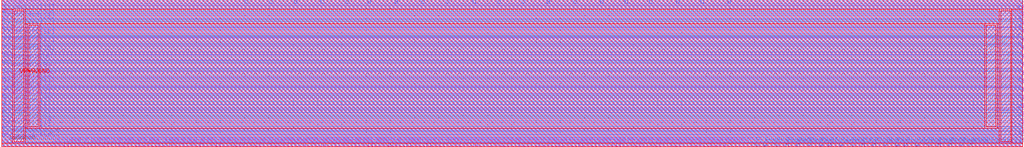
<source format=lef>
##
## LEF for PtnCells ;
## created by Innovus v15.20-p005_1 on Fri Jun 18 01:01:55 2021
##

VERSION 5.7 ;

BUSBITCHARS "[]" ;
DIVIDERCHAR "/" ;

MACRO N_term_single
  CLASS BLOCK ;
  SIZE 210.2200 BY 30.2600 ;
  FOREIGN N_term_single 0.0000 0.0000 ;
  ORIGIN 0 0 ;
  SYMMETRY X Y R90 ;
  PIN N1END[3]
    DIRECTION INPUT ;
    USE SIGNAL ;
    ANTENNAPARTIALMETALAREA 0.61455 LAYER li1  ;
    ANTENNAPARTIALMETALSIDEAREA 0.723 LAYER li1  ;
    ANTENNAPARTIALCUTAREA 0.0289 LAYER mcon  ;
    ANTENNAPARTIALMETALAREA 1.7816 LAYER met1  ;
    ANTENNAPARTIALMETALSIDEAREA 8.8305 LAYER met1  ;
    ANTENNAPARTIALCUTAREA 0.0225 LAYER via  ;
    ANTENNAPARTIALMETALAREA 0.9168 LAYER met2  ;
    ANTENNAPARTIALMETALSIDEAREA 4.466 LAYER met2  ;
    ANTENNAMODEL OXIDE1 ;
    ANTENNAGATEAREA 0.159 LAYER met2  ;
    ANTENNAMAXAREACAR 44.4236 LAYER met2  ;
    ANTENNAMAXSIDEAREACAR 217.67 LAYER met2  ;
    ANTENNAMAXCUTCAR 0.32327 LAYER via2  ;
    PORT
      LAYER li1 ;
        RECT 13.8400 0.0000 14.2200 0.7200 ;
    END
  END N1END[3]
  PIN N1END[2]
    DIRECTION INPUT ;
    USE SIGNAL ;
    ANTENNAPARTIALMETALAREA 0.20995 LAYER li1  ;
    ANTENNAPARTIALMETALSIDEAREA 0.247 LAYER li1  ;
    ANTENNAPARTIALCUTAREA 0.0289 LAYER mcon  ;
    ANTENNAPARTIALMETALAREA 5.2256 LAYER met1  ;
    ANTENNAPARTIALMETALSIDEAREA 26.0505 LAYER met1  ;
    ANTENNAPARTIALCUTAREA 0.0225 LAYER via  ;
    ANTENNAPARTIALMETALAREA 1.6687 LAYER met2  ;
    ANTENNAPARTIALMETALSIDEAREA 8.1725 LAYER met2  ;
    ANTENNAPARTIALCUTAREA 0.04 LAYER via2  ;
    ANTENNAPARTIALMETALAREA 0.262 LAYER met3  ;
    ANTENNAPARTIALMETALSIDEAREA 1.864 LAYER met3  ;
    ANTENNAPARTIALCUTAREA 0.04 LAYER via3  ;
    ANTENNAPARTIALMETALAREA 6.237 LAYER met4  ;
    ANTENNAPARTIALMETALSIDEAREA 35.616 LAYER met4  ;
    ANTENNAMODEL OXIDE1 ;
    ANTENNAGATEAREA 0.159 LAYER met4  ;
    ANTENNAMAXAREACAR 62.7412 LAYER met4  ;
    ANTENNAMAXSIDEAREACAR 343.893 LAYER met4  ;
    ANTENNAMAXCUTCAR 0.826415 LAYER via4  ;
    PORT
      LAYER li1 ;
        RECT 12.4600 0.0000 12.8400 0.7200 ;
    END
  END N1END[2]
  PIN N1END[1]
    DIRECTION INPUT ;
    USE SIGNAL ;
    ANTENNAPARTIALMETALAREA 0.38335 LAYER li1  ;
    ANTENNAPARTIALMETALSIDEAREA 0.451 LAYER li1  ;
    ANTENNAPARTIALCUTAREA 0.0289 LAYER mcon  ;
    ANTENNAPARTIALMETALAREA 1.524 LAYER met1  ;
    ANTENNAPARTIALMETALSIDEAREA 7.5425 LAYER met1  ;
    ANTENNAPARTIALCUTAREA 0.0225 LAYER via  ;
    ANTENNAPARTIALMETALAREA 2.5828 LAYER met2  ;
    ANTENNAPARTIALMETALSIDEAREA 12.796 LAYER met2  ;
    ANTENNAMODEL OXIDE1 ;
    ANTENNAGATEAREA 0.159 LAYER met2  ;
    ANTENNAMAXAREACAR 61.8928 LAYER met2  ;
    ANTENNAMAXSIDEAREACAR 305.016 LAYER met2  ;
    ANTENNAMAXCUTCAR 0.32327 LAYER via2  ;
    PORT
      LAYER li1 ;
        RECT 11.0800 0.0000 11.4600 0.7200 ;
    END
  END N1END[1]
  PIN N1END[0]
    DIRECTION INPUT ;
    USE SIGNAL ;
    ANTENNAPARTIALCUTAREA 0.0289 LAYER mcon  ;
    ANTENNAPARTIALMETALAREA 3.134 LAYER met1  ;
    ANTENNAPARTIALMETALSIDEAREA 15.5925 LAYER met1  ;
    ANTENNAPARTIALCUTAREA 0.0225 LAYER via  ;
    ANTENNAPARTIALMETALAREA 2.9564 LAYER met2  ;
    ANTENNAPARTIALMETALSIDEAREA 14.546 LAYER met2  ;
    ANTENNAMODEL OXIDE1 ;
    ANTENNAGATEAREA 0.159 LAYER met2  ;
    ANTENNAMAXAREACAR 21.3091 LAYER met2  ;
    ANTENNAMAXSIDEAREACAR 101.355 LAYER met2  ;
    ANTENNAMAXCUTCAR 0.32327 LAYER via2  ;
    PORT
      LAYER li1 ;
        RECT 10.1600 0.0000 10.5400 0.7200 ;
    END
  END N1END[0]
  PIN N2MID[7]
    DIRECTION INPUT ;
    USE SIGNAL ;
    ANTENNAPARTIALMETALAREA 0.96135 LAYER li1  ;
    ANTENNAPARTIALMETALSIDEAREA 1.131 LAYER li1  ;
    ANTENNAPARTIALCUTAREA 0.0289 LAYER mcon  ;
    ANTENNAPARTIALMETALAREA 0.0832 LAYER met1  ;
    ANTENNAPARTIALMETALSIDEAREA 0.406 LAYER met1  ;
    ANTENNAPARTIALCUTAREA 0.0225 LAYER via  ;
    ANTENNAPARTIALMETALAREA 2.0256 LAYER met2  ;
    ANTENNAPARTIALMETALSIDEAREA 10.01 LAYER met2  ;
    ANTENNAMODEL OXIDE1 ;
    ANTENNAGATEAREA 0.159 LAYER met2  ;
    ANTENNAMAXAREACAR 59.884 LAYER met2  ;
    ANTENNAMAXSIDEAREACAR 291.947 LAYER met2  ;
    ANTENNAMAXCUTCAR 0.32327 LAYER via2  ;
    PORT
      LAYER li1 ;
        RECT 24.8800 0.0000 25.2600 0.7200 ;
    END
  END N2MID[7]
  PIN N2MID[6]
    DIRECTION INPUT ;
    USE SIGNAL ;
    ANTENNAPARTIALMETALAREA 0.96135 LAYER li1  ;
    ANTENNAPARTIALMETALSIDEAREA 1.131 LAYER li1  ;
    ANTENNAPARTIALCUTAREA 0.0289 LAYER mcon  ;
    ANTENNAPARTIALMETALAREA 0.0832 LAYER met1  ;
    ANTENNAPARTIALMETALSIDEAREA 0.406 LAYER met1  ;
    ANTENNAPARTIALCUTAREA 0.0225 LAYER via  ;
    ANTENNAPARTIALMETALAREA 0.7083 LAYER met2  ;
    ANTENNAPARTIALMETALSIDEAREA 3.3705 LAYER met2  ;
    ANTENNAPARTIALCUTAREA 0.04 LAYER via2  ;
    ANTENNAPARTIALMETALAREA 14.545 LAYER met3  ;
    ANTENNAPARTIALMETALSIDEAREA 78.04 LAYER met3  ;
    ANTENNAPARTIALCUTAREA 0.04 LAYER via3  ;
    ANTENNAPARTIALMETALAREA 3.1746 LAYER met4  ;
    ANTENNAPARTIALMETALSIDEAREA 17.872 LAYER met4  ;
    ANTENNAMODEL OXIDE1 ;
    ANTENNAGATEAREA 0.159 LAYER met4  ;
    ANTENNAMAXAREACAR 67.6997 LAYER met4  ;
    ANTENNAMAXSIDEAREACAR 361.78 LAYER met4  ;
    ANTENNAMAXCUTCAR 0.826415 LAYER via4  ;
    PORT
      LAYER li1 ;
        RECT 23.5000 0.0000 23.8800 0.7200 ;
    END
  END N2MID[6]
  PIN N2MID[5]
    DIRECTION INPUT ;
    USE SIGNAL ;
    ANTENNAPARTIALMETALAREA 0.32555 LAYER li1  ;
    ANTENNAPARTIALMETALSIDEAREA 0.383 LAYER li1  ;
    ANTENNAPARTIALCUTAREA 0.0289 LAYER mcon  ;
    ANTENNAPARTIALMETALAREA 16.3192 LAYER met1  ;
    ANTENNAPARTIALMETALSIDEAREA 81.5185 LAYER met1  ;
    ANTENNAPARTIALCUTAREA 0.0225 LAYER via  ;
    ANTENNAPARTIALMETALAREA 1.7876 LAYER met2  ;
    ANTENNAPARTIALMETALSIDEAREA 8.82 LAYER met2  ;
    ANTENNAMODEL OXIDE1 ;
    ANTENNAGATEAREA 0.159 LAYER met2  ;
    ANTENNAMAXAREACAR 19.2047 LAYER met2  ;
    ANTENNAMAXSIDEAREACAR 88.5503 LAYER met2  ;
    ANTENNAMAXCUTCAR 0.32327 LAYER via2  ;
    PORT
      LAYER li1 ;
        RECT 22.1200 0.0000 22.5000 0.7200 ;
    END
  END N2MID[5]
  PIN N2MID[4]
    DIRECTION INPUT ;
    USE SIGNAL ;
    ANTENNAPARTIALMETALAREA 0.09435 LAYER li1  ;
    ANTENNAPARTIALMETALSIDEAREA 0.111 LAYER li1  ;
    ANTENNAPARTIALCUTAREA 0.0289 LAYER mcon  ;
    ANTENNAPARTIALMETALAREA 2.2156 LAYER met1  ;
    ANTENNAPARTIALMETALSIDEAREA 11.0005 LAYER met1  ;
    ANTENNAPARTIALCUTAREA 0.0225 LAYER via  ;
    ANTENNAPARTIALMETALAREA 0.2211 LAYER met2  ;
    ANTENNAPARTIALMETALSIDEAREA 0.9345 LAYER met2  ;
    ANTENNAPARTIALCUTAREA 0.04 LAYER via2  ;
    ANTENNAPARTIALMETALAREA 15.925 LAYER met3  ;
    ANTENNAPARTIALMETALSIDEAREA 85.4 LAYER met3  ;
    ANTENNAPARTIALCUTAREA 0.04 LAYER via3  ;
    ANTENNAPARTIALMETALAREA 3.1668 LAYER met4  ;
    ANTENNAPARTIALMETALSIDEAREA 17.36 LAYER met4  ;
    ANTENNAMODEL OXIDE1 ;
    ANTENNAGATEAREA 0.159 LAYER met4  ;
    ANTENNAMAXAREACAR 43.9387 LAYER met4  ;
    ANTENNAMAXSIDEAREACAR 232.912 LAYER met4  ;
    ANTENNAMAXCUTCAR 0.826415 LAYER via4  ;
    PORT
      LAYER li1 ;
        RECT 20.7400 0.0000 21.1200 0.7200 ;
    END
  END N2MID[4]
  PIN N2MID[3]
    DIRECTION INPUT ;
    USE SIGNAL ;
    ANTENNAPARTIALMETALAREA 0.96135 LAYER li1  ;
    ANTENNAPARTIALMETALSIDEAREA 1.131 LAYER li1  ;
    ANTENNAPARTIALCUTAREA 0.0289 LAYER mcon  ;
    ANTENNAPARTIALMETALAREA 0.4936 LAYER met1  ;
    ANTENNAPARTIALMETALSIDEAREA 2.3905 LAYER met1  ;
    ANTENNAPARTIALCUTAREA 0.0225 LAYER via  ;
    ANTENNAPARTIALMETALAREA 5.622 LAYER met2  ;
    ANTENNAPARTIALMETALSIDEAREA 27.874 LAYER met2  ;
    ANTENNAMODEL OXIDE1 ;
    ANTENNAGATEAREA 0.159 LAYER met2  ;
    ANTENNAMAXAREACAR 38.0739 LAYER met2  ;
    ANTENNAMAXSIDEAREACAR 185.179 LAYER met2  ;
    ANTENNAMAXCUTCAR 0.32327 LAYER via2  ;
    PORT
      LAYER li1 ;
        RECT 19.3600 0.0000 19.7400 0.7200 ;
    END
  END N2MID[3]
  PIN N2MID[2]
    DIRECTION INPUT ;
    USE SIGNAL ;
    ANTENNAPARTIALMETALAREA 0.73015 LAYER li1  ;
    ANTENNAPARTIALMETALSIDEAREA 0.859 LAYER li1  ;
    ANTENNAPARTIALCUTAREA 0.0289 LAYER mcon  ;
    ANTENNAPARTIALMETALAREA 7.4796 LAYER met1  ;
    ANTENNAPARTIALMETALSIDEAREA 37.3205 LAYER met1  ;
    ANTENNAPARTIALCUTAREA 0.0225 LAYER via  ;
    ANTENNAPARTIALMETALAREA 0.5976 LAYER met2  ;
    ANTENNAPARTIALMETALSIDEAREA 2.87 LAYER met2  ;
    ANTENNAMODEL OXIDE1 ;
    ANTENNAGATEAREA 0.159 LAYER met2  ;
    ANTENNAMAXAREACAR 5.10786 LAYER met2  ;
    ANTENNAMAXSIDEAREACAR 21.5157 LAYER met2  ;
    ANTENNAMAXCUTCAR 0.32327 LAYER via2  ;
    PORT
      LAYER li1 ;
        RECT 17.9800 0.0000 18.3600 0.7200 ;
    END
  END N2MID[2]
  PIN N2MID[1]
    DIRECTION INPUT ;
    USE SIGNAL ;
    ANTENNAPARTIALMETALAREA 0.49895 LAYER li1  ;
    ANTENNAPARTIALMETALSIDEAREA 0.587 LAYER li1  ;
    ANTENNAPARTIALCUTAREA 0.0289 LAYER mcon  ;
    ANTENNAPARTIALMETALAREA 2.1036 LAYER met1  ;
    ANTENNAPARTIALMETALSIDEAREA 10.4405 LAYER met1  ;
    ANTENNAPARTIALCUTAREA 0.0225 LAYER via  ;
    ANTENNAPARTIALMETALAREA 3.9507 LAYER met2  ;
    ANTENNAPARTIALMETALSIDEAREA 19.5825 LAYER met2  ;
    ANTENNAPARTIALCUTAREA 0.04 LAYER via2  ;
    ANTENNAPARTIALMETALAREA 13.579 LAYER met3  ;
    ANTENNAPARTIALMETALSIDEAREA 72.888 LAYER met3  ;
    ANTENNAPARTIALCUTAREA 0.04 LAYER via3  ;
    ANTENNAPARTIALMETALAREA 10.3206 LAYER met4  ;
    ANTENNAPARTIALMETALSIDEAREA 55.984 LAYER met4  ;
    ANTENNAMODEL OXIDE1 ;
    ANTENNAGATEAREA 0.159 LAYER met4  ;
    ANTENNAMAXAREACAR 83.3651 LAYER met4  ;
    ANTENNAMAXSIDEAREACAR 446.409 LAYER met4  ;
    ANTENNAMAXCUTCAR 0.826415 LAYER via4  ;
    PORT
      LAYER li1 ;
        RECT 16.6000 0.0000 16.9800 0.7200 ;
    END
  END N2MID[1]
  PIN N2MID[0]
    DIRECTION INPUT ;
    USE SIGNAL ;
    ANTENNAPARTIALMETALAREA 0.96135 LAYER li1  ;
    ANTENNAPARTIALMETALSIDEAREA 1.131 LAYER li1  ;
    ANTENNAPARTIALCUTAREA 0.0289 LAYER mcon  ;
    ANTENNAPARTIALMETALAREA 0.1716 LAYER met1  ;
    ANTENNAPARTIALMETALSIDEAREA 0.7805 LAYER met1  ;
    ANTENNAPARTIALCUTAREA 0.0225 LAYER via  ;
    ANTENNAPARTIALMETALAREA 1.2428 LAYER met2  ;
    ANTENNAPARTIALMETALSIDEAREA 5.978 LAYER met2  ;
    ANTENNAMODEL OXIDE1 ;
    ANTENNAGATEAREA 0.159 LAYER met2  ;
    ANTENNAMAXAREACAR 27.377 LAYER met2  ;
    ANTENNAMAXSIDEAREACAR 127.28 LAYER met2  ;
    ANTENNAMAXCUTCAR 0.32327 LAYER via2  ;
    PORT
      LAYER li1 ;
        RECT 15.2200 0.0000 15.6000 0.7200 ;
    END
  END N2MID[0]
  PIN N2END[7]
    DIRECTION INPUT ;
    USE SIGNAL ;
    ANTENNAPARTIALMETALAREA 0.96135 LAYER li1  ;
    ANTENNAPARTIALMETALSIDEAREA 1.131 LAYER li1  ;
    ANTENNAPARTIALCUTAREA 0.0289 LAYER mcon  ;
    ANTENNAPARTIALMETALAREA 8.8964 LAYER met1  ;
    ANTENNAPARTIALMETALSIDEAREA 44.4045 LAYER met1  ;
    ANTENNAPARTIALCUTAREA 0.0225 LAYER via  ;
    ANTENNAPARTIALMETALAREA 0.4548 LAYER met2  ;
    ANTENNAPARTIALMETALSIDEAREA 2.156 LAYER met2  ;
    ANTENNAMODEL OXIDE1 ;
    ANTENNAGATEAREA 0.159 LAYER met2  ;
    ANTENNAMAXAREACAR 4.20975 LAYER met2  ;
    ANTENNAMAXSIDEAREACAR 17.0252 LAYER met2  ;
    ANTENNAMAXCUTCAR 0.32327 LAYER via2  ;
    PORT
      LAYER li1 ;
        RECT 35.4600 0.0000 35.8400 0.7200 ;
    END
  END N2END[7]
  PIN N2END[6]
    DIRECTION INPUT ;
    USE SIGNAL ;
    ANTENNAPARTIALMETALAREA 1.01915 LAYER li1  ;
    ANTENNAPARTIALMETALSIDEAREA 1.199 LAYER li1  ;
    ANTENNAPARTIALCUTAREA 0.0289 LAYER mcon  ;
    ANTENNAPARTIALMETALAREA 0.0832 LAYER met1  ;
    ANTENNAPARTIALMETALSIDEAREA 0.406 LAYER met1  ;
    ANTENNAPARTIALCUTAREA 0.0225 LAYER via  ;
    ANTENNAPARTIALMETALAREA 1.2164 LAYER met2  ;
    ANTENNAPARTIALMETALSIDEAREA 5.964 LAYER met2  ;
    ANTENNAMODEL OXIDE1 ;
    ANTENNAGATEAREA 0.159 LAYER met2  ;
    ANTENNAMAXAREACAR 43.5871 LAYER met2  ;
    ANTENNAMAXSIDEAREACAR 213.487 LAYER met2  ;
    ANTENNAMAXCUTCAR 0.32327 LAYER via2  ;
    PORT
      LAYER li1 ;
        RECT 34.0800 0.0000 34.4600 0.7200 ;
    END
  END N2END[6]
  PIN N2END[5]
    DIRECTION INPUT ;
    USE SIGNAL ;
    ANTENNAPARTIALMETALAREA 0.44115 LAYER li1  ;
    ANTENNAPARTIALMETALSIDEAREA 0.519 LAYER li1  ;
    ANTENNAPARTIALCUTAREA 0.0289 LAYER mcon  ;
    ANTENNAPARTIALMETALAREA 0.4936 LAYER met1  ;
    ANTENNAPARTIALMETALSIDEAREA 2.3905 LAYER met1  ;
    ANTENNAPARTIALCUTAREA 0.0225 LAYER via  ;
    ANTENNAPARTIALMETALAREA 1.8199 LAYER met2  ;
    ANTENNAPARTIALMETALSIDEAREA 8.9285 LAYER met2  ;
    ANTENNAPARTIALCUTAREA 0.04 LAYER via2  ;
    ANTENNAPARTIALMETALAREA 19.003 LAYER met3  ;
    ANTENNAPARTIALMETALSIDEAREA 101.816 LAYER met3  ;
    ANTENNAPARTIALCUTAREA 0.04 LAYER via3  ;
    ANTENNAPARTIALMETALAREA 5.3466 LAYER met4  ;
    ANTENNAPARTIALMETALSIDEAREA 29.456 LAYER met4  ;
    ANTENNAMODEL OXIDE1 ;
    ANTENNAGATEAREA 0.159 LAYER met4  ;
    ANTENNAMAXAREACAR 46.5726 LAYER met4  ;
    ANTENNAMAXSIDEAREACAR 250.138 LAYER met4  ;
    ANTENNAMAXCUTCAR 0.826415 LAYER via4  ;
    PORT
      LAYER li1 ;
        RECT 33.1600 0.0000 33.5400 0.7200 ;
    END
  END N2END[5]
  PIN N2END[4]
    DIRECTION INPUT ;
    USE SIGNAL ;
    ANTENNAPARTIALMETALAREA 0.11815 LAYER li1  ;
    ANTENNAPARTIALMETALSIDEAREA 0.139 LAYER li1  ;
    ANTENNAPARTIALCUTAREA 0.0289 LAYER mcon  ;
    ANTENNAPARTIALMETALAREA 3.484 LAYER met1  ;
    ANTENNAPARTIALMETALSIDEAREA 17.3425 LAYER met1  ;
    ANTENNAPARTIALCUTAREA 0.0225 LAYER via  ;
    ANTENNAPARTIALMETALAREA 1.6448 LAYER met2  ;
    ANTENNAPARTIALMETALSIDEAREA 8.106 LAYER met2  ;
    ANTENNAMODEL OXIDE1 ;
    ANTENNAGATEAREA 0.159 LAYER met2  ;
    ANTENNAMAXAREACAR 26.3657 LAYER met2  ;
    ANTENNAMAXSIDEAREACAR 122.965 LAYER met2  ;
    ANTENNAMAXCUTCAR 0.32327 LAYER via2  ;
    PORT
      LAYER li1 ;
        RECT 31.7800 0.0000 32.1600 0.7200 ;
    END
  END N2END[4]
  PIN N2END[3]
    DIRECTION INPUT ;
    USE SIGNAL ;
    ANTENNAPARTIALMETALAREA 0.55675 LAYER li1  ;
    ANTENNAPARTIALMETALSIDEAREA 0.655 LAYER li1  ;
    ANTENNAPARTIALCUTAREA 0.0289 LAYER mcon  ;
    ANTENNAPARTIALMETALAREA 12.9844 LAYER met1  ;
    ANTENNAPARTIALMETALSIDEAREA 64.8445 LAYER met1  ;
    ANTENNAPARTIALCUTAREA 0.0225 LAYER via  ;
    ANTENNAPARTIALMETALAREA 0.8356 LAYER met2  ;
    ANTENNAPARTIALMETALSIDEAREA 4.06 LAYER met2  ;
    ANTENNAMODEL OXIDE1 ;
    ANTENNAGATEAREA 0.159 LAYER met2  ;
    ANTENNAMAXAREACAR 23.2827 LAYER met2  ;
    ANTENNAMAXSIDEAREACAR 111.965 LAYER met2  ;
    ANTENNAMAXCUTCAR 0.32327 LAYER via2  ;
    PORT
      LAYER li1 ;
        RECT 30.4000 0.0000 30.7800 0.7200 ;
    END
  END N2END[3]
  PIN N2END[2]
    DIRECTION INPUT ;
    USE SIGNAL ;
    ANTENNAPARTIALMETALAREA 0.44115 LAYER li1  ;
    ANTENNAPARTIALMETALSIDEAREA 0.519 LAYER li1  ;
    ANTENNAPARTIALCUTAREA 0.0289 LAYER mcon  ;
    ANTENNAPARTIALMETALAREA 0.0832 LAYER met1  ;
    ANTENNAPARTIALMETALSIDEAREA 0.406 LAYER met1  ;
    ANTENNAPARTIALCUTAREA 0.0225 LAYER via  ;
    ANTENNAPARTIALMETALAREA 2.7593 LAYER met2  ;
    ANTENNAPARTIALMETALSIDEAREA 13.6255 LAYER met2  ;
    ANTENNAPARTIALCUTAREA 0.04 LAYER via2  ;
    ANTENNAPARTIALMETALAREA 10.15 LAYER met3  ;
    ANTENNAPARTIALMETALSIDEAREA 54.6 LAYER met3  ;
    ANTENNAPARTIALCUTAREA 0.04 LAYER via3  ;
    ANTENNAPARTIALMETALAREA 0.6516 LAYER met4  ;
    ANTENNAPARTIALMETALSIDEAREA 4.416 LAYER met4  ;
    ANTENNAMODEL OXIDE1 ;
    ANTENNAGATEAREA 0.159 LAYER met4  ;
    ANTENNAMAXAREACAR 38.438 LAYER met4  ;
    ANTENNAMAXSIDEAREACAR 198.044 LAYER met4  ;
    ANTENNAMAXCUTCAR 0.826415 LAYER via4  ;
    PORT
      LAYER li1 ;
        RECT 29.0200 0.0000 29.4000 0.7200 ;
    END
  END N2END[2]
  PIN N2END[1]
    DIRECTION INPUT ;
    USE SIGNAL ;
    ANTENNAPARTIALMETALAREA 0.61455 LAYER li1  ;
    ANTENNAPARTIALMETALSIDEAREA 0.723 LAYER li1  ;
    ANTENNAPARTIALCUTAREA 0.0289 LAYER mcon  ;
    ANTENNAPARTIALMETALAREA 3.68 LAYER met1  ;
    ANTENNAPARTIALMETALSIDEAREA 18.3225 LAYER met1  ;
    ANTENNAPARTIALCUTAREA 0.0225 LAYER via  ;
    ANTENNAPARTIALMETALAREA 0.9784 LAYER met2  ;
    ANTENNAPARTIALMETALSIDEAREA 4.774 LAYER met2  ;
    ANTENNAMODEL OXIDE1 ;
    ANTENNAGATEAREA 0.159 LAYER met2  ;
    ANTENNAMAXAREACAR 18.8286 LAYER met2  ;
    ANTENNAMAXSIDEAREACAR 85.2799 LAYER met2  ;
    ANTENNAMAXCUTCAR 0.32327 LAYER via2  ;
    PORT
      LAYER li1 ;
        RECT 27.6400 0.0000 28.0200 0.7200 ;
    END
  END N2END[1]
  PIN N2END[0]
    DIRECTION INPUT ;
    USE SIGNAL ;
    ANTENNAPARTIALMETALAREA 0.96135 LAYER li1  ;
    ANTENNAPARTIALMETALSIDEAREA 1.131 LAYER li1  ;
    ANTENNAPARTIALCUTAREA 0.0289 LAYER mcon  ;
    ANTENNAPARTIALMETALAREA 1.3308 LAYER met1  ;
    ANTENNAPARTIALMETALSIDEAREA 6.5765 LAYER met1  ;
    ANTENNAPARTIALCUTAREA 0.0225 LAYER via  ;
    ANTENNAPARTIALMETALAREA 0.1959 LAYER met2  ;
    ANTENNAPARTIALMETALSIDEAREA 0.8085 LAYER met2  ;
    ANTENNAPARTIALCUTAREA 0.04 LAYER via2  ;
    ANTENNAPARTIALMETALAREA 6.931 LAYER met3  ;
    ANTENNAPARTIALMETALSIDEAREA 37.432 LAYER met3  ;
    ANTENNAPARTIALCUTAREA 0.04 LAYER via3  ;
    ANTENNAPARTIALMETALAREA 1.8054 LAYER met4  ;
    ANTENNAPARTIALMETALSIDEAREA 11.04 LAYER met4  ;
    ANTENNAMODEL OXIDE1 ;
    ANTENNAGATEAREA 0.159 LAYER met4  ;
    ANTENNAMAXAREACAR 38.7198 LAYER met4  ;
    ANTENNAMAXSIDEAREACAR 211.761 LAYER met4  ;
    ANTENNAMAXCUTCAR 0.826415 LAYER via4  ;
    PORT
      LAYER li1 ;
        RECT 26.2600 0.0000 26.6400 0.7200 ;
    END
  END N2END[0]
  PIN NN4END[15]
    DIRECTION INPUT ;
    USE SIGNAL ;
    ANTENNAPARTIALMETALAREA 0.90355 LAYER li1  ;
    ANTENNAPARTIALMETALSIDEAREA 1.063 LAYER li1  ;
    ANTENNAPARTIALCUTAREA 0.0289 LAYER mcon  ;
    ANTENNAPARTIALMETALAREA 1.3308 LAYER met1  ;
    ANTENNAPARTIALMETALSIDEAREA 6.5765 LAYER met1  ;
    ANTENNAPARTIALCUTAREA 0.0225 LAYER via  ;
    ANTENNAPARTIALMETALAREA 2.0116 LAYER met2  ;
    ANTENNAPARTIALMETALSIDEAREA 9.94 LAYER met2  ;
    ANTENNAMODEL OXIDE1 ;
    ANTENNAGATEAREA 0.159 LAYER met2  ;
    ANTENNAMAXAREACAR 20.5305 LAYER met2  ;
    ANTENNAMAXSIDEAREACAR 92.3994 LAYER met2  ;
    ANTENNAMAXCUTCAR 0.32327 LAYER via2  ;
    PORT
      LAYER li1 ;
        RECT 79.1600 0.0000 79.5400 0.7200 ;
    END
  END NN4END[15]
  PIN NN4END[14]
    DIRECTION INPUT ;
    USE SIGNAL ;
    ANTENNAPARTIALMETALAREA 0.38335 LAYER li1  ;
    ANTENNAPARTIALMETALSIDEAREA 0.451 LAYER li1  ;
    ANTENNAPARTIALCUTAREA 0.0289 LAYER mcon  ;
    ANTENNAPARTIALMETALAREA 2.5544 LAYER met1  ;
    ANTENNAPARTIALMETALSIDEAREA 12.6945 LAYER met1  ;
    ANTENNAPARTIALCUTAREA 0.0225 LAYER via  ;
    ANTENNAPARTIALMETALAREA 2.454 LAYER met2  ;
    ANTENNAPARTIALMETALSIDEAREA 12.152 LAYER met2  ;
    ANTENNAMODEL OXIDE1 ;
    ANTENNAGATEAREA 0.159 LAYER met2  ;
    ANTENNAMAXAREACAR 20.9846 LAYER met2  ;
    ANTENNAMAXSIDEAREACAR 100.475 LAYER met2  ;
    ANTENNAMAXCUTCAR 0.32327 LAYER via2  ;
    PORT
      LAYER li1 ;
        RECT 77.7800 0.0000 78.1600 0.7200 ;
    END
  END NN4END[14]
  PIN NN4END[13]
    DIRECTION INPUT ;
    USE SIGNAL ;
    ANTENNAPARTIALMETALAREA 0.20995 LAYER li1  ;
    ANTENNAPARTIALMETALSIDEAREA 0.247 LAYER li1  ;
    ANTENNAPARTIALCUTAREA 0.0289 LAYER mcon  ;
    ANTENNAPARTIALMETALAREA 5.316 LAYER met1  ;
    ANTENNAPARTIALMETALSIDEAREA 26.4285 LAYER met1  ;
    ANTENNAPARTIALCUTAREA 0.0225 LAYER via  ;
    ANTENNAPARTIALMETALAREA 0.7404 LAYER met2  ;
    ANTENNAPARTIALMETALSIDEAREA 3.584 LAYER met2  ;
    ANTENNAMODEL OXIDE1 ;
    ANTENNAGATEAREA 0.159 LAYER met2  ;
    ANTENNAMAXAREACAR 6.00597 LAYER met2  ;
    ANTENNAMAXSIDEAREACAR 26.0063 LAYER met2  ;
    ANTENNAMAXCUTCAR 0.32327 LAYER via2  ;
    PORT
      LAYER li1 ;
        RECT 76.4000 0.0000 76.7800 0.7200 ;
    END
  END NN4END[13]
  PIN NN4END[12]
    DIRECTION INPUT ;
    USE SIGNAL ;
    ANTENNAPARTIALMETALAREA 1.01915 LAYER li1  ;
    ANTENNAPARTIALMETALSIDEAREA 1.199 LAYER li1  ;
    ANTENNAPARTIALCUTAREA 0.0289 LAYER mcon  ;
    ANTENNAPARTIALMETALAREA 1.0372 LAYER met1  ;
    ANTENNAPARTIALMETALSIDEAREA 5.0715 LAYER met1  ;
    ANTENNAPARTIALCUTAREA 0.0225 LAYER via  ;
    ANTENNAPARTIALMETALAREA 0.8789 LAYER met2  ;
    ANTENNAPARTIALMETALSIDEAREA 4.1055 LAYER met2  ;
    ANTENNAPARTIALCUTAREA 0.04 LAYER via2  ;
    ANTENNAPARTIALMETALAREA 5.854 LAYER met3  ;
    ANTENNAPARTIALMETALSIDEAREA 31.688 LAYER met3  ;
    ANTENNAPARTIALCUTAREA 0.04 LAYER via3  ;
    ANTENNAPARTIALMETALAREA 1.6866 LAYER met4  ;
    ANTENNAPARTIALMETALSIDEAREA 9.936 LAYER met4  ;
    ANTENNAMODEL OXIDE1 ;
    ANTENNAGATEAREA 0.159 LAYER met4  ;
    ANTENNAMAXAREACAR 49.2028 LAYER met4  ;
    ANTENNAMAXSIDEAREACAR 257.314 LAYER met4  ;
    ANTENNAMAXCUTCAR 0.826415 LAYER via4  ;
    PORT
      LAYER li1 ;
        RECT 75.0200 0.0000 75.4000 0.7200 ;
    END
  END NN4END[12]
  PIN NN4END[11]
    DIRECTION INPUT ;
    USE SIGNAL ;
    ANTENNAPARTIALMETALAREA 0.38335 LAYER li1  ;
    ANTENNAPARTIALMETALSIDEAREA 0.451 LAYER li1  ;
    ANTENNAPARTIALCUTAREA 0.0289 LAYER mcon  ;
    ANTENNAPARTIALMETALAREA 0.6224 LAYER met1  ;
    ANTENNAPARTIALMETALSIDEAREA 3.0345 LAYER met1  ;
    ANTENNAPARTIALCUTAREA 0.0225 LAYER via  ;
    ANTENNAPARTIALMETALAREA 2.1851 LAYER met2  ;
    ANTENNAPARTIALMETALSIDEAREA 10.6365 LAYER met2  ;
    ANTENNAPARTIALCUTAREA 0.04 LAYER via2  ;
    ANTENNAPARTIALMETALAREA 0.13315 LAYER met3  ;
    ANTENNAPARTIALMETALSIDEAREA 1.176 LAYER met3  ;
    ANTENNAPARTIALCUTAREA 0.04 LAYER via3  ;
    ANTENNAPARTIALMETALAREA 1.4796 LAYER met4  ;
    ANTENNAPARTIALMETALSIDEAREA 8.832 LAYER met4  ;
    ANTENNAMODEL OXIDE1 ;
    ANTENNAGATEAREA 0.159 LAYER met4  ;
    ANTENNAMAXAREACAR 60.0632 LAYER met4  ;
    ANTENNAMAXSIDEAREACAR 313.459 LAYER met4  ;
    ANTENNAMAXCUTCAR 0.826415 LAYER via4  ;
    PORT
      LAYER li1 ;
        RECT 73.6400 0.0000 74.0200 0.7200 ;
    END
  END NN4END[11]
  PIN NN4END[10]
    DIRECTION INPUT ;
    USE SIGNAL ;
    ANTENNAPARTIALMETALAREA 1.01915 LAYER li1  ;
    ANTENNAPARTIALMETALSIDEAREA 1.199 LAYER li1  ;
    ANTENNAPARTIALCUTAREA 0.0289 LAYER mcon  ;
    ANTENNAPARTIALMETALAREA 0.3648 LAYER met1  ;
    ANTENNAPARTIALMETALSIDEAREA 1.7465 LAYER met1  ;
    ANTENNAPARTIALCUTAREA 0.0225 LAYER via  ;
    ANTENNAPARTIALMETALAREA 0.4548 LAYER met2  ;
    ANTENNAPARTIALMETALSIDEAREA 2.156 LAYER met2  ;
    ANTENNAMODEL OXIDE1 ;
    ANTENNAGATEAREA 0.159 LAYER met2  ;
    ANTENNAMAXAREACAR 9.95189 LAYER met2  ;
    ANTENNAMAXSIDEAREACAR 45.3113 LAYER met2  ;
    ANTENNAMAXCUTCAR 0.32327 LAYER via2  ;
    PORT
      LAYER li1 ;
        RECT 72.2600 0.0000 72.6400 0.7200 ;
    END
  END NN4END[10]
  PIN NN4END[9]
    DIRECTION INPUT ;
    USE SIGNAL ;
    ANTENNAPARTIALMETALAREA 0.49895 LAYER li1  ;
    ANTENNAPARTIALMETALSIDEAREA 0.587 LAYER li1  ;
    ANTENNAPARTIALCUTAREA 0.0289 LAYER mcon  ;
    ANTENNAPARTIALMETALAREA 1.9104 LAYER met1  ;
    ANTENNAPARTIALMETALSIDEAREA 9.4745 LAYER met1  ;
    ANTENNAPARTIALCUTAREA 0.0225 LAYER via  ;
    ANTENNAPARTIALMETALAREA 2.3588 LAYER met2  ;
    ANTENNAPARTIALMETALSIDEAREA 11.676 LAYER met2  ;
    ANTENNAMODEL OXIDE1 ;
    ANTENNAGATEAREA 0.159 LAYER met2  ;
    ANTENNAMAXAREACAR 18.7657 LAYER met2  ;
    ANTENNAMAXSIDEAREACAR 89.3805 LAYER met2  ;
    ANTENNAMAXCUTCAR 0.32327 LAYER via2  ;
    PORT
      LAYER li1 ;
        RECT 70.8800 0.0000 71.2600 0.7200 ;
    END
  END NN4END[9]
  PIN NN4END[8]
    DIRECTION INPUT ;
    USE SIGNAL ;
    ANTENNAPARTIALMETALAREA 0.20995 LAYER li1  ;
    ANTENNAPARTIALMETALSIDEAREA 0.247 LAYER li1  ;
    ANTENNAPARTIALCUTAREA 0.0289 LAYER mcon  ;
    ANTENNAPARTIALMETALAREA 0.8156 LAYER met1  ;
    ANTENNAPARTIALMETALSIDEAREA 4.0005 LAYER met1  ;
    ANTENNAPARTIALCUTAREA 0.0225 LAYER via  ;
    ANTENNAPARTIALMETALAREA 2.5017 LAYER met2  ;
    ANTENNAPARTIALMETALSIDEAREA 12.3375 LAYER met2  ;
    ANTENNAPARTIALCUTAREA 0.04 LAYER via2  ;
    ANTENNAPARTIALMETALAREA 8.542 LAYER met3  ;
    ANTENNAPARTIALMETALSIDEAREA 46.024 LAYER met3  ;
    ANTENNAPARTIALCUTAREA 0.04 LAYER via3  ;
    ANTENNAPARTIALMETALAREA 5.0274 LAYER met4  ;
    ANTENNAPARTIALMETALSIDEAREA 28.224 LAYER met4  ;
    ANTENNAMODEL OXIDE1 ;
    ANTENNAGATEAREA 0.159 LAYER met4  ;
    ANTENNAMAXAREACAR 49.6343 LAYER met4  ;
    ANTENNAMAXSIDEAREACAR 270.629 LAYER met4  ;
    ANTENNAMAXCUTCAR 0.826415 LAYER via4  ;
    PORT
      LAYER li1 ;
        RECT 69.5000 0.0000 69.8800 0.7200 ;
    END
  END NN4END[8]
  PIN NN4END[7]
    DIRECTION INPUT ;
    USE SIGNAL ;
    ANTENNAPARTIALMETALAREA 0.61455 LAYER li1  ;
    ANTENNAPARTIALMETALSIDEAREA 0.723 LAYER li1  ;
    ANTENNAPARTIALCUTAREA 0.0289 LAYER mcon  ;
    ANTENNAPARTIALMETALAREA 1.1852 LAYER met1  ;
    ANTENNAPARTIALMETALSIDEAREA 5.8485 LAYER met1  ;
    ANTENNAPARTIALCUTAREA 0.0225 LAYER via  ;
    ANTENNAPARTIALMETALAREA 1.026 LAYER met2  ;
    ANTENNAPARTIALMETALSIDEAREA 5.012 LAYER met2  ;
    ANTENNAMODEL OXIDE1 ;
    ANTENNAGATEAREA 0.159 LAYER met2  ;
    ANTENNAMAXAREACAR 22.9204 LAYER met2  ;
    ANTENNAMAXSIDEAREACAR 107.129 LAYER met2  ;
    ANTENNAMAXCUTCAR 0.32327 LAYER via2  ;
    PORT
      LAYER li1 ;
        RECT 68.1200 0.0000 68.5000 0.7200 ;
    END
  END NN4END[7]
  PIN NN4END[6]
    DIRECTION INPUT ;
    USE SIGNAL ;
    ANTENNAPARTIALMETALAREA 1.01915 LAYER li1  ;
    ANTENNAPARTIALMETALSIDEAREA 1.199 LAYER li1  ;
    ANTENNAPARTIALCUTAREA 0.0289 LAYER mcon  ;
    ANTENNAPARTIALMETALAREA 0.6868 LAYER met1  ;
    ANTENNAPARTIALMETALSIDEAREA 3.3565 LAYER met1  ;
    ANTENNAPARTIALCUTAREA 0.0225 LAYER via  ;
    ANTENNAPARTIALMETALAREA 0.4072 LAYER met2  ;
    ANTENNAPARTIALMETALSIDEAREA 1.918 LAYER met2  ;
    ANTENNAMODEL OXIDE1 ;
    ANTENNAGATEAREA 0.159 LAYER met2  ;
    ANTENNAMAXAREACAR 5.68145 LAYER met2  ;
    ANTENNAMAXSIDEAREACAR 23.9591 LAYER met2  ;
    ANTENNAMAXCUTCAR 0.32327 LAYER via2  ;
    PORT
      LAYER li1 ;
        RECT 66.7400 0.0000 67.1200 0.7200 ;
    END
  END NN4END[6]
  PIN NN4END[5]
    DIRECTION INPUT ;
    USE SIGNAL ;
    ANTENNAPARTIALMETALAREA 0.15215 LAYER li1  ;
    ANTENNAPARTIALMETALSIDEAREA 0.179 LAYER li1  ;
    ANTENNAPARTIALCUTAREA 0.0289 LAYER mcon  ;
    ANTENNAPARTIALMETALAREA 0.7512 LAYER met1  ;
    ANTENNAPARTIALMETALSIDEAREA 3.6785 LAYER met1  ;
    ANTENNAPARTIALCUTAREA 0.0225 LAYER via  ;
    ANTENNAPARTIALMETALAREA 3.5612 LAYER met2  ;
    ANTENNAPARTIALMETALSIDEAREA 17.57 LAYER met2  ;
    ANTENNAMODEL OXIDE1 ;
    ANTENNAGATEAREA 0.159 LAYER met2  ;
    ANTENNAMAXAREACAR 23.7469 LAYER met2  ;
    ANTENNAMAXSIDEAREACAR 113.969 LAYER met2  ;
    ANTENNAMAXCUTCAR 0.32327 LAYER via2  ;
    PORT
      LAYER li1 ;
        RECT 65.3600 0.0000 65.7400 0.7200 ;
    END
  END NN4END[5]
  PIN NN4END[4]
    DIRECTION INPUT ;
    USE SIGNAL ;
    ANTENNAPARTIALMETALAREA 0.67235 LAYER li1  ;
    ANTENNAPARTIALMETALSIDEAREA 0.791 LAYER li1  ;
    ANTENNAPARTIALCUTAREA 0.0289 LAYER mcon  ;
    ANTENNAPARTIALMETALAREA 0.1716 LAYER met1  ;
    ANTENNAPARTIALMETALSIDEAREA 0.7805 LAYER met1  ;
    ANTENNAPARTIALCUTAREA 0.0225 LAYER via  ;
    ANTENNAPARTIALMETALAREA 1.74 LAYER met2  ;
    ANTENNAPARTIALMETALSIDEAREA 8.582 LAYER met2  ;
    ANTENNAMODEL OXIDE1 ;
    ANTENNAGATEAREA 0.159 LAYER met2  ;
    ANTENNAMAXAREACAR 17.6299 LAYER met2  ;
    ANTENNAMAXSIDEAREACAR 83.7013 LAYER met2  ;
    ANTENNAMAXCUTCAR 0.32327 LAYER via2  ;
    PORT
      LAYER li1 ;
        RECT 63.9800 0.0000 64.3600 0.7200 ;
    END
  END NN4END[4]
  PIN NN4END[3]
    DIRECTION INPUT ;
    USE SIGNAL ;
    ANTENNAPARTIALMETALAREA 0.26775 LAYER li1  ;
    ANTENNAPARTIALMETALSIDEAREA 0.315 LAYER li1  ;
    ANTENNAPARTIALCUTAREA 0.0289 LAYER mcon  ;
    ANTENNAPARTIALMETALAREA 4.4696 LAYER met1  ;
    ANTENNAPARTIALMETALSIDEAREA 22.2705 LAYER met1  ;
    ANTENNAPARTIALCUTAREA 0.0225 LAYER via  ;
    ANTENNAPARTIALMETALAREA 1.1856 LAYER met2  ;
    ANTENNAPARTIALMETALSIDEAREA 5.81 LAYER met2  ;
    ANTENNAMODEL OXIDE1 ;
    ANTENNAGATEAREA 0.159 LAYER met2  ;
    ANTENNAMAXAREACAR 11.7318 LAYER met2  ;
    ANTENNAMAXSIDEAREACAR 49.7956 LAYER met2  ;
    ANTENNAMAXCUTCAR 0.32327 LAYER via2  ;
    PORT
      LAYER li1 ;
        RECT 62.6000 0.0000 62.9800 0.7200 ;
    END
  END NN4END[3]
  PIN NN4END[2]
    DIRECTION INPUT ;
    USE SIGNAL ;
    ANTENNAPARTIALMETALAREA 0.11815 LAYER li1  ;
    ANTENNAPARTIALMETALSIDEAREA 0.139 LAYER li1  ;
    ANTENNAPARTIALCUTAREA 0.0289 LAYER mcon  ;
    ANTENNAPARTIALMETALAREA 9.1824 LAYER met1  ;
    ANTENNAPARTIALMETALSIDEAREA 45.7975 LAYER met1  ;
    ANTENNAPARTIALCUTAREA 0.0225 LAYER via  ;
    ANTENNAPARTIALMETALAREA 1.4976 LAYER met2  ;
    ANTENNAPARTIALMETALSIDEAREA 7.252 LAYER met2  ;
    ANTENNAMODEL OXIDE1 ;
    ANTENNAGATEAREA 0.159 LAYER met2  ;
    ANTENNAMAXAREACAR 10.7682 LAYER met2  ;
    ANTENNAMAXSIDEAREACAR 49.0755 LAYER met2  ;
    ANTENNAMAXCUTCAR 0.32327 LAYER via2  ;
    PORT
      LAYER li1 ;
        RECT 61.2200 0.0000 61.6000 0.7200 ;
    END
  END NN4END[2]
  PIN NN4END[1]
    DIRECTION INPUT ;
    USE SIGNAL ;
    ANTENNAPARTIALMETALAREA 0.67235 LAYER li1  ;
    ANTENNAPARTIALMETALSIDEAREA 0.791 LAYER li1  ;
    ANTENNAPARTIALCUTAREA 0.0289 LAYER mcon  ;
    ANTENNAPARTIALMETALAREA 0.0832 LAYER met1  ;
    ANTENNAPARTIALMETALSIDEAREA 0.406 LAYER met1  ;
    ANTENNAPARTIALCUTAREA 0.0225 LAYER via  ;
    ANTENNAPARTIALMETALAREA 2.2635 LAYER met2  ;
    ANTENNAPARTIALMETALSIDEAREA 11.0285 LAYER met2  ;
    ANTENNAPARTIALCUTAREA 0.04 LAYER via2  ;
    ANTENNAPARTIALMETALAREA 0.538 LAYER met3  ;
    ANTENNAPARTIALMETALSIDEAREA 3.336 LAYER met3  ;
    ANTENNAPARTIALCUTAREA 0.04 LAYER via3  ;
    ANTENNAPARTIALMETALAREA 3.6354 LAYER met4  ;
    ANTENNAPARTIALMETALSIDEAREA 20.8 LAYER met4  ;
    ANTENNAMODEL OXIDE1 ;
    ANTENNAGATEAREA 0.159 LAYER met4  ;
    ANTENNAMAXAREACAR 43.6292 LAYER met4  ;
    ANTENNAMAXSIDEAREACAR 235.805 LAYER met4  ;
    ANTENNAMAXCUTCAR 0.826415 LAYER via4  ;
    PORT
      LAYER li1 ;
        RECT 59.8400 0.0000 60.2200 0.7200 ;
    END
  END NN4END[1]
  PIN NN4END[0]
    DIRECTION INPUT ;
    USE SIGNAL ;
    ANTENNAPARTIALMETALAREA 0.67235 LAYER li1  ;
    ANTENNAPARTIALMETALSIDEAREA 0.791 LAYER li1  ;
    ANTENNAPARTIALCUTAREA 0.0289 LAYER mcon  ;
    ANTENNAPARTIALMETALAREA 0.0832 LAYER met1  ;
    ANTENNAPARTIALMETALSIDEAREA 0.406 LAYER met1  ;
    ANTENNAPARTIALCUTAREA 0.0225 LAYER via  ;
    ANTENNAPARTIALMETALAREA 4.9892 LAYER met2  ;
    ANTENNAPARTIALMETALSIDEAREA 24.71 LAYER met2  ;
    ANTENNAMODEL OXIDE1 ;
    ANTENNAGATEAREA 0.159 LAYER met2  ;
    ANTENNAMAXAREACAR 36.0399 LAYER met2  ;
    ANTENNAMAXSIDEAREACAR 175.009 LAYER met2  ;
    ANTENNAMAXCUTCAR 0.32327 LAYER via2  ;
    PORT
      LAYER li1 ;
        RECT 58.4600 0.0000 58.8400 0.7200 ;
    END
  END NN4END[0]
  PIN N4END[15]
    DIRECTION INPUT ;
    USE SIGNAL ;
    ANTENNAPARTIALMETALAREA 0.90355 LAYER li1  ;
    ANTENNAPARTIALMETALSIDEAREA 1.063 LAYER li1  ;
    ANTENNAPARTIALCUTAREA 0.0289 LAYER mcon  ;
    ANTENNAPARTIALMETALAREA 1.846 LAYER met1  ;
    ANTENNAPARTIALMETALSIDEAREA 9.1525 LAYER met1  ;
    ANTENNAPARTIALCUTAREA 0.0225 LAYER via  ;
    ANTENNAPARTIALMETALAREA 0.5024 LAYER met2  ;
    ANTENNAPARTIALMETALSIDEAREA 2.394 LAYER met2  ;
    ANTENNAMODEL OXIDE1 ;
    ANTENNAGATEAREA 0.159 LAYER met2  ;
    ANTENNAMAXAREACAR 4.50912 LAYER met2  ;
    ANTENNAMAXSIDEAREACAR 18.522 LAYER met2  ;
    ANTENNAMAXCUTCAR 0.32327 LAYER via2  ;
    PORT
      LAYER li1 ;
        RECT 57.0800 0.0000 57.4600 0.7200 ;
    END
  END N4END[15]
  PIN N4END[14]
    DIRECTION INPUT ;
    USE SIGNAL ;
    ANTENNAPARTIALMETALAREA 1.17555 LAYER li1  ;
    ANTENNAPARTIALMETALSIDEAREA 1.383 LAYER li1  ;
    ANTENNAPARTIALCUTAREA 0.0289 LAYER mcon  ;
    ANTENNAPARTIALMETALAREA 1.524 LAYER met1  ;
    ANTENNAPARTIALMETALSIDEAREA 7.5425 LAYER met1  ;
    ANTENNAPARTIALCUTAREA 0.0225 LAYER via  ;
    ANTENNAPARTIALMETALAREA 0.4548 LAYER met2  ;
    ANTENNAPARTIALMETALSIDEAREA 2.156 LAYER met2  ;
    ANTENNAMODEL OXIDE1 ;
    ANTENNAGATEAREA 0.159 LAYER met2  ;
    ANTENNAMAXAREACAR 12.25 LAYER met2  ;
    ANTENNAMAXSIDEAREACAR 56.8019 LAYER met2  ;
    ANTENNAMAXCUTCAR 0.32327 LAYER via2  ;
    PORT
      LAYER li1 ;
        RECT 56.1600 0.0000 56.5400 0.7200 ;
    END
  END N4END[14]
  PIN N4END[13]
    DIRECTION INPUT ;
    USE SIGNAL ;
    ANTENNAPARTIALCUTAREA 0.0289 LAYER mcon  ;
    ANTENNAPARTIALMETALAREA 2.07 LAYER met1  ;
    ANTENNAPARTIALMETALSIDEAREA 10.2725 LAYER met1  ;
    ANTENNAPARTIALCUTAREA 0.0225 LAYER via  ;
    ANTENNAPARTIALMETALAREA 4.4659 LAYER met2  ;
    ANTENNAPARTIALMETALSIDEAREA 22.1585 LAYER met2  ;
    ANTENNAPARTIALCUTAREA 0.04 LAYER via2  ;
    ANTENNAPARTIALMETALAREA 13.372 LAYER met3  ;
    ANTENNAPARTIALMETALSIDEAREA 71.784 LAYER met3  ;
    ANTENNAPARTIALCUTAREA 0.04 LAYER via3  ;
    ANTENNAPARTIALMETALAREA 0.6516 LAYER met4  ;
    ANTENNAPARTIALMETALSIDEAREA 4.416 LAYER met4  ;
    ANTENNAMODEL OXIDE1 ;
    ANTENNAGATEAREA 0.159 LAYER met4  ;
    ANTENNAMAXAREACAR 40.55 LAYER met4  ;
    ANTENNAMAXSIDEAREACAR 204.956 LAYER met4  ;
    ANTENNAMAXCUTCAR 0.826415 LAYER via4  ;
    PORT
      LAYER li1 ;
        RECT 54.7800 0.0000 55.1600 0.7200 ;
    END
  END N4END[13]
  PIN N4END[12]
    DIRECTION INPUT ;
    USE SIGNAL ;
    ANTENNAPARTIALMETALAREA 0.09435 LAYER li1  ;
    ANTENNAPARTIALMETALSIDEAREA 0.111 LAYER li1  ;
    ANTENNAPARTIALCUTAREA 0.0289 LAYER mcon  ;
    ANTENNAPARTIALMETALAREA 3.8732 LAYER met1  ;
    ANTENNAPARTIALMETALSIDEAREA 19.2885 LAYER met1  ;
    ANTENNAPARTIALCUTAREA 0.0225 LAYER via  ;
    ANTENNAPARTIALMETALAREA 2.8208 LAYER met2  ;
    ANTENNAPARTIALMETALSIDEAREA 13.986 LAYER met2  ;
    ANTENNAMODEL OXIDE1 ;
    ANTENNAGATEAREA 0.159 LAYER met2  ;
    ANTENNAMAXAREACAR 20.0513 LAYER met2  ;
    ANTENNAMAXSIDEAREACAR 95.8082 LAYER met2  ;
    ANTENNAMAXCUTCAR 0.32327 LAYER via2  ;
    PORT
      LAYER li1 ;
        RECT 53.4000 0.0000 53.7800 0.7200 ;
    END
  END N4END[12]
  PIN N4END[11]
    DIRECTION INPUT ;
    USE SIGNAL ;
    ANTENNAPARTIALMETALAREA 0.44115 LAYER li1  ;
    ANTENNAPARTIALMETALSIDEAREA 0.519 LAYER li1  ;
    ANTENNAPARTIALCUTAREA 0.0289 LAYER mcon  ;
    ANTENNAPARTIALMETALAREA 4.1 LAYER met1  ;
    ANTENNAPARTIALMETALSIDEAREA 20.4225 LAYER met1  ;
    ANTENNAPARTIALCUTAREA 0.0225 LAYER via  ;
    ANTENNAPARTIALMETALAREA 1.1212 LAYER met2  ;
    ANTENNAPARTIALMETALSIDEAREA 5.488 LAYER met2  ;
    ANTENNAMODEL OXIDE1 ;
    ANTENNAGATEAREA 0.159 LAYER met2  ;
    ANTENNAMAXAREACAR 9.55566 LAYER met2  ;
    ANTENNAMAXSIDEAREACAR 39.3396 LAYER met2  ;
    ANTENNAMAXCUTCAR 0.32327 LAYER via2  ;
    PORT
      LAYER li1 ;
        RECT 52.0200 0.0000 52.4000 0.7200 ;
    END
  END N4END[11]
  PIN N4END[10]
    DIRECTION INPUT ;
    USE SIGNAL ;
    ANTENNAPARTIALMETALAREA 0.15215 LAYER li1  ;
    ANTENNAPARTIALMETALSIDEAREA 0.179 LAYER li1  ;
    ANTENNAPARTIALCUTAREA 0.0289 LAYER mcon  ;
    ANTENNAPARTIALMETALAREA 1.7004 LAYER met1  ;
    ANTENNAPARTIALMETALSIDEAREA 8.4245 LAYER met1  ;
    ANTENNAPARTIALCUTAREA 0.0225 LAYER via  ;
    ANTENNAPARTIALMETALAREA 4.9276 LAYER met2  ;
    ANTENNAPARTIALMETALSIDEAREA 24.402 LAYER met2  ;
    ANTENNAMODEL OXIDE1 ;
    ANTENNAGATEAREA 0.159 LAYER met2  ;
    ANTENNAMAXAREACAR 34.1116 LAYER met2  ;
    ANTENNAMAXSIDEAREACAR 165.368 LAYER met2  ;
    ANTENNAMAXCUTCAR 0.32327 LAYER via2  ;
    PORT
      LAYER li1 ;
        RECT 50.6400 0.0000 51.0200 0.7200 ;
    END
  END N4END[10]
  PIN N4END[9]
    DIRECTION INPUT ;
    USE SIGNAL ;
    ANTENNAPARTIALMETALAREA 1.01915 LAYER li1  ;
    ANTENNAPARTIALMETALSIDEAREA 1.199 LAYER li1  ;
    ANTENNAPARTIALCUTAREA 0.0289 LAYER mcon  ;
    ANTENNAPARTIALMETALAREA 0.0832 LAYER met1  ;
    ANTENNAPARTIALMETALSIDEAREA 0.406 LAYER met1  ;
    ANTENNAPARTIALCUTAREA 0.0225 LAYER via  ;
    ANTENNAPARTIALMETALAREA 3.0376 LAYER met2  ;
    ANTENNAPARTIALMETALSIDEAREA 14.952 LAYER met2  ;
    ANTENNAMODEL OXIDE1 ;
    ANTENNAGATEAREA 0.159 LAYER met2  ;
    ANTENNAMAXAREACAR 20.4538 LAYER met2  ;
    ANTENNAMAXSIDEAREACAR 97.5031 LAYER met2  ;
    ANTENNAMAXCUTCAR 0.32327 LAYER via2  ;
    PORT
      LAYER li1 ;
        RECT 49.2600 0.0000 49.6400 0.7200 ;
    END
  END N4END[9]
  PIN N4END[8]
    DIRECTION INPUT ;
    USE SIGNAL ;
    ANTENNAPARTIALCUTAREA 0.0289 LAYER mcon  ;
    ANTENNAPARTIALMETALAREA 1.524 LAYER met1  ;
    ANTENNAPARTIALMETALSIDEAREA 7.5425 LAYER met1  ;
    ANTENNAPARTIALCUTAREA 0.0225 LAYER via  ;
    ANTENNAPARTIALMETALAREA 1.2025 LAYER met2  ;
    ANTENNAPARTIALMETALSIDEAREA 5.8415 LAYER met2  ;
    ANTENNAPARTIALCUTAREA 0.04 LAYER via2  ;
    ANTENNAPARTIALMETALAREA 9.094 LAYER met3  ;
    ANTENNAPARTIALMETALSIDEAREA 48.968 LAYER met3  ;
    ANTENNAPARTIALCUTAREA 0.04 LAYER via3  ;
    ANTENNAPARTIALMETALAREA 1.6308 LAYER met4  ;
    ANTENNAPARTIALMETALSIDEAREA 9.168 LAYER met4  ;
    ANTENNAMODEL OXIDE1 ;
    ANTENNAGATEAREA 0.159 LAYER met4  ;
    ANTENNAMAXAREACAR 23.5286 LAYER met4  ;
    ANTENNAMAXSIDEAREACAR 118.396 LAYER met4  ;
    ANTENNAMAXCUTCAR 0.826415 LAYER via4  ;
    PORT
      LAYER li1 ;
        RECT 47.8800 0.0000 48.2600 0.7200 ;
    END
  END N4END[8]
  PIN N4END[7]
    DIRECTION INPUT ;
    USE SIGNAL ;
    ANTENNAPARTIALMETALAREA 1.01915 LAYER li1  ;
    ANTENNAPARTIALMETALSIDEAREA 1.199 LAYER li1  ;
    ANTENNAPARTIALCUTAREA 0.0289 LAYER mcon  ;
    ANTENNAPARTIALMETALAREA 0.0832 LAYER met1  ;
    ANTENNAPARTIALMETALSIDEAREA 0.406 LAYER met1  ;
    ANTENNAPARTIALCUTAREA 0.0225 LAYER via  ;
    ANTENNAPARTIALMETALAREA 3.1944 LAYER met2  ;
    ANTENNAPARTIALMETALSIDEAREA 15.736 LAYER met2  ;
    ANTENNAMODEL OXIDE1 ;
    ANTENNAGATEAREA 0.159 LAYER met2  ;
    ANTENNAMAXAREACAR 21.9959 LAYER met2  ;
    ANTENNAMAXSIDEAREACAR 104.789 LAYER met2  ;
    ANTENNAMAXCUTCAR 0.32327 LAYER via2  ;
    PORT
      LAYER li1 ;
        RECT 46.5000 0.0000 46.8800 0.7200 ;
    END
  END N4END[7]
  PIN N4END[6]
    DIRECTION INPUT ;
    USE SIGNAL ;
    ANTENNAPARTIALMETALAREA 0.15215 LAYER li1  ;
    ANTENNAPARTIALMETALSIDEAREA 0.179 LAYER li1  ;
    ANTENNAPARTIALCUTAREA 0.0289 LAYER mcon  ;
    ANTENNAPARTIALMETALAREA 0.3648 LAYER met1  ;
    ANTENNAPARTIALMETALSIDEAREA 1.7465 LAYER met1  ;
    ANTENNAPARTIALCUTAREA 0.0225 LAYER via  ;
    ANTENNAPARTIALMETALAREA 5.731 LAYER met2  ;
    ANTENNAPARTIALMETALSIDEAREA 27.475 LAYER met2  ;
    ANTENNAMODEL OXIDE1 ;
    ANTENNAGATEAREA 0.159 LAYER met2  ;
    ANTENNAMAXAREACAR 41.1292 LAYER met2  ;
    ANTENNAMAXSIDEAREACAR 190.104 LAYER met2  ;
    ANTENNAMAXCUTCAR 0.32327 LAYER via2  ;
    PORT
      LAYER li1 ;
        RECT 45.1200 0.0000 45.5000 0.7200 ;
    END
  END N4END[6]
  PIN N4END[5]
    DIRECTION INPUT ;
    USE SIGNAL ;
    ANTENNAPARTIALMETALAREA 1.01915 LAYER li1  ;
    ANTENNAPARTIALMETALSIDEAREA 1.199 LAYER li1  ;
    ANTENNAPARTIALCUTAREA 0.0289 LAYER mcon  ;
    ANTENNAPARTIALMETALAREA 0.3648 LAYER met1  ;
    ANTENNAPARTIALMETALSIDEAREA 1.7465 LAYER met1  ;
    ANTENNAPARTIALCUTAREA 0.0225 LAYER via  ;
    ANTENNAPARTIALMETALAREA 5.132 LAYER met2  ;
    ANTENNAPARTIALMETALSIDEAREA 25.424 LAYER met2  ;
    ANTENNAMODEL OXIDE1 ;
    ANTENNAGATEAREA 0.159 LAYER met2  ;
    ANTENNAMAXAREACAR 33.6261 LAYER met2  ;
    ANTENNAMAXSIDEAREACAR 163.365 LAYER met2  ;
    ANTENNAMAXCUTCAR 0.32327 LAYER via2  ;
    PORT
      LAYER li1 ;
        RECT 43.7400 0.0000 44.1200 0.7200 ;
    END
  END N4END[5]
  PIN N4END[4]
    DIRECTION INPUT ;
    USE SIGNAL ;
    ANTENNAPARTIALMETALAREA 1.01915 LAYER li1  ;
    ANTENNAPARTIALMETALSIDEAREA 1.199 LAYER li1  ;
    ANTENNAPARTIALCUTAREA 0.0289 LAYER mcon  ;
    ANTENNAPARTIALMETALAREA 0.0832 LAYER met1  ;
    ANTENNAPARTIALMETALSIDEAREA 0.406 LAYER met1  ;
    ANTENNAPARTIALCUTAREA 0.0225 LAYER via  ;
    ANTENNAPARTIALMETALAREA 5.118 LAYER met2  ;
    ANTENNAPARTIALMETALSIDEAREA 25.354 LAYER met2  ;
    ANTENNAMODEL OXIDE1 ;
    ANTENNAGATEAREA 0.159 LAYER met2  ;
    ANTENNAMAXAREACAR 34.9041 LAYER met2  ;
    ANTENNAMAXSIDEAREACAR 169.33 LAYER met2  ;
    ANTENNAMAXCUTCAR 0.32327 LAYER via2  ;
    PORT
      LAYER li1 ;
        RECT 42.3600 0.0000 42.7400 0.7200 ;
    END
  END N4END[4]
  PIN N4END[3]
    DIRECTION INPUT ;
    USE SIGNAL ;
    ANTENNAPARTIALMETALAREA 0.90355 LAYER li1  ;
    ANTENNAPARTIALMETALSIDEAREA 1.063 LAYER li1  ;
    ANTENNAPARTIALCUTAREA 0.0289 LAYER mcon  ;
    ANTENNAPARTIALMETALAREA 0.558 LAYER met1  ;
    ANTENNAPARTIALMETALSIDEAREA 2.7125 LAYER met1  ;
    ANTENNAPARTIALCUTAREA 0.0225 LAYER via  ;
    ANTENNAPARTIALMETALAREA 0.4143 LAYER met2  ;
    ANTENNAPARTIALMETALSIDEAREA 1.9005 LAYER met2  ;
    ANTENNAPARTIALCUTAREA 0.04 LAYER via2  ;
    ANTENNAPARTIALMETALAREA 3.988 LAYER met3  ;
    ANTENNAPARTIALMETALSIDEAREA 21.736 LAYER met3  ;
    ANTENNAPARTIALCUTAREA 0.04 LAYER via3  ;
    ANTENNAPARTIALMETALAREA 0.7398 LAYER met4  ;
    ANTENNAPARTIALMETALSIDEAREA 4.416 LAYER met4  ;
    ANTENNAMODEL OXIDE1 ;
    ANTENNAGATEAREA 0.159 LAYER met4  ;
    ANTENNAMAXAREACAR 67.3984 LAYER met4  ;
    ANTENNAMAXSIDEAREACAR 357.997 LAYER met4  ;
    ANTENNAMAXCUTCAR 0.826415 LAYER via4  ;
    PORT
      LAYER li1 ;
        RECT 40.9800 0.0000 41.3600 0.7200 ;
    END
  END N4END[3]
  PIN N4END[2]
    DIRECTION INPUT ;
    USE SIGNAL ;
    ANTENNAPARTIALMETALAREA 0.15215 LAYER li1  ;
    ANTENNAPARTIALMETALSIDEAREA 0.179 LAYER li1  ;
    ANTENNAPARTIALCUTAREA 0.0289 LAYER mcon  ;
    ANTENNAPARTIALMETALAREA 0.236 LAYER met1  ;
    ANTENNAPARTIALMETALSIDEAREA 1.1025 LAYER met1  ;
    ANTENNAPARTIALCUTAREA 0.0225 LAYER via  ;
    ANTENNAPARTIALMETALAREA 6.8456 LAYER met2  ;
    ANTENNAPARTIALMETALSIDEAREA 33.992 LAYER met2  ;
    ANTENNAMODEL OXIDE1 ;
    ANTENNAGATEAREA 0.159 LAYER met2  ;
    ANTENNAMAXAREACAR 55.3242 LAYER met2  ;
    ANTENNAMAXSIDEAREACAR 267.016 LAYER met2  ;
    ANTENNAMAXCUTCAR 0.32327 LAYER via2  ;
    PORT
      LAYER li1 ;
        RECT 39.6000 0.0000 39.9800 0.7200 ;
    END
  END N4END[2]
  PIN N4END[1]
    DIRECTION INPUT ;
    USE SIGNAL ;
    ANTENNAPARTIALMETALAREA 0.15215 LAYER li1  ;
    ANTENNAPARTIALMETALSIDEAREA 0.179 LAYER li1  ;
    ANTENNAPARTIALCUTAREA 0.0289 LAYER mcon  ;
    ANTENNAPARTIALMETALAREA 0.236 LAYER met1  ;
    ANTENNAPARTIALMETALSIDEAREA 1.1025 LAYER met1  ;
    ANTENNAPARTIALCUTAREA 0.0225 LAYER via  ;
    ANTENNAPARTIALMETALAREA 2.2283 LAYER met2  ;
    ANTENNAPARTIALMETALSIDEAREA 10.9515 LAYER met2  ;
    ANTENNAPARTIALCUTAREA 0.04 LAYER via2  ;
    ANTENNAPARTIALMETALAREA 5.527 LAYER met3  ;
    ANTENNAPARTIALMETALSIDEAREA 29.944 LAYER met3  ;
    ANTENNAPARTIALCUTAREA 0.04 LAYER via3  ;
    ANTENNAPARTIALMETALAREA 4.3662 LAYER met4  ;
    ANTENNAPARTIALMETALSIDEAREA 25.168 LAYER met4  ;
    ANTENNAMODEL OXIDE1 ;
    ANTENNAGATEAREA 0.159 LAYER met4  ;
    ANTENNAMAXAREACAR 33.1135 LAYER met4  ;
    ANTENNAMAXSIDEAREACAR 180.421 LAYER met4  ;
    ANTENNAMAXCUTCAR 0.826415 LAYER via4  ;
    PORT
      LAYER li1 ;
        RECT 38.2200 0.0000 38.6000 0.7200 ;
    END
  END N4END[1]
  PIN N4END[0]
    DIRECTION INPUT ;
    USE SIGNAL ;
    ANTENNAPARTIALMETALAREA 0.44115 LAYER li1  ;
    ANTENNAPARTIALMETALSIDEAREA 0.519 LAYER li1  ;
    ANTENNAPARTIALCUTAREA 0.0289 LAYER mcon  ;
    ANTENNAPARTIALMETALAREA 2.168 LAYER met1  ;
    ANTENNAPARTIALMETALSIDEAREA 10.7625 LAYER met1  ;
    ANTENNAPARTIALCUTAREA 0.0225 LAYER via  ;
    ANTENNAPARTIALMETALAREA 4.8448 LAYER met2  ;
    ANTENNAPARTIALMETALSIDEAREA 23.87 LAYER met2  ;
    ANTENNAMODEL OXIDE1 ;
    ANTENNAGATEAREA 0.159 LAYER met2  ;
    ANTENNAMAXAREACAR 33.1858 LAYER met2  ;
    ANTENNAMAXSIDEAREACAR 159.997 LAYER met2  ;
    ANTENNAMAXCUTCAR 0.32327 LAYER via2  ;
    PORT
      LAYER li1 ;
        RECT 36.8400 0.0000 37.2200 0.7200 ;
    END
  END N4END[0]
  PIN Ci
    DIRECTION INPUT ;
    USE SIGNAL ;
    PORT
      LAYER met2 ;
        RECT 177.1400 0.0000 177.5200 0.7200 ;
    END
  END Ci
  PIN S1BEG[3]
    DIRECTION OUTPUT ;
    USE SIGNAL ;
    ANTENNAPARTIALMETALAREA 1.01915 LAYER li1  ;
    ANTENNAPARTIALMETALSIDEAREA 1.199 LAYER li1  ;
    ANTENNAPARTIALCUTAREA 0.0289 LAYER mcon  ;
    ANTENNAPARTIALMETALAREA 0.0832 LAYER met1  ;
    ANTENNAPARTIALMETALSIDEAREA 0.406 LAYER met1  ;
    ANTENNAPARTIALCUTAREA 0.0225 LAYER via  ;
    ANTENNADIFFAREA 0.4455 LAYER met2  ;
    ANTENNAPARTIALMETALAREA 1.7876 LAYER met2  ;
    ANTENNAPARTIALMETALSIDEAREA 8.82 LAYER met2  ;
    PORT
      LAYER li1 ;
        RECT 84.2200 0.0000 84.6000 0.7200 ;
    END
  END S1BEG[3]
  PIN S1BEG[2]
    DIRECTION OUTPUT ;
    USE SIGNAL ;
    ANTENNAPARTIALMETALAREA 0.78795 LAYER li1  ;
    ANTENNAPARTIALMETALSIDEAREA 0.927 LAYER li1  ;
    ANTENNAPARTIALCUTAREA 0.0289 LAYER mcon  ;
    ANTENNAPARTIALMETALAREA 1.3952 LAYER met1  ;
    ANTENNAPARTIALMETALSIDEAREA 6.8985 LAYER met1  ;
    ANTENNAPARTIALCUTAREA 0.0225 LAYER via  ;
    ANTENNADIFFAREA 0.4455 LAYER met2  ;
    ANTENNAPARTIALMETALAREA 2.0424 LAYER met2  ;
    ANTENNAPARTIALMETALSIDEAREA 10.094 LAYER met2  ;
    PORT
      LAYER li1 ;
        RECT 82.8400 0.0000 83.2200 0.7200 ;
    END
  END S1BEG[2]
  PIN S1BEG[1]
    DIRECTION OUTPUT ;
    USE SIGNAL ;
    ANTENNAPARTIALMETALAREA 0.44115 LAYER li1  ;
    ANTENNAPARTIALMETALSIDEAREA 0.519 LAYER li1  ;
    ANTENNAPARTIALCUTAREA 0.0289 LAYER mcon  ;
    ANTENNAPARTIALMETALAREA 0.7512 LAYER met1  ;
    ANTENNAPARTIALMETALSIDEAREA 3.6785 LAYER met1  ;
    ANTENNAPARTIALCUTAREA 0.0225 LAYER via  ;
    ANTENNAPARTIALMETALAREA 2.1069 LAYER met2  ;
    ANTENNAPARTIALMETALSIDEAREA 10.3635 LAYER met2  ;
    ANTENNAPARTIALCUTAREA 0.04 LAYER via2  ;
    ANTENNAPARTIALMETALAREA 0.20245 LAYER met3  ;
    ANTENNAPARTIALMETALSIDEAREA 1.512 LAYER met3  ;
    ANTENNAPARTIALCUTAREA 0.04 LAYER via3  ;
    ANTENNADIFFAREA 0.4455 LAYER met4  ;
    ANTENNAPARTIALMETALAREA 0.6678 LAYER met4  ;
    ANTENNAPARTIALMETALSIDEAREA 4.032 LAYER met4  ;
    PORT
      LAYER li1 ;
        RECT 81.4600 0.0000 81.8400 0.7200 ;
    END
  END S1BEG[1]
  PIN S1BEG[0]
    DIRECTION OUTPUT ;
    USE SIGNAL ;
    ANTENNAPARTIALMETALAREA 1.01915 LAYER li1  ;
    ANTENNAPARTIALMETALSIDEAREA 1.199 LAYER li1  ;
    ANTENNAPARTIALCUTAREA 0.0289 LAYER mcon  ;
    ANTENNAPARTIALMETALAREA 0.0832 LAYER met1  ;
    ANTENNAPARTIALMETALSIDEAREA 0.406 LAYER met1  ;
    ANTENNAPARTIALCUTAREA 0.0225 LAYER via  ;
    ANTENNADIFFAREA 0.4455 LAYER met2  ;
    ANTENNAPARTIALMETALAREA 0.2644 LAYER met2  ;
    ANTENNAPARTIALMETALSIDEAREA 1.204 LAYER met2  ;
    PORT
      LAYER li1 ;
        RECT 80.0800 0.0000 80.4600 0.7200 ;
    END
  END S1BEG[0]
  PIN S2BEG[7]
    DIRECTION OUTPUT ;
    USE SIGNAL ;
    ANTENNAPARTIALMETALAREA 1.15855 LAYER li1  ;
    ANTENNAPARTIALMETALSIDEAREA 1.363 LAYER li1  ;
    ANTENNAPARTIALCUTAREA 0.0289 LAYER mcon  ;
    ANTENNAPARTIALMETALAREA 0.1716 LAYER met1  ;
    ANTENNAPARTIALMETALSIDEAREA 0.7805 LAYER met1  ;
    ANTENNAPARTIALCUTAREA 0.0225 LAYER via  ;
    ANTENNAPARTIALMETALAREA 0.8133 LAYER met2  ;
    ANTENNAPARTIALMETALSIDEAREA 3.8955 LAYER met2  ;
    ANTENNAPARTIALCUTAREA 0.04 LAYER via2  ;
    ANTENNADIFFAREA 0.4455 LAYER met3  ;
    ANTENNAPARTIALMETALAREA 9.5028 LAYER met3  ;
    ANTENNAPARTIALMETALSIDEAREA 51.152 LAYER met3  ;
    PORT
      LAYER li1 ;
        RECT 105.8400 0.0000 106.2200 0.7200 ;
    END
  END S2BEG[7]
  PIN S2BEG[6]
    DIRECTION OUTPUT ;
    USE SIGNAL ;
    ANTENNAPARTIALMETALAREA 0.73015 LAYER li1  ;
    ANTENNAPARTIALMETALSIDEAREA 0.859 LAYER li1  ;
    ANTENNAPARTIALCUTAREA 0.0289 LAYER mcon  ;
    ANTENNAPARTIALMETALAREA 3.5036 LAYER met1  ;
    ANTENNAPARTIALMETALSIDEAREA 17.4405 LAYER met1  ;
    ANTENNAPARTIALCUTAREA 0.0225 LAYER via  ;
    ANTENNADIFFAREA 0.4455 LAYER met2  ;
    ANTENNAPARTIALMETALAREA 0.4548 LAYER met2  ;
    ANTENNAPARTIALMETALSIDEAREA 2.156 LAYER met2  ;
    PORT
      LAYER li1 ;
        RECT 104.4600 0.0000 104.8400 0.7200 ;
    END
  END S2BEG[6]
  PIN S2BEG[5]
    DIRECTION OUTPUT ;
    USE SIGNAL ;
    ANTENNAPARTIALMETALAREA 0.73015 LAYER li1  ;
    ANTENNAPARTIALMETALSIDEAREA 0.859 LAYER li1  ;
    ANTENNAPARTIALCUTAREA 0.0289 LAYER mcon  ;
    ANTENNAPARTIALMETALAREA 1.524 LAYER met1  ;
    ANTENNAPARTIALMETALSIDEAREA 7.5425 LAYER met1  ;
    ANTENNAPARTIALCUTAREA 0.0225 LAYER via  ;
    ANTENNADIFFAREA 0.4455 LAYER met2  ;
    ANTENNAPARTIALMETALAREA 0.55 LAYER met2  ;
    ANTENNAPARTIALMETALSIDEAREA 2.632 LAYER met2  ;
    PORT
      LAYER li1 ;
        RECT 103.0800 0.0000 103.4600 0.7200 ;
    END
  END S2BEG[5]
  PIN S2BEG[4]
    DIRECTION OUTPUT ;
    USE SIGNAL ;
    ANTENNAPARTIALMETALAREA 0.96135 LAYER li1  ;
    ANTENNAPARTIALMETALSIDEAREA 1.131 LAYER li1  ;
    ANTENNAPARTIALCUTAREA 0.0289 LAYER mcon  ;
    ANTENNAPARTIALMETALAREA 4.646 LAYER met1  ;
    ANTENNAPARTIALMETALSIDEAREA 23.1525 LAYER met1  ;
    ANTENNAPARTIALCUTAREA 0.0225 LAYER via  ;
    ANTENNADIFFAREA 0.4455 LAYER met2  ;
    ANTENNAPARTIALMETALAREA 0.6716 LAYER met2  ;
    ANTENNAPARTIALMETALSIDEAREA 3.122 LAYER met2  ;
    PORT
      LAYER li1 ;
        RECT 102.1600 0.0000 102.5400 0.7200 ;
    END
  END S2BEG[4]
  PIN S2BEG[3]
    DIRECTION OUTPUT ;
    USE SIGNAL ;
    ANTENNAPARTIALMETALAREA 1.17555 LAYER li1  ;
    ANTENNAPARTIALMETALSIDEAREA 1.383 LAYER li1  ;
    ANTENNAPARTIALCUTAREA 0.0289 LAYER mcon  ;
    ANTENNAPARTIALMETALAREA 0.0832 LAYER met1  ;
    ANTENNAPARTIALMETALSIDEAREA 0.406 LAYER met1  ;
    ANTENNAPARTIALCUTAREA 0.0225 LAYER via  ;
    ANTENNADIFFAREA 0.4455 LAYER met2  ;
    ANTENNAPARTIALMETALAREA 0.2644 LAYER met2  ;
    ANTENNAPARTIALMETALSIDEAREA 1.204 LAYER met2  ;
    PORT
      LAYER li1 ;
        RECT 100.7800 0.0000 101.1600 0.7200 ;
    END
  END S2BEG[3]
  PIN S2BEG[2]
    DIRECTION OUTPUT ;
    USE SIGNAL ;
    ANTENNAPARTIALCUTAREA 0.0289 LAYER mcon  ;
    ANTENNAPARTIALMETALAREA 3.1172 LAYER met1  ;
    ANTENNAPARTIALMETALSIDEAREA 15.5085 LAYER met1  ;
    ANTENNAPARTIALCUTAREA 0.0225 LAYER via  ;
    ANTENNAPARTIALMETALAREA 0.1205 LAYER met2  ;
    ANTENNAPARTIALMETALSIDEAREA 0.5005 LAYER met2  ;
    ANTENNAPARTIALCUTAREA 0.04 LAYER via2  ;
    ANTENNAPARTIALMETALAREA 0.1249 LAYER met3  ;
    ANTENNAPARTIALMETALSIDEAREA 1.136 LAYER met3  ;
    ANTENNAPARTIALCUTAREA 0.04 LAYER via3  ;
    ANTENNADIFFAREA 0.4455 LAYER met4  ;
    ANTENNAPARTIALMETALAREA 6.0648 LAYER met4  ;
    ANTENNAPARTIALMETALSIDEAREA 32.816 LAYER met4  ;
    PORT
      LAYER li1 ;
        RECT 99.4000 0.0000 99.7800 0.7200 ;
    END
  END S2BEG[2]
  PIN S2BEG[1]
    DIRECTION OUTPUT ;
    USE SIGNAL ;
    ANTENNAPARTIALMETALAREA 0.90355 LAYER li1  ;
    ANTENNAPARTIALMETALSIDEAREA 1.063 LAYER li1  ;
    ANTENNAPARTIALCUTAREA 0.0289 LAYER mcon  ;
    ANTENNAPARTIALMETALAREA 1.202 LAYER met1  ;
    ANTENNAPARTIALMETALSIDEAREA 5.9325 LAYER met1  ;
    ANTENNAPARTIALCUTAREA 0.0225 LAYER via  ;
    ANTENNADIFFAREA 0.4455 LAYER met2  ;
    ANTENNAPARTIALMETALAREA 0.3596 LAYER met2  ;
    ANTENNAPARTIALMETALSIDEAREA 1.68 LAYER met2  ;
    PORT
      LAYER li1 ;
        RECT 98.0200 0.0000 98.4000 0.7200 ;
    END
  END S2BEG[1]
  PIN S2BEG[0]
    DIRECTION OUTPUT ;
    USE SIGNAL ;
    ANTENNAPARTIALMETALAREA 0.61455 LAYER li1  ;
    ANTENNAPARTIALMETALSIDEAREA 0.723 LAYER li1  ;
    ANTENNAPARTIALCUTAREA 0.0289 LAYER mcon  ;
    ANTENNAPARTIALMETALAREA 2.5544 LAYER met1  ;
    ANTENNAPARTIALMETALSIDEAREA 12.6945 LAYER met1  ;
    ANTENNAPARTIALCUTAREA 0.0225 LAYER via  ;
    ANTENNADIFFAREA 0.4455 LAYER met2  ;
    ANTENNAPARTIALMETALAREA 2.4568 LAYER met2  ;
    ANTENNAPARTIALMETALSIDEAREA 12.166 LAYER met2  ;
    PORT
      LAYER li1 ;
        RECT 96.6400 0.0000 97.0200 0.7200 ;
    END
  END S2BEG[0]
  PIN S2BEGb[7]
    DIRECTION OUTPUT ;
    USE SIGNAL ;
    ANTENNAPARTIALMETALAREA 0.78795 LAYER li1  ;
    ANTENNAPARTIALMETALSIDEAREA 0.927 LAYER li1  ;
    ANTENNAPARTIALCUTAREA 0.0289 LAYER mcon  ;
    ANTENNAPARTIALMETALAREA 2.5544 LAYER met1  ;
    ANTENNAPARTIALMETALSIDEAREA 12.6945 LAYER met1  ;
    ANTENNAPARTIALCUTAREA 0.0225 LAYER via  ;
    ANTENNADIFFAREA 0.4455 LAYER met2  ;
    ANTENNAPARTIALMETALAREA 0.4548 LAYER met2  ;
    ANTENNAPARTIALMETALSIDEAREA 2.156 LAYER met2  ;
    PORT
      LAYER li1 ;
        RECT 95.2600 0.0000 95.6400 0.7200 ;
    END
  END S2BEGb[7]
  PIN S2BEGb[6]
    DIRECTION OUTPUT ;
    USE SIGNAL ;
    ANTENNAPARTIALCUTAREA 0.0289 LAYER mcon  ;
    ANTENNAPARTIALMETALAREA 3.5848 LAYER met1  ;
    ANTENNAPARTIALMETALSIDEAREA 17.8465 LAYER met1  ;
    ANTENNAPARTIALCUTAREA 0.0225 LAYER via  ;
    ANTENNADIFFAREA 0.4455 LAYER met2  ;
    ANTENNAPARTIALMETALAREA 1.6308 LAYER met2  ;
    ANTENNAPARTIALMETALSIDEAREA 8.036 LAYER met2  ;
    PORT
      LAYER li1 ;
        RECT 93.8800 0.0000 94.2600 0.7200 ;
    END
  END S2BEGb[6]
  PIN S2BEGb[5]
    DIRECTION OUTPUT ;
    USE SIGNAL ;
    ANTENNAPARTIALMETALAREA 1.01915 LAYER li1  ;
    ANTENNAPARTIALMETALSIDEAREA 1.199 LAYER li1  ;
    ANTENNAPARTIALCUTAREA 0.0289 LAYER mcon  ;
    ANTENNAPARTIALMETALAREA 0.3648 LAYER met1  ;
    ANTENNAPARTIALMETALSIDEAREA 1.7465 LAYER met1  ;
    ANTENNAPARTIALCUTAREA 0.0225 LAYER via  ;
    ANTENNADIFFAREA 0.4455 LAYER met2  ;
    ANTENNAPARTIALMETALAREA 2.3264 LAYER met2  ;
    ANTENNAPARTIALMETALSIDEAREA 11.396 LAYER met2  ;
    PORT
      LAYER li1 ;
        RECT 92.5000 0.0000 92.8800 0.7200 ;
    END
  END S2BEGb[5]
  PIN S2BEGb[4]
    DIRECTION OUTPUT ;
    USE SIGNAL ;
    ANTENNAPARTIALMETALAREA 1.01915 LAYER li1  ;
    ANTENNAPARTIALMETALSIDEAREA 1.199 LAYER li1  ;
    ANTENNAPARTIALCUTAREA 0.0289 LAYER mcon  ;
    ANTENNAPARTIALMETALAREA 0.1716 LAYER met1  ;
    ANTENNAPARTIALMETALSIDEAREA 0.7805 LAYER met1  ;
    ANTENNAPARTIALCUTAREA 0.0225 LAYER via  ;
    ANTENNAPARTIALMETALAREA 0.3191 LAYER met2  ;
    ANTENNAPARTIALMETALSIDEAREA 1.4245 LAYER met2  ;
    ANTENNAPARTIALCUTAREA 0.04 LAYER via2  ;
    ANTENNAPARTIALMETALAREA 2.677 LAYER met3  ;
    ANTENNAPARTIALMETALSIDEAREA 14.744 LAYER met3  ;
    ANTENNAPARTIALCUTAREA 0.04 LAYER via3  ;
    ANTENNADIFFAREA 0.4455 LAYER met4  ;
    ANTENNAPARTIALMETALAREA 0.5328 LAYER met4  ;
    ANTENNAPARTIALMETALSIDEAREA 3.312 LAYER met4  ;
    PORT
      LAYER li1 ;
        RECT 91.1200 0.0000 91.5000 0.7200 ;
    END
  END S2BEGb[4]
  PIN S2BEGb[3]
    DIRECTION OUTPUT ;
    USE SIGNAL ;
    ANTENNAPARTIALMETALAREA 0.67235 LAYER li1  ;
    ANTENNAPARTIALMETALSIDEAREA 0.791 LAYER li1  ;
    ANTENNAPARTIALCUTAREA 0.0289 LAYER mcon  ;
    ANTENNAPARTIALMETALAREA 2.4256 LAYER met1  ;
    ANTENNAPARTIALMETALSIDEAREA 12.0505 LAYER met1  ;
    ANTENNAPARTIALCUTAREA 0.0225 LAYER via  ;
    ANTENNADIFFAREA 0.4455 LAYER met2  ;
    ANTENNAPARTIALMETALAREA 1.0596 LAYER met2  ;
    ANTENNAPARTIALMETALSIDEAREA 5.18 LAYER met2  ;
    PORT
      LAYER li1 ;
        RECT 89.7400 0.0000 90.1200 0.7200 ;
    END
  END S2BEGb[3]
  PIN S2BEGb[2]
    DIRECTION OUTPUT ;
    USE SIGNAL ;
    ANTENNAPARTIALCUTAREA 0.0289 LAYER mcon  ;
    ANTENNAPARTIALMETALAREA 3.778 LAYER met1  ;
    ANTENNAPARTIALMETALSIDEAREA 18.8125 LAYER met1  ;
    ANTENNAPARTIALCUTAREA 0.0225 LAYER via  ;
    ANTENNADIFFAREA 0.4455 LAYER met2  ;
    ANTENNAPARTIALMETALAREA 1.1688 LAYER met2  ;
    ANTENNAPARTIALMETALSIDEAREA 5.726 LAYER met2  ;
    PORT
      LAYER li1 ;
        RECT 88.3600 0.0000 88.7400 0.7200 ;
    END
  END S2BEGb[2]
  PIN S2BEGb[1]
    DIRECTION OUTPUT ;
    USE SIGNAL ;
    ANTENNAPARTIALMETALAREA 0.90355 LAYER li1  ;
    ANTENNAPARTIALMETALSIDEAREA 1.063 LAYER li1  ;
    ANTENNAPARTIALCUTAREA 0.0289 LAYER mcon  ;
    ANTENNAPARTIALMETALAREA 0.8156 LAYER met1  ;
    ANTENNAPARTIALMETALSIDEAREA 4.0005 LAYER met1  ;
    ANTENNAPARTIALCUTAREA 0.0225 LAYER via  ;
    ANTENNADIFFAREA 0.4455 LAYER met2  ;
    ANTENNAPARTIALMETALAREA 1.1212 LAYER met2  ;
    ANTENNAPARTIALMETALSIDEAREA 5.488 LAYER met2  ;
    PORT
      LAYER li1 ;
        RECT 86.9800 0.0000 87.3600 0.7200 ;
    END
  END S2BEGb[1]
  PIN S2BEGb[0]
    DIRECTION OUTPUT ;
    USE SIGNAL ;
    ANTENNAPARTIALMETALAREA 1.01915 LAYER li1  ;
    ANTENNAPARTIALMETALSIDEAREA 1.199 LAYER li1  ;
    ANTENNAPARTIALCUTAREA 0.0289 LAYER mcon  ;
    ANTENNAPARTIALMETALAREA 0.0832 LAYER met1  ;
    ANTENNAPARTIALMETALSIDEAREA 0.406 LAYER met1  ;
    ANTENNAPARTIALCUTAREA 0.0225 LAYER via  ;
    ANTENNADIFFAREA 0.4455 LAYER met2  ;
    ANTENNAPARTIALMETALAREA 0.2644 LAYER met2  ;
    ANTENNAPARTIALMETALSIDEAREA 1.204 LAYER met2  ;
    PORT
      LAYER li1 ;
        RECT 85.6000 0.0000 85.9800 0.7200 ;
    END
  END S2BEGb[0]
  PIN SS4BEG[15]
    DIRECTION OUTPUT ;
    USE SIGNAL ;
    ANTENNAPARTIALMETALAREA 1.17555 LAYER li1  ;
    ANTENNAPARTIALMETALSIDEAREA 1.383 LAYER li1  ;
    ANTENNAPARTIALCUTAREA 0.0289 LAYER mcon  ;
    ANTENNAPARTIALMETALAREA 0.0832 LAYER met1  ;
    ANTENNAPARTIALMETALSIDEAREA 0.406 LAYER met1  ;
    ANTENNAPARTIALCUTAREA 0.0225 LAYER via  ;
    ANTENNADIFFAREA 0.4455 LAYER met2  ;
    ANTENNAPARTIALMETALAREA 1.7876 LAYER met2  ;
    ANTENNAPARTIALMETALSIDEAREA 8.82 LAYER met2  ;
    PORT
      LAYER li1 ;
        RECT 149.0800 0.0000 149.4600 0.7200 ;
    END
  END SS4BEG[15]
  PIN SS4BEG[14]
    DIRECTION OUTPUT ;
    USE SIGNAL ;
    ANTENNAPARTIALMETALAREA 0.90355 LAYER li1  ;
    ANTENNAPARTIALMETALSIDEAREA 1.063 LAYER li1  ;
    ANTENNAPARTIALCUTAREA 0.0289 LAYER mcon  ;
    ANTENNAPARTIALMETALAREA 0.88 LAYER met1  ;
    ANTENNAPARTIALMETALSIDEAREA 4.3225 LAYER met1  ;
    ANTENNAPARTIALCUTAREA 0.0225 LAYER via  ;
    ANTENNADIFFAREA 0.4455 LAYER met2  ;
    ANTENNAPARTIALMETALAREA 1.1212 LAYER met2  ;
    ANTENNAPARTIALMETALSIDEAREA 5.488 LAYER met2  ;
    PORT
      LAYER li1 ;
        RECT 148.1600 0.0000 148.5400 0.7200 ;
    END
  END SS4BEG[14]
  PIN SS4BEG[13]
    DIRECTION OUTPUT ;
    USE SIGNAL ;
    ANTENNAPARTIALMETALAREA 1.01915 LAYER li1  ;
    ANTENNAPARTIALMETALSIDEAREA 1.199 LAYER li1  ;
    ANTENNAPARTIALCUTAREA 0.0289 LAYER mcon  ;
    ANTENNAPARTIALMETALAREA 1.6528 LAYER met1  ;
    ANTENNAPARTIALMETALSIDEAREA 8.1865 LAYER met1  ;
    ANTENNAPARTIALCUTAREA 0.0225 LAYER via  ;
    ANTENNADIFFAREA 0.4455 LAYER met2  ;
    ANTENNAPARTIALMETALAREA 0.5024 LAYER met2  ;
    ANTENNAPARTIALMETALSIDEAREA 2.394 LAYER met2  ;
    PORT
      LAYER li1 ;
        RECT 146.7800 0.0000 147.1600 0.7200 ;
    END
  END SS4BEG[13]
  PIN SS4BEG[12]
    DIRECTION OUTPUT ;
    USE SIGNAL ;
    ANTENNAPARTIALMETALAREA 0.78795 LAYER li1  ;
    ANTENNAPARTIALMETALSIDEAREA 0.927 LAYER li1  ;
    ANTENNAPARTIALCUTAREA 0.0289 LAYER mcon  ;
    ANTENNAPARTIALMETALAREA 0.1716 LAYER met1  ;
    ANTENNAPARTIALMETALSIDEAREA 0.7805 LAYER met1  ;
    ANTENNAPARTIALCUTAREA 0.0225 LAYER via  ;
    ANTENNAPARTIALMETALAREA 0.3387 LAYER met2  ;
    ANTENNAPARTIALMETALSIDEAREA 1.5225 LAYER met2  ;
    ANTENNAPARTIALCUTAREA 0.04 LAYER via2  ;
    ANTENNAPARTIALMETALAREA 0.4 LAYER met3  ;
    ANTENNAPARTIALMETALSIDEAREA 2.6 LAYER met3  ;
    ANTENNAPARTIALCUTAREA 0.04 LAYER via3  ;
    ANTENNADIFFAREA 0.4455 LAYER met4  ;
    ANTENNAPARTIALMETALAREA 0.5328 LAYER met4  ;
    ANTENNAPARTIALMETALSIDEAREA 3.312 LAYER met4  ;
    PORT
      LAYER li1 ;
        RECT 145.4000 0.0000 145.7800 0.7200 ;
    END
  END SS4BEG[12]
  PIN SS4BEG[11]
    DIRECTION OUTPUT ;
    USE SIGNAL ;
    ANTENNAPARTIALMETALAREA 0.78795 LAYER li1  ;
    ANTENNAPARTIALMETALSIDEAREA 0.927 LAYER li1  ;
    ANTENNAPARTIALCUTAREA 0.0289 LAYER mcon  ;
    ANTENNAPARTIALMETALAREA 0.236 LAYER met1  ;
    ANTENNAPARTIALMETALSIDEAREA 1.1025 LAYER met1  ;
    ANTENNAPARTIALCUTAREA 0.0225 LAYER via  ;
    ANTENNAPARTIALMETALAREA 3.5709 LAYER met2  ;
    ANTENNAPARTIALMETALSIDEAREA 17.4475 LAYER met2  ;
    ANTENNAPARTIALCUTAREA 0.04 LAYER via2  ;
    ANTENNAPARTIALMETALAREA 0.883 LAYER met3  ;
    ANTENNAPARTIALMETALSIDEAREA 5.176 LAYER met3  ;
    ANTENNAPARTIALCUTAREA 0.04 LAYER via3  ;
    ANTENNADIFFAREA 0.4455 LAYER met4  ;
    ANTENNAPARTIALMETALAREA 6.4548 LAYER met4  ;
    ANTENNAPARTIALMETALSIDEAREA 34.896 LAYER met4  ;
    PORT
      LAYER li1 ;
        RECT 144.0200 0.0000 144.4000 0.7200 ;
    END
  END SS4BEG[11]
  PIN SS4BEG[10]
    DIRECTION OUTPUT ;
    USE SIGNAL ;
    ANTENNAPARTIALMETALAREA 0.78795 LAYER li1  ;
    ANTENNAPARTIALMETALSIDEAREA 0.927 LAYER li1  ;
    ANTENNAPARTIALCUTAREA 0.0289 LAYER mcon  ;
    ANTENNAPARTIALMETALAREA 0.1716 LAYER met1  ;
    ANTENNAPARTIALMETALSIDEAREA 0.7805 LAYER met1  ;
    ANTENNAPARTIALCUTAREA 0.0225 LAYER via  ;
    ANTENNADIFFAREA 0.4455 LAYER met2  ;
    ANTENNAPARTIALMETALAREA 2.09 LAYER met2  ;
    ANTENNAPARTIALMETALSIDEAREA 10.332 LAYER met2  ;
    PORT
      LAYER li1 ;
        RECT 142.6400 0.0000 143.0200 0.7200 ;
    END
  END SS4BEG[10]
  PIN SS4BEG[9]
    DIRECTION OUTPUT ;
    USE SIGNAL ;
    ANTENNAPARTIALMETALAREA 0.90355 LAYER li1  ;
    ANTENNAPARTIALMETALSIDEAREA 1.063 LAYER li1  ;
    ANTENNAPARTIALCUTAREA 0.0289 LAYER mcon  ;
    ANTENNAPARTIALMETALAREA 0.3648 LAYER met1  ;
    ANTENNAPARTIALMETALSIDEAREA 1.7465 LAYER met1  ;
    ANTENNAPARTIALCUTAREA 0.0225 LAYER via  ;
    ANTENNAPARTIALMETALAREA 0.7559 LAYER met2  ;
    ANTENNAPARTIALMETALSIDEAREA 3.6085 LAYER met2  ;
    ANTENNAPARTIALCUTAREA 0.04 LAYER via2  ;
    ANTENNAPARTIALMETALAREA 1.228 LAYER met3  ;
    ANTENNAPARTIALMETALSIDEAREA 7.016 LAYER met3  ;
    ANTENNAPARTIALCUTAREA 0.04 LAYER via3  ;
    ANTENNADIFFAREA 0.4455 LAYER met4  ;
    ANTENNAPARTIALMETALAREA 1.8846 LAYER met4  ;
    ANTENNAPARTIALMETALSIDEAREA 10.992 LAYER met4  ;
    PORT
      LAYER li1 ;
        RECT 141.2600 0.0000 141.6400 0.7200 ;
    END
  END SS4BEG[9]
  PIN SS4BEG[8]
    DIRECTION OUTPUT ;
    USE SIGNAL ;
    ANTENNAPARTIALMETALAREA 0.55675 LAYER li1  ;
    ANTENNAPARTIALMETALSIDEAREA 0.655 LAYER li1  ;
    ANTENNAPARTIALCUTAREA 0.0289 LAYER mcon  ;
    ANTENNAPARTIALMETALAREA 1.3308 LAYER met1  ;
    ANTENNAPARTIALMETALSIDEAREA 6.5765 LAYER met1  ;
    ANTENNAPARTIALCUTAREA 0.0225 LAYER via  ;
    ANTENNAPARTIALMETALAREA 1.2977 LAYER met2  ;
    ANTENNAPARTIALMETALSIDEAREA 6.3175 LAYER met2  ;
    ANTENNAPARTIALCUTAREA 0.04 LAYER via2  ;
    ANTENNAPARTIALMETALAREA 2.677 LAYER met3  ;
    ANTENNAPARTIALMETALSIDEAREA 14.744 LAYER met3  ;
    ANTENNAPARTIALCUTAREA 0.04 LAYER via3  ;
    ANTENNADIFFAREA 0.4455 LAYER met4  ;
    ANTENNAPARTIALMETALAREA 1.6308 LAYER met4  ;
    ANTENNAPARTIALMETALSIDEAREA 9.168 LAYER met4  ;
    PORT
      LAYER li1 ;
        RECT 139.8800 0.0000 140.2600 0.7200 ;
    END
  END SS4BEG[8]
  PIN SS4BEG[7]
    DIRECTION OUTPUT ;
    USE SIGNAL ;
    ANTENNAPARTIALMETALAREA 0.49895 LAYER li1  ;
    ANTENNAPARTIALMETALSIDEAREA 0.587 LAYER li1  ;
    ANTENNAPARTIALCUTAREA 0.0289 LAYER mcon  ;
    ANTENNAPARTIALMETALAREA 0.7512 LAYER met1  ;
    ANTENNAPARTIALMETALSIDEAREA 3.6785 LAYER met1  ;
    ANTENNAPARTIALCUTAREA 0.0225 LAYER via  ;
    ANTENNADIFFAREA 0.4455 LAYER met2  ;
    ANTENNAPARTIALMETALAREA 3.0236 LAYER met2  ;
    ANTENNAPARTIALMETALSIDEAREA 14.882 LAYER met2  ;
    PORT
      LAYER li1 ;
        RECT 138.5000 0.0000 138.8800 0.7200 ;
    END
  END SS4BEG[7]
  PIN SS4BEG[6]
    DIRECTION OUTPUT ;
    USE SIGNAL ;
    ANTENNAPARTIALCUTAREA 0.0289 LAYER mcon  ;
    ANTENNAPARTIALMETALAREA 1.8744 LAYER met1  ;
    ANTENNAPARTIALMETALSIDEAREA 9.2575 LAYER met1  ;
    ANTENNAPARTIALCUTAREA 0.0225 LAYER via  ;
    ANTENNAPARTIALMETALAREA 1.1927 LAYER met2  ;
    ANTENNAPARTIALMETALSIDEAREA 5.7925 LAYER met2  ;
    ANTENNAPARTIALCUTAREA 0.04 LAYER via2  ;
    ANTENNAPARTIALMETALAREA 1.228 LAYER met3  ;
    ANTENNAPARTIALMETALSIDEAREA 7.016 LAYER met3  ;
    ANTENNAPARTIALCUTAREA 0.04 LAYER via3  ;
    ANTENNADIFFAREA 0.4455 LAYER met4  ;
    ANTENNAPARTIALMETALAREA 4.1604 LAYER met4  ;
    ANTENNAPARTIALMETALSIDEAREA 23.6 LAYER met4  ;
    PORT
      LAYER li1 ;
        RECT 137.1200 0.0000 137.5000 0.7200 ;
    END
  END SS4BEG[6]
  PIN SS4BEG[5]
    DIRECTION OUTPUT ;
    USE SIGNAL ;
    ANTENNAPARTIALMETALAREA 0.73015 LAYER li1  ;
    ANTENNAPARTIALMETALSIDEAREA 0.859 LAYER li1  ;
    ANTENNAPARTIALCUTAREA 0.0289 LAYER mcon  ;
    ANTENNAPARTIALMETALAREA 1.314 LAYER met1  ;
    ANTENNAPARTIALMETALSIDEAREA 6.4925 LAYER met1  ;
    ANTENNAPARTIALCUTAREA 0.0225 LAYER via  ;
    ANTENNAPARTIALMETALAREA 1.3603 LAYER met2  ;
    ANTENNAPARTIALMETALSIDEAREA 6.3945 LAYER met2  ;
    ANTENNAPARTIALCUTAREA 0.04 LAYER via2  ;
    ANTENNAPARTIALMETALAREA 0.952 LAYER met3  ;
    ANTENNAPARTIALMETALSIDEAREA 5.544 LAYER met3  ;
    ANTENNAPARTIALCUTAREA 0.04 LAYER via3  ;
    ANTENNADIFFAREA 0.4455 LAYER met4  ;
    ANTENNAPARTIALMETALAREA 2.1312 LAYER met4  ;
    ANTENNAPARTIALMETALSIDEAREA 13.248 LAYER met4  ;
    PORT
      LAYER li1 ;
        RECT 135.7400 0.0000 136.1200 0.7200 ;
    END
  END SS4BEG[5]
  PIN SS4BEG[4]
    DIRECTION OUTPUT ;
    USE SIGNAL ;
    ANTENNAPARTIALMETALAREA 0.90355 LAYER li1  ;
    ANTENNAPARTIALMETALSIDEAREA 1.063 LAYER li1  ;
    ANTENNAPARTIALCUTAREA 0.0289 LAYER mcon  ;
    ANTENNAPARTIALMETALAREA 0.4292 LAYER met1  ;
    ANTENNAPARTIALMETALSIDEAREA 2.0685 LAYER met1  ;
    ANTENNAPARTIALCUTAREA 0.0225 LAYER via  ;
    ANTENNADIFFAREA 0.4455 LAYER met2  ;
    ANTENNAPARTIALMETALAREA 1.502 LAYER met2  ;
    ANTENNAPARTIALMETALSIDEAREA 7.392 LAYER met2  ;
    PORT
      LAYER li1 ;
        RECT 134.3600 0.0000 134.7400 0.7200 ;
    END
  END SS4BEG[4]
  PIN SS4BEG[3]
    DIRECTION OUTPUT ;
    USE SIGNAL ;
    ANTENNAPARTIALMETALAREA 0.61455 LAYER li1  ;
    ANTENNAPARTIALMETALSIDEAREA 0.723 LAYER li1  ;
    ANTENNAPARTIALCUTAREA 0.0289 LAYER mcon  ;
    ANTENNAPARTIALMETALAREA 0.9444 LAYER met1  ;
    ANTENNAPARTIALMETALSIDEAREA 4.6445 LAYER met1  ;
    ANTENNAPARTIALCUTAREA 0.0225 LAYER via  ;
    ANTENNADIFFAREA 0.4455 LAYER met2  ;
    ANTENNAPARTIALMETALAREA 2.1852 LAYER met2  ;
    ANTENNAPARTIALMETALSIDEAREA 10.808 LAYER met2  ;
    PORT
      LAYER li1 ;
        RECT 132.9800 0.0000 133.3600 0.7200 ;
    END
  END SS4BEG[3]
  PIN SS4BEG[2]
    DIRECTION OUTPUT ;
    USE SIGNAL ;
    ANTENNAPARTIALMETALAREA 1.01915 LAYER li1  ;
    ANTENNAPARTIALMETALSIDEAREA 1.199 LAYER li1  ;
    ANTENNAPARTIALCUTAREA 0.0289 LAYER mcon  ;
    ANTENNAPARTIALMETALAREA 0.3648 LAYER met1  ;
    ANTENNAPARTIALMETALSIDEAREA 1.7465 LAYER met1  ;
    ANTENNAPARTIALCUTAREA 0.0225 LAYER via  ;
    ANTENNADIFFAREA 0.4455 LAYER met2  ;
    ANTENNAPARTIALMETALAREA 0.8356 LAYER met2  ;
    ANTENNAPARTIALMETALSIDEAREA 4.06 LAYER met2  ;
    PORT
      LAYER li1 ;
        RECT 131.6000 0.0000 131.9800 0.7200 ;
    END
  END SS4BEG[2]
  PIN SS4BEG[1]
    DIRECTION OUTPUT ;
    USE SIGNAL ;
    ANTENNAPARTIALMETALAREA 0.69275 LAYER li1  ;
    ANTENNAPARTIALMETALSIDEAREA 0.815 LAYER li1  ;
    ANTENNAPARTIALCUTAREA 0.0289 LAYER mcon  ;
    ANTENNAPARTIALMETALAREA 1.846 LAYER met1  ;
    ANTENNAPARTIALMETALSIDEAREA 9.1525 LAYER met1  ;
    ANTENNAPARTIALCUTAREA 0.0225 LAYER via  ;
    ANTENNADIFFAREA 0.4455 LAYER met2  ;
    ANTENNAPARTIALMETALAREA 2.819 LAYER met2  ;
    ANTENNAPARTIALMETALSIDEAREA 13.741 LAYER met2  ;
    PORT
      LAYER li1 ;
        RECT 130.2200 0.0000 130.6000 0.7200 ;
    END
  END SS4BEG[1]
  PIN SS4BEG[0]
    DIRECTION OUTPUT ;
    USE SIGNAL ;
    ANTENNAPARTIALMETALAREA 1.09735 LAYER li1  ;
    ANTENNAPARTIALMETALSIDEAREA 1.291 LAYER li1  ;
    ANTENNAPARTIALCUTAREA 0.0289 LAYER mcon  ;
    ANTENNAPARTIALMETALAREA 0.6868 LAYER met1  ;
    ANTENNAPARTIALMETALSIDEAREA 3.3565 LAYER met1  ;
    ANTENNAPARTIALCUTAREA 0.0225 LAYER via  ;
    ANTENNAPARTIALMETALAREA 0.4899 LAYER met2  ;
    ANTENNAPARTIALMETALSIDEAREA 2.2785 LAYER met2  ;
    ANTENNAPARTIALCUTAREA 0.04 LAYER via2  ;
    ANTENNAPARTIALMETALAREA 0.331 LAYER met3  ;
    ANTENNAPARTIALMETALSIDEAREA 2.232 LAYER met3  ;
    ANTENNAPARTIALCUTAREA 0.04 LAYER via3  ;
    ANTENNADIFFAREA 0.4455 LAYER met4  ;
    ANTENNAPARTIALMETALAREA 3.0468 LAYER met4  ;
    ANTENNAPARTIALMETALSIDEAREA 16.72 LAYER met4  ;
    PORT
      LAYER li1 ;
        RECT 128.8400 0.0000 129.2200 0.7200 ;
    END
  END SS4BEG[0]
  PIN S4BEG[15]
    DIRECTION OUTPUT ;
    USE SIGNAL ;
    ANTENNAPARTIALMETALAREA 0.80835 LAYER li1  ;
    ANTENNAPARTIALMETALSIDEAREA 0.951 LAYER li1  ;
    ANTENNAPARTIALCUTAREA 0.0289 LAYER mcon  ;
    ANTENNAPARTIALMETALAREA 1.5884 LAYER met1  ;
    ANTENNAPARTIALMETALSIDEAREA 7.8645 LAYER met1  ;
    ANTENNAPARTIALCUTAREA 0.0225 LAYER via  ;
    ANTENNADIFFAREA 0.4455 LAYER met2  ;
    ANTENNAPARTIALMETALAREA 2.1208 LAYER met2  ;
    ANTENNAPARTIALMETALSIDEAREA 10.486 LAYER met2  ;
    PORT
      LAYER li1 ;
        RECT 127.4600 0.0000 127.8400 0.7200 ;
    END
  END S4BEG[15]
  PIN S4BEG[14]
    DIRECTION OUTPUT ;
    USE SIGNAL ;
    ANTENNAPARTIALCUTAREA 0.0289 LAYER mcon  ;
    ANTENNAPARTIALMETALAREA 0.236 LAYER met1  ;
    ANTENNAPARTIALMETALSIDEAREA 1.1025 LAYER met1  ;
    ANTENNAPARTIALCUTAREA 0.0225 LAYER via  ;
    ANTENNADIFFAREA 0.4455 LAYER met2  ;
    ANTENNAPARTIALMETALAREA 1.25 LAYER met2  ;
    ANTENNAPARTIALMETALSIDEAREA 6.132 LAYER met2  ;
    PORT
      LAYER li1 ;
        RECT 126.0800 0.0000 126.4600 0.7200 ;
    END
  END S4BEG[14]
  PIN S4BEG[13]
    DIRECTION OUTPUT ;
    USE SIGNAL ;
    ANTENNAPARTIALMETALAREA 0.06035 LAYER li1  ;
    ANTENNAPARTIALMETALSIDEAREA 0.071 LAYER li1  ;
    ANTENNAPARTIALCUTAREA 0.0289 LAYER mcon  ;
    ANTENNAPARTIALMETALAREA 2.3612 LAYER met1  ;
    ANTENNAPARTIALMETALSIDEAREA 11.7285 LAYER met1  ;
    ANTENNAPARTIALCUTAREA 0.0225 LAYER via  ;
    ANTENNADIFFAREA 0.4455 LAYER met2  ;
    ANTENNAPARTIALMETALAREA 1.7428 LAYER met2  ;
    ANTENNAPARTIALMETALSIDEAREA 8.596 LAYER met2  ;
    PORT
      LAYER li1 ;
        RECT 125.1600 0.0000 125.5400 0.7200 ;
    END
  END S4BEG[13]
  PIN S4BEG[12]
    DIRECTION OUTPUT ;
    USE SIGNAL ;
    ANTENNAPARTIALMETALAREA 0.38335 LAYER li1  ;
    ANTENNAPARTIALMETALSIDEAREA 0.451 LAYER li1  ;
    ANTENNAPARTIALCUTAREA 0.0289 LAYER mcon  ;
    ANTENNAPARTIALMETALAREA 3.9712 LAYER met1  ;
    ANTENNAPARTIALMETALSIDEAREA 19.7785 LAYER met1  ;
    ANTENNAPARTIALCUTAREA 0.0225 LAYER via  ;
    ANTENNADIFFAREA 0.4455 LAYER met2  ;
    ANTENNAPARTIALMETALAREA 0.9 LAYER met2  ;
    ANTENNAPARTIALMETALSIDEAREA 4.382 LAYER met2  ;
    PORT
      LAYER li1 ;
        RECT 123.7800 0.0000 124.1600 0.7200 ;
    END
  END S4BEG[12]
  PIN S4BEG[11]
    DIRECTION OUTPUT ;
    USE SIGNAL ;
    ANTENNAPARTIALMETALAREA 2.36215 LAYER li1  ;
    ANTENNAPARTIALMETALSIDEAREA 2.779 LAYER li1  ;
    ANTENNAPARTIALCUTAREA 0.0289 LAYER mcon  ;
    ANTENNAPARTIALMETALAREA 1.9104 LAYER met1  ;
    ANTENNAPARTIALMETALSIDEAREA 9.4745 LAYER met1  ;
    ANTENNAPARTIALCUTAREA 0.0225 LAYER via  ;
    ANTENNADIFFAREA 0.4455 LAYER met2  ;
    ANTENNAPARTIALMETALAREA 1.488 LAYER met2  ;
    ANTENNAPARTIALMETALSIDEAREA 7.322 LAYER met2  ;
    PORT
      LAYER li1 ;
        RECT 122.4000 0.0000 122.7800 0.7200 ;
    END
  END S4BEG[11]
  PIN S4BEG[10]
    DIRECTION OUTPUT ;
    USE SIGNAL ;
    ANTENNAPARTIALMETALAREA 0.15215 LAYER li1  ;
    ANTENNAPARTIALMETALSIDEAREA 0.179 LAYER li1  ;
    ANTENNAPARTIALCUTAREA 0.0289 LAYER mcon  ;
    ANTENNAPARTIALMETALAREA 1.0088 LAYER met1  ;
    ANTENNAPARTIALMETALSIDEAREA 4.9665 LAYER met1  ;
    ANTENNAPARTIALCUTAREA 0.0225 LAYER via  ;
    ANTENNADIFFAREA 0.4455 LAYER met2  ;
    ANTENNAPARTIALMETALAREA 1.8042 LAYER met2  ;
    ANTENNAPARTIALMETALSIDEAREA 8.785 LAYER met2  ;
    PORT
      LAYER li1 ;
        RECT 121.0200 0.0000 121.4000 0.7200 ;
    END
  END S4BEG[10]
  PIN S4BEG[9]
    DIRECTION OUTPUT ;
    USE SIGNAL ;
    ANTENNAPARTIALMETALAREA 0.11815 LAYER li1  ;
    ANTENNAPARTIALMETALSIDEAREA 0.139 LAYER li1  ;
    ANTENNAPARTIALCUTAREA 0.0289 LAYER mcon  ;
    ANTENNAPARTIALMETALAREA 1.237 LAYER met1  ;
    ANTENNAPARTIALMETALSIDEAREA 6.1075 LAYER met1  ;
    ANTENNAPARTIALCUTAREA 0.0225 LAYER via  ;
    ANTENNADIFFAREA 0.4455 LAYER met2  ;
    ANTENNAPARTIALMETALAREA 3.5794 LAYER met2  ;
    ANTENNAPARTIALMETALSIDEAREA 17.661 LAYER met2  ;
    PORT
      LAYER li1 ;
        RECT 119.6400 0.0000 120.0200 0.7200 ;
    END
  END S4BEG[9]
  PIN S4BEG[8]
    DIRECTION OUTPUT ;
    USE SIGNAL ;
    ANTENNAPARTIALMETALAREA 0.26775 LAYER li1  ;
    ANTENNAPARTIALMETALSIDEAREA 0.315 LAYER li1  ;
    ANTENNAPARTIALCUTAREA 0.0289 LAYER mcon  ;
    ANTENNAPARTIALMETALAREA 1.4596 LAYER met1  ;
    ANTENNAPARTIALMETALSIDEAREA 7.2205 LAYER met1  ;
    ANTENNAPARTIALCUTAREA 0.0225 LAYER via  ;
    ANTENNADIFFAREA 0.4455 LAYER met2  ;
    ANTENNAPARTIALMETALAREA 2.766 LAYER met2  ;
    ANTENNAPARTIALMETALSIDEAREA 13.594 LAYER met2  ;
    PORT
      LAYER li1 ;
        RECT 118.2600 0.0000 118.6400 0.7200 ;
    END
  END S4BEG[8]
  PIN S4BEG[7]
    DIRECTION OUTPUT ;
    USE SIGNAL ;
    ANTENNAPARTIALMETALAREA 0.61455 LAYER li1  ;
    ANTENNAPARTIALMETALSIDEAREA 0.723 LAYER li1  ;
    ANTENNAPARTIALCUTAREA 0.0289 LAYER mcon  ;
    ANTENNAPARTIALMETALAREA 2.6832 LAYER met1  ;
    ANTENNAPARTIALMETALSIDEAREA 13.3385 LAYER met1  ;
    ANTENNAPARTIALCUTAREA 0.0225 LAYER via  ;
    ANTENNADIFFAREA 0.4455 LAYER met2  ;
    ANTENNAPARTIALMETALAREA 0.9784 LAYER met2  ;
    ANTENNAPARTIALMETALSIDEAREA 4.774 LAYER met2  ;
    PORT
      LAYER li1 ;
        RECT 116.8800 0.0000 117.2600 0.7200 ;
    END
  END S4BEG[7]
  PIN S4BEG[6]
    DIRECTION OUTPUT ;
    USE SIGNAL ;
    ANTENNAPARTIALMETALAREA 1.01915 LAYER li1  ;
    ANTENNAPARTIALMETALSIDEAREA 1.199 LAYER li1  ;
    ANTENNAPARTIALCUTAREA 0.0289 LAYER mcon  ;
    ANTENNAPARTIALMETALAREA 0.0832 LAYER met1  ;
    ANTENNAPARTIALMETALSIDEAREA 0.406 LAYER met1  ;
    ANTENNAPARTIALCUTAREA 0.0225 LAYER via  ;
    ANTENNADIFFAREA 0.4455 LAYER met2  ;
    ANTENNAPARTIALMETALAREA 1.852 LAYER met2  ;
    ANTENNAPARTIALMETALSIDEAREA 9.142 LAYER met2  ;
    PORT
      LAYER li1 ;
        RECT 115.5000 0.0000 115.8800 0.7200 ;
    END
  END S4BEG[6]
  PIN S4BEG[5]
    DIRECTION OUTPUT ;
    USE SIGNAL ;
    ANTENNAPARTIALMETALAREA 1.01915 LAYER li1  ;
    ANTENNAPARTIALMETALSIDEAREA 1.199 LAYER li1  ;
    ANTENNAPARTIALCUTAREA 0.0289 LAYER mcon  ;
    ANTENNAPARTIALMETALAREA 0.0832 LAYER met1  ;
    ANTENNAPARTIALMETALSIDEAREA 0.406 LAYER met1  ;
    ANTENNAPARTIALCUTAREA 0.0225 LAYER via  ;
    ANTENNADIFFAREA 0.4455 LAYER met2  ;
    ANTENNAPARTIALMETALAREA 1.4068 LAYER met2  ;
    ANTENNAPARTIALMETALSIDEAREA 6.916 LAYER met2  ;
    PORT
      LAYER li1 ;
        RECT 114.1200 0.0000 114.5000 0.7200 ;
    END
  END S4BEG[5]
  PIN S4BEG[4]
    DIRECTION OUTPUT ;
    USE SIGNAL ;
    ANTENNAPARTIALMETALAREA 0.67235 LAYER li1  ;
    ANTENNAPARTIALMETALSIDEAREA 0.791 LAYER li1  ;
    ANTENNAPARTIALCUTAREA 0.0289 LAYER mcon  ;
    ANTENNAPARTIALMETALAREA 4.0664 LAYER met1  ;
    ANTENNAPARTIALMETALSIDEAREA 20.2545 LAYER met1  ;
    ANTENNAPARTIALCUTAREA 0.0225 LAYER via  ;
    ANTENNADIFFAREA 0.4455 LAYER met2  ;
    ANTENNAPARTIALMETALAREA 0.8356 LAYER met2  ;
    ANTENNAPARTIALMETALSIDEAREA 4.06 LAYER met2  ;
    PORT
      LAYER li1 ;
        RECT 112.7400 0.0000 113.1200 0.7200 ;
    END
  END S4BEG[4]
  PIN S4BEG[3]
    DIRECTION OUTPUT ;
    USE SIGNAL ;
    ANTENNAPARTIALMETALAREA 0.92735 LAYER li1  ;
    ANTENNAPARTIALMETALSIDEAREA 1.091 LAYER li1  ;
    ANTENNAPARTIALCUTAREA 0.0289 LAYER mcon  ;
    ANTENNAPARTIALMETALAREA 1.9864 LAYER met1  ;
    ANTENNAPARTIALMETALSIDEAREA 9.8175 LAYER met1  ;
    ANTENNAPARTIALCUTAREA 0.0225 LAYER via  ;
    ANTENNADIFFAREA 0.4455 LAYER met2  ;
    ANTENNAPARTIALMETALAREA 2.402 LAYER met2  ;
    ANTENNAPARTIALMETALSIDEAREA 11.774 LAYER met2  ;
    PORT
      LAYER li1 ;
        RECT 111.3600 0.0000 111.7400 0.7200 ;
    END
  END S4BEG[3]
  PIN S4BEG[2]
    DIRECTION OUTPUT ;
    USE SIGNAL ;
    ANTENNAPARTIALMETALAREA 0.49895 LAYER li1  ;
    ANTENNAPARTIALMETALSIDEAREA 0.587 LAYER li1  ;
    ANTENNAPARTIALCUTAREA 0.0289 LAYER mcon  ;
    ANTENNAPARTIALMETALAREA 3.3916 LAYER met1  ;
    ANTENNAPARTIALMETALSIDEAREA 16.8805 LAYER met1  ;
    ANTENNAPARTIALCUTAREA 0.0225 LAYER via  ;
    ANTENNADIFFAREA 0.4455 LAYER met2  ;
    ANTENNAPARTIALMETALAREA 1.1688 LAYER met2  ;
    ANTENNAPARTIALMETALSIDEAREA 5.726 LAYER met2  ;
    PORT
      LAYER li1 ;
        RECT 109.9800 0.0000 110.3600 0.7200 ;
    END
  END S4BEG[2]
  PIN S4BEG[1]
    DIRECTION OUTPUT ;
    USE SIGNAL ;
    ANTENNAPARTIALMETALAREA 0.15215 LAYER li1  ;
    ANTENNAPARTIALMETALSIDEAREA 0.179 LAYER li1  ;
    ANTENNAPARTIALCUTAREA 0.0289 LAYER mcon  ;
    ANTENNAPARTIALMETALAREA 4.6796 LAYER met1  ;
    ANTENNAPARTIALMETALSIDEAREA 23.3205 LAYER met1  ;
    ANTENNAPARTIALCUTAREA 0.0225 LAYER via  ;
    ANTENNADIFFAREA 0.4455 LAYER met2  ;
    ANTENNAPARTIALMETALAREA 1.25 LAYER met2  ;
    ANTENNAPARTIALMETALSIDEAREA 6.132 LAYER met2  ;
    PORT
      LAYER li1 ;
        RECT 108.6000 0.0000 108.9800 0.7200 ;
    END
  END S4BEG[1]
  PIN S4BEG[0]
    DIRECTION OUTPUT ;
    USE SIGNAL ;
    ANTENNAPARTIALMETALAREA 0.26775 LAYER li1  ;
    ANTENNAPARTIALMETALSIDEAREA 0.315 LAYER li1  ;
    ANTENNAPARTIALCUTAREA 0.0289 LAYER mcon  ;
    ANTENNAPARTIALMETALAREA 1.9748 LAYER met1  ;
    ANTENNAPARTIALMETALSIDEAREA 9.7965 LAYER met1  ;
    ANTENNAPARTIALCUTAREA 0.0225 LAYER via  ;
    ANTENNADIFFAREA 0.4455 LAYER met2  ;
    ANTENNAPARTIALMETALAREA 2.465 LAYER met2  ;
    ANTENNAPARTIALMETALSIDEAREA 12.089 LAYER met2  ;
    PORT
      LAYER li1 ;
        RECT 107.2200 0.0000 107.6000 0.7200 ;
    END
  END S4BEG[0]
  PIN FrameData[31]
    DIRECTION INPUT ;
    USE SIGNAL ;
    ANTENNAPARTIALMETALAREA 0.21335 LAYER li1  ;
    ANTENNAPARTIALMETALSIDEAREA 0.251 LAYER li1  ;
    ANTENNAPARTIALCUTAREA 0.0289 LAYER mcon  ;
    ANTENNAPARTIALMETALAREA 12.4076 LAYER met1  ;
    ANTENNAPARTIALMETALSIDEAREA 61.9605 LAYER met1  ;
    ANTENNAPARTIALCUTAREA 0.0225 LAYER via  ;
    ANTENNAPARTIALMETALAREA 2.6568 LAYER met2  ;
    ANTENNAPARTIALMETALSIDEAREA 13.048 LAYER met2  ;
    ANTENNAMODEL OXIDE1 ;
    ANTENNAGATEAREA 0.159 LAYER met2  ;
    ANTENNAMAXAREACAR 21.3481 LAYER met2  ;
    ANTENNAMAXSIDEAREACAR 95.7453 LAYER met2  ;
    ANTENNAMAXCUTCAR 0.32327 LAYER via2  ;
    PORT
      LAYER li1 ;
        RECT 0.0000 28.5400 0.7200 28.9200 ;
    END
  END FrameData[31]
  PIN FrameData[30]
    DIRECTION INPUT ;
    USE SIGNAL ;
    ANTENNAPARTIALMETALAREA 0.15555 LAYER li1  ;
    ANTENNAPARTIALMETALSIDEAREA 0.183 LAYER li1  ;
    ANTENNAPARTIALCUTAREA 0.0289 LAYER mcon  ;
    ANTENNAPARTIALMETALAREA 9.3472 LAYER met1  ;
    ANTENNAPARTIALMETALSIDEAREA 46.6585 LAYER met1  ;
    ANTENNAPARTIALCUTAREA 0.0225 LAYER via  ;
    ANTENNAPARTIALMETALAREA 1.964 LAYER met2  ;
    ANTENNAPARTIALMETALSIDEAREA 9.702 LAYER met2  ;
    ANTENNAMODEL OXIDE1 ;
    ANTENNAGATEAREA 0.159 LAYER met2  ;
    ANTENNAMAXAREACAR 17.0324 LAYER met2  ;
    ANTENNAMAXSIDEAREACAR 76.2987 LAYER met2  ;
    ANTENNAMAXCUTCAR 0.32327 LAYER via2  ;
    PORT
      LAYER li1 ;
        RECT 0.0000 26.5000 0.7200 26.8800 ;
    END
  END FrameData[30]
  PIN FrameData[29]
    DIRECTION INPUT ;
    USE SIGNAL ;
    ANTENNAPARTIALMETALAREA 0.37655 LAYER li1  ;
    ANTENNAPARTIALMETALSIDEAREA 0.443 LAYER li1  ;
    ANTENNAPARTIALCUTAREA 0.0289 LAYER mcon  ;
    ANTENNAPARTIALMETALAREA 2.6188 LAYER met1  ;
    ANTENNAPARTIALMETALSIDEAREA 13.0165 LAYER met1  ;
    ANTENNAPARTIALCUTAREA 0.0225 LAYER via  ;
    ANTENNAPARTIALMETALAREA 0.4143 LAYER met2  ;
    ANTENNAPARTIALMETALSIDEAREA 1.9005 LAYER met2  ;
    ANTENNAPARTIALCUTAREA 0.04 LAYER via2  ;
    ANTENNAPARTIALMETALAREA 13.6258 LAYER met3  ;
    ANTENNAPARTIALMETALSIDEAREA 73.608 LAYER met3  ;
    ANTENNAPARTIALCUTAREA 0.04 LAYER via3  ;
    ANTENNAPARTIALMETALAREA 2.4264 LAYER met4  ;
    ANTENNAPARTIALMETALSIDEAREA 14.352 LAYER met4  ;
    ANTENNAMODEL OXIDE1 ;
    ANTENNAGATEAREA 0.159 LAYER met4  ;
    ANTENNAMAXAREACAR 56.2833 LAYER met4  ;
    ANTENNAMAXSIDEAREACAR 305.544 LAYER met4  ;
    ANTENNAMAXCUTCAR 0.826415 LAYER via4  ;
    PORT
      LAYER li1 ;
        RECT 0.0000 24.8000 0.7200 25.1800 ;
    END
  END FrameData[29]
  PIN FrameData[28]
    DIRECTION INPUT ;
    USE SIGNAL ;
    ANTENNAPARTIALCUTAREA 0.0289 LAYER mcon  ;
    ANTENNAPARTIALMETALAREA 5.9508 LAYER met1  ;
    ANTENNAPARTIALMETALSIDEAREA 29.6765 LAYER met1  ;
    ANTENNAPARTIALCUTAREA 0.0225 LAYER via  ;
    ANTENNAPARTIALMETALAREA 0.4493 LAYER met2  ;
    ANTENNAPARTIALMETALSIDEAREA 2.0755 LAYER met2  ;
    ANTENNAPARTIALCUTAREA 0.04 LAYER via2  ;
    ANTENNAPARTIALMETALAREA 5.986 LAYER met3  ;
    ANTENNAPARTIALMETALSIDEAREA 32.392 LAYER met3  ;
    ANTENNAPARTIALCUTAREA 0.04 LAYER via3  ;
    ANTENNAPARTIALMETALAREA 1.0656 LAYER met4  ;
    ANTENNAPARTIALMETALSIDEAREA 6.624 LAYER met4  ;
    ANTENNAMODEL OXIDE1 ;
    ANTENNAGATEAREA 0.159 LAYER met4  ;
    ANTENNAMAXAREACAR 34.4079 LAYER met4  ;
    ANTENNAMAXSIDEAREACAR 185.547 LAYER met4  ;
    ANTENNAMAXCUTCAR 0.826415 LAYER via4  ;
    PORT
      LAYER li1 ;
        RECT 0.0000 22.7600 0.7200 23.1400 ;
    END
  END FrameData[28]
  PIN FrameData[27]
    DIRECTION INPUT ;
    USE SIGNAL ;
    ANTENNAPARTIALMETALAREA 0.43435 LAYER li1  ;
    ANTENNAPARTIALMETALSIDEAREA 0.511 LAYER li1  ;
    ANTENNAPARTIALCUTAREA 0.0289 LAYER mcon  ;
    ANTENNAPARTIALMETALAREA 12.8248 LAYER met1  ;
    ANTENNAPARTIALMETALSIDEAREA 64.0465 LAYER met1  ;
    ANTENNAPARTIALCUTAREA 0.0225 LAYER via  ;
    ANTENNAPARTIALMETALAREA 1.6572 LAYER met2  ;
    ANTENNAPARTIALMETALSIDEAREA 8.05 LAYER met2  ;
    ANTENNAMODEL OXIDE1 ;
    ANTENNAGATEAREA 0.159 LAYER met2  ;
    ANTENNAMAXAREACAR 12.1997 LAYER met2  ;
    ANTENNAMAXSIDEAREACAR 54.5975 LAYER met2  ;
    ANTENNAMAXCUTCAR 0.32327 LAYER via2  ;
    PORT
      LAYER li1 ;
        RECT 0.0000 21.0600 0.7200 21.4400 ;
    END
  END FrameData[27]
  PIN FrameData[26]
    DIRECTION INPUT ;
    USE SIGNAL ;
    ANTENNAPARTIALMETALAREA 1.47815 LAYER li1  ;
    ANTENNAPARTIALMETALSIDEAREA 1.739 LAYER li1  ;
    ANTENNAPARTIALCUTAREA 0.0289 LAYER mcon  ;
    ANTENNAPARTIALMETALAREA 14.628 LAYER met1  ;
    ANTENNAPARTIALMETALSIDEAREA 73.0625 LAYER met1  ;
    ANTENNAPARTIALCUTAREA 0.0225 LAYER via  ;
    ANTENNAPARTIALMETALAREA 1.852 LAYER met2  ;
    ANTENNAPARTIALMETALSIDEAREA 9.142 LAYER met2  ;
    ANTENNAMODEL OXIDE1 ;
    ANTENNAGATEAREA 0.159 LAYER met2  ;
    ANTENNAMAXAREACAR 12.9972 LAYER met2  ;
    ANTENNAMAXSIDEAREACAR 60.9623 LAYER met2  ;
    ANTENNAMAXCUTCAR 0.32327 LAYER via2  ;
    PORT
      LAYER li1 ;
        RECT 0.0000 19.0200 0.7200 19.4000 ;
    END
  END FrameData[26]
  PIN FrameData[25]
    DIRECTION INPUT ;
    USE SIGNAL ;
    ANTENNAPARTIALMETALAREA 0.15555 LAYER li1  ;
    ANTENNAPARTIALMETALSIDEAREA 0.183 LAYER li1  ;
    ANTENNAPARTIALCUTAREA 0.0289 LAYER mcon  ;
    ANTENNAPARTIALMETALAREA 10.022 LAYER met1  ;
    ANTENNAPARTIALMETALSIDEAREA 50.0325 LAYER met1  ;
    ANTENNAPARTIALCUTAREA 0.0225 LAYER via  ;
    ANTENNAPARTIALMETALAREA 3.586 LAYER met2  ;
    ANTENNAPARTIALMETALSIDEAREA 17.458 LAYER met2  ;
    ANTENNAMODEL OXIDE1 ;
    ANTENNAGATEAREA 0.159 LAYER met2  ;
    ANTENNAMAXAREACAR 26.889 LAYER met2  ;
    ANTENNAMAXSIDEAREACAR 127.77 LAYER met2  ;
    ANTENNAMAXCUTCAR 0.32327 LAYER via2  ;
    PORT
      LAYER li1 ;
        RECT 0.0000 17.3200 0.7200 17.7000 ;
    END
  END FrameData[25]
  PIN FrameData[24]
    DIRECTION INPUT ;
    USE SIGNAL ;
    ANTENNAPARTIALCUTAREA 0.0289 LAYER mcon  ;
    ANTENNAPARTIALMETALAREA 1.202 LAYER met1  ;
    ANTENNAPARTIALMETALSIDEAREA 5.9325 LAYER met1  ;
    ANTENNAPARTIALCUTAREA 0.0225 LAYER via  ;
    ANTENNAPARTIALMETALAREA 0.7419 LAYER met2  ;
    ANTENNAPARTIALMETALSIDEAREA 3.5385 LAYER met2  ;
    ANTENNAPARTIALCUTAREA 0.04 LAYER via2  ;
    ANTENNAPARTIALMETALAREA 9.046 LAYER met3  ;
    ANTENNAPARTIALMETALSIDEAREA 48.712 LAYER met3  ;
    ANTENNAPARTIALCUTAREA 0.04 LAYER via3  ;
    ANTENNAPARTIALMETALAREA 6.555 LAYER met4  ;
    ANTENNAPARTIALMETALSIDEAREA 37.312 LAYER met4  ;
    ANTENNAMODEL OXIDE1 ;
    ANTENNAGATEAREA 0.159 LAYER met4  ;
    ANTENNAMAXAREACAR 59.8242 LAYER met4  ;
    ANTENNAMAXSIDEAREACAR 329.277 LAYER met4  ;
    ANTENNAMAXCUTCAR 0.826415 LAYER via4  ;
    PORT
      LAYER li1 ;
        RECT 0.0000 15.6200 0.7200 16.0000 ;
    END
  END FrameData[24]
  PIN FrameData[23]
    DIRECTION INPUT ;
    USE SIGNAL ;
    ANTENNAPARTIALMETALAREA 0.15555 LAYER li1  ;
    ANTENNAPARTIALMETALSIDEAREA 0.183 LAYER li1  ;
    ANTENNAPARTIALCUTAREA 0.0289 LAYER mcon  ;
    ANTENNAPARTIALMETALAREA 6.1916 LAYER met1  ;
    ANTENNAPARTIALMETALSIDEAREA 30.8805 LAYER met1  ;
    ANTENNAPARTIALCUTAREA 0.0225 LAYER via  ;
    ANTENNAPARTIALMETALAREA 1.0989 LAYER met2  ;
    ANTENNAPARTIALMETALSIDEAREA 5.3235 LAYER met2  ;
    ANTENNAPARTIALCUTAREA 0.04 LAYER via2  ;
    ANTENNAPARTIALMETALAREA 9.967 LAYER met3  ;
    ANTENNAPARTIALMETALSIDEAREA 53.624 LAYER met3  ;
    ANTENNAPARTIALCUTAREA 0.04 LAYER via3  ;
    ANTENNAPARTIALMETALAREA 2.9274 LAYER met4  ;
    ANTENNAPARTIALMETALSIDEAREA 17.024 LAYER met4  ;
    ANTENNAMODEL OXIDE1 ;
    ANTENNAGATEAREA 0.159 LAYER met4  ;
    ANTENNAMAXAREACAR 24.4991 LAYER met4  ;
    ANTENNAMAXSIDEAREACAR 135.943 LAYER met4  ;
    ANTENNAMAXCUTCAR 0.826415 LAYER via4  ;
    PORT
      LAYER li1 ;
        RECT 0.0000 13.5800 0.7200 13.9600 ;
    END
  END FrameData[23]
  PIN FrameData[22]
    DIRECTION INPUT ;
    USE SIGNAL ;
    ANTENNAPARTIALMETALAREA 0.72335 LAYER li1  ;
    ANTENNAPARTIALMETALSIDEAREA 0.851 LAYER li1  ;
    ANTENNAPARTIALCUTAREA 0.0289 LAYER mcon  ;
    ANTENNAPARTIALMETALAREA 13.7572 LAYER met1  ;
    ANTENNAPARTIALMETALSIDEAREA 68.7085 LAYER met1  ;
    ANTENNAPARTIALCUTAREA 0.0225 LAYER via  ;
    ANTENNAPARTIALMETALAREA 0.8256 LAYER met2  ;
    ANTENNAPARTIALMETALSIDEAREA 3.892 LAYER met2  ;
    ANTENNAMODEL OXIDE1 ;
    ANTENNAGATEAREA 0.159 LAYER met2  ;
    ANTENNAMAXAREACAR 8.29403 LAYER met2  ;
    ANTENNAMAXSIDEAREACAR 33.2547 LAYER met2  ;
    ANTENNAMAXCUTCAR 0.32327 LAYER via2  ;
    PORT
      LAYER li1 ;
        RECT 0.0000 11.8800 0.7200 12.2600 ;
    END
  END FrameData[22]
  PIN FrameData[21]
    DIRECTION INPUT ;
    USE SIGNAL ;
    ANTENNAPARTIALMETALAREA 0.15555 LAYER li1  ;
    ANTENNAPARTIALMETALSIDEAREA 0.183 LAYER li1  ;
    ANTENNAPARTIALCUTAREA 0.0289 LAYER mcon  ;
    ANTENNAPARTIALMETALAREA 7.642 LAYER met1  ;
    ANTENNAPARTIALMETALSIDEAREA 38.1325 LAYER met1  ;
    ANTENNAPARTIALCUTAREA 0.0225 LAYER via  ;
    ANTENNAPARTIALMETALAREA 0.2505 LAYER met2  ;
    ANTENNAPARTIALMETALSIDEAREA 1.0815 LAYER met2  ;
    ANTENNAPARTIALCUTAREA 0.04 LAYER via2  ;
    ANTENNAPARTIALMETALAREA 8.749 LAYER met3  ;
    ANTENNAPARTIALMETALSIDEAREA 47.128 LAYER met3  ;
    ANTENNAPARTIALCUTAREA 0.04 LAYER via3  ;
    ANTENNAPARTIALMETALAREA 3.1038 LAYER met4  ;
    ANTENNAPARTIALMETALSIDEAREA 17.024 LAYER met4  ;
    ANTENNAMODEL OXIDE1 ;
    ANTENNAGATEAREA 0.159 LAYER met4  ;
    ANTENNAMAXAREACAR 41.906 LAYER met4  ;
    ANTENNAMAXSIDEAREACAR 221.698 LAYER met4  ;
    ANTENNAMAXCUTCAR 0.826415 LAYER via4  ;
    PORT
      LAYER li1 ;
        RECT 0.0000 10.1800 0.7200 10.5600 ;
    END
  END FrameData[21]
  PIN FrameData[20]
    DIRECTION INPUT ;
    USE SIGNAL ;
    ANTENNAPARTIALMETALAREA 0.09775 LAYER li1  ;
    ANTENNAPARTIALMETALSIDEAREA 0.115 LAYER li1  ;
    ANTENNAPARTIALCUTAREA 0.0289 LAYER mcon  ;
    ANTENNAPARTIALMETALAREA 1.426 LAYER met1  ;
    ANTENNAPARTIALMETALSIDEAREA 7.0525 LAYER met1  ;
    ANTENNAPARTIALCUTAREA 0.0225 LAYER via  ;
    ANTENNAPARTIALMETALAREA 0.9253 LAYER met2  ;
    ANTENNAPARTIALMETALSIDEAREA 4.4555 LAYER met2  ;
    ANTENNAPARTIALCUTAREA 0.04 LAYER via2  ;
    ANTENNAPARTIALMETALAREA 30.274 LAYER met3  ;
    ANTENNAPARTIALMETALSIDEAREA 161.928 LAYER met3  ;
    ANTENNAPARTIALCUTAREA 0.04 LAYER via3  ;
    ANTENNAPARTIALMETALAREA 1.3608 LAYER met4  ;
    ANTENNAPARTIALMETALSIDEAREA 7.728 LAYER met4  ;
    ANTENNAMODEL OXIDE1 ;
    ANTENNAGATEAREA 0.159 LAYER met4  ;
    ANTENNAMAXAREACAR 61.6758 LAYER met4  ;
    ANTENNAMAXSIDEAREACAR 328.516 LAYER met4  ;
    ANTENNAMAXCUTCAR 0.826415 LAYER via4  ;
    PORT
      LAYER li1 ;
        RECT 0.0000 8.1400 0.7200 8.5200 ;
    END
  END FrameData[20]
  PIN FrameData[19]
    DIRECTION INPUT ;
    USE SIGNAL ;
    ANTENNAPARTIALMETALAREA 1.47815 LAYER li1  ;
    ANTENNAPARTIALMETALSIDEAREA 1.739 LAYER li1  ;
    ANTENNAPARTIALCUTAREA 0.0289 LAYER mcon  ;
    ANTENNAPARTIALMETALAREA 12.7076 LAYER met1  ;
    ANTENNAPARTIALMETALSIDEAREA 63.4235 LAYER met1  ;
    ANTENNAPARTIALCUTAREA 0.0225 LAYER via  ;
    ANTENNAPARTIALMETALAREA 0.2854 LAYER met2  ;
    ANTENNAPARTIALMETALSIDEAREA 1.309 LAYER met2  ;
    ANTENNAMODEL OXIDE1 ;
    ANTENNAGATEAREA 0.159 LAYER met2  ;
    ANTENNAMAXAREACAR 12.5053 LAYER met2  ;
    ANTENNAMAXSIDEAREACAR 58.0786 LAYER met2  ;
    ANTENNAMAXCUTCAR 0.32327 LAYER via2  ;
    PORT
      LAYER li1 ;
        RECT 0.0000 6.4400 0.7200 6.8200 ;
    END
  END FrameData[19]
  PIN FrameData[18]
    DIRECTION INPUT ;
    USE SIGNAL ;
    ANTENNAPARTIALMETALAREA 4.79655 LAYER li1  ;
    ANTENNAPARTIALMETALSIDEAREA 5.643 LAYER li1  ;
    ANTENNAPARTIALCUTAREA 0.0289 LAYER mcon  ;
    ANTENNAPARTIALMETALAREA 14.2598 LAYER met1  ;
    ANTENNAPARTIALMETALSIDEAREA 71.2215 LAYER met1  ;
    ANTENNAPARTIALCUTAREA 0.0225 LAYER via  ;
    ANTENNAPARTIALMETALAREA 1.5664 LAYER met2  ;
    ANTENNAPARTIALMETALSIDEAREA 7.714 LAYER met2  ;
    ANTENNAMODEL OXIDE1 ;
    ANTENNAGATEAREA 0.159 LAYER met2  ;
    ANTENNAMAXAREACAR 12.567 LAYER met2  ;
    ANTENNAMAXSIDEAREACAR 58.3868 LAYER met2  ;
    ANTENNAMAXCUTCAR 0.32327 LAYER via2  ;
    PORT
      LAYER li1 ;
        RECT 0.0000 4.4000 0.7200 4.7800 ;
    END
  END FrameData[18]
  PIN FrameData[17]
    DIRECTION INPUT ;
    USE SIGNAL ;
    ANTENNAPARTIALMETALAREA 0.09775 LAYER li1  ;
    ANTENNAPARTIALMETALSIDEAREA 0.115 LAYER li1  ;
    ANTENNAPARTIALCUTAREA 0.0289 LAYER mcon  ;
    ANTENNAPARTIALMETALAREA 2.1344 LAYER met1  ;
    ANTENNAPARTIALMETALSIDEAREA 10.5945 LAYER met1  ;
    ANTENNAPARTIALCUTAREA 0.0225 LAYER via  ;
    ANTENNAPARTIALMETALAREA 2.7996 LAYER met2  ;
    ANTENNAPARTIALMETALSIDEAREA 13.762 LAYER met2  ;
    ANTENNAMODEL OXIDE1 ;
    ANTENNAGATEAREA 0.159 LAYER met2  ;
    ANTENNAMAXAREACAR 25.1645 LAYER met2  ;
    ANTENNAMAXSIDEAREACAR 117.607 LAYER met2  ;
    ANTENNAMAXCUTCAR 0.32327 LAYER via2  ;
    PORT
      LAYER li1 ;
        RECT 0.0000 2.7000 0.7200 3.0800 ;
    END
  END FrameData[17]
  PIN FrameData[16]
    DIRECTION INPUT ;
    USE SIGNAL ;
    ANTENNAPARTIALMETALAREA 0.15555 LAYER li1  ;
    ANTENNAPARTIALMETALSIDEAREA 0.183 LAYER li1  ;
    ANTENNAPARTIALCUTAREA 0.0289 LAYER mcon  ;
    ANTENNAPARTIALMETALAREA 1.7816 LAYER met1  ;
    ANTENNAPARTIALMETALSIDEAREA 8.8305 LAYER met1  ;
    ANTENNAPARTIALCUTAREA 0.0225 LAYER via  ;
    ANTENNAPARTIALMETALAREA 2.216 LAYER met2  ;
    ANTENNAPARTIALMETALSIDEAREA 10.962 LAYER met2  ;
    ANTENNAMODEL OXIDE1 ;
    ANTENNAGATEAREA 0.159 LAYER met2  ;
    ANTENNAMAXAREACAR 64.3028 LAYER met2  ;
    ANTENNAMAXSIDEAREACAR 312.16 LAYER met2  ;
    ANTENNAMAXCUTCAR 0.32327 LAYER via2  ;
    PORT
      LAYER li1 ;
        RECT 0.0000 1.0000 0.7200 1.3800 ;
    END
  END FrameData[16]
  PIN FrameData[15]
    DIRECTION INPUT ;
    USE SIGNAL ;
    ANTENNAPARTIALMETALAREA 1.8764 LAYER met2  ;
    ANTENNAPARTIALMETALSIDEAREA 9.156 LAYER met2  ;
    ANTENNAMODEL OXIDE1 ;
    ANTENNAGATEAREA 0.159 LAYER met2  ;
    ANTENNAMAXAREACAR 13.1506 LAYER met2  ;
    ANTENNAMAXSIDEAREACAR 61.0503 LAYER met2  ;
    ANTENNAMAXCUTCAR 0.32327 LAYER via2  ;
    PORT
      LAYER met2 ;
        RECT 0.0000 27.6400 0.4850 27.7800 ;
    END
  END FrameData[15]
  PIN FrameData[14]
    DIRECTION INPUT ;
    USE SIGNAL ;
    ANTENNAPARTIALMETALAREA 1.3635 LAYER met2  ;
    ANTENNAPARTIALMETALSIDEAREA 6.7095 LAYER met2  ;
    ANTENNAMODEL OXIDE1 ;
    ANTENNAGATEAREA 0.159 LAYER met2  ;
    ANTENNAMAXAREACAR 81.8544 LAYER met2  ;
    ANTENNAMAXSIDEAREACAR 404.887 LAYER met2  ;
    ANTENNAMAXCUTCAR 0.32327 LAYER via2  ;
    PORT
      LAYER met2 ;
        RECT 0.0000 25.9400 0.4850 26.0800 ;
    END
  END FrameData[14]
  PIN FrameData[13]
    DIRECTION INPUT ;
    USE SIGNAL ;
    ANTENNAPARTIALMETALAREA 2.0668 LAYER met2  ;
    ANTENNAPARTIALMETALSIDEAREA 10.108 LAYER met2  ;
    ANTENNAMODEL OXIDE1 ;
    ANTENNAGATEAREA 0.159 LAYER met2  ;
    ANTENNAMAXAREACAR 15.8664 LAYER met2  ;
    ANTENNAMAXSIDEAREACAR 68.8239 LAYER met2  ;
    ANTENNAMAXCUTCAR 0.32327 LAYER via2  ;
    PORT
      LAYER met2 ;
        RECT 0.0000 24.2400 0.4850 24.3800 ;
    END
  END FrameData[13]
  PIN FrameData[12]
    DIRECTION INPUT ;
    USE SIGNAL ;
    ANTENNAPARTIALMETALAREA 2.1284 LAYER met2  ;
    ANTENNAPARTIALMETALSIDEAREA 10.416 LAYER met2  ;
    ANTENNAMODEL OXIDE1 ;
    ANTENNAGATEAREA 0.159 LAYER met2  ;
    ANTENNAMAXAREACAR 28.9833 LAYER met2  ;
    ANTENNAMAXSIDEAREACAR 139.789 LAYER met2  ;
    ANTENNAMAXCUTCAR 0.32327 LAYER via2  ;
    PORT
      LAYER met2 ;
        RECT 0.0000 22.5400 0.4850 22.6800 ;
    END
  END FrameData[12]
  PIN FrameData[11]
    DIRECTION INPUT ;
    USE SIGNAL ;
    ANTENNAPARTIALMETALAREA 1.8879 LAYER met2  ;
    ANTENNAPARTIALMETALSIDEAREA 8.9915 LAYER met2  ;
    ANTENNAPARTIALCUTAREA 0.04 LAYER via2  ;
    ANTENNAPARTIALMETALAREA 0.676 LAYER met3  ;
    ANTENNAPARTIALMETALSIDEAREA 4.072 LAYER met3  ;
    ANTENNAPARTIALCUTAREA 0.04 LAYER via3  ;
    ANTENNAPARTIALMETALAREA 1.5984 LAYER met4  ;
    ANTENNAPARTIALMETALSIDEAREA 9.936 LAYER met4  ;
    ANTENNAMODEL OXIDE1 ;
    ANTENNAGATEAREA 0.159 LAYER met4  ;
    ANTENNAMAXAREACAR 29.2368 LAYER met4  ;
    ANTENNAMAXSIDEAREACAR 157.258 LAYER met4  ;
    ANTENNAMAXCUTCAR 0.826415 LAYER via4  ;
    PORT
      LAYER met2 ;
        RECT 0.0000 20.8400 0.4850 20.9800 ;
    END
  END FrameData[11]
  PIN FrameData[10]
    DIRECTION INPUT ;
    USE SIGNAL ;
    ANTENNAPARTIALMETALAREA 3.3098 LAYER met2  ;
    ANTENNAPARTIALMETALSIDEAREA 16.205 LAYER met2  ;
    ANTENNAMODEL OXIDE1 ;
    ANTENNAGATEAREA 0.159 LAYER met2  ;
    ANTENNAMAXAREACAR 22.1657 LAYER met2  ;
    ANTENNAMAXSIDEAREACAR 105.384 LAYER met2  ;
    ANTENNAMAXCUTCAR 0.32327 LAYER via2  ;
    PORT
      LAYER met2 ;
        RECT 0.0000 19.1400 0.4850 19.2800 ;
    END
  END FrameData[10]
  PIN FrameData[9]
    DIRECTION INPUT ;
    USE SIGNAL ;
    ANTENNAPARTIALMETALAREA 5.1844 LAYER met2  ;
    ANTENNAPARTIALMETALSIDEAREA 25.578 LAYER met2  ;
    ANTENNAMODEL OXIDE1 ;
    ANTENNAGATEAREA 0.159 LAYER met2  ;
    ANTENNAMAXAREACAR 33.9557 LAYER met2  ;
    ANTENNAMAXSIDEAREACAR 164.333 LAYER met2  ;
    ANTENNAMAXCUTCAR 0.32327 LAYER via2  ;
    PORT
      LAYER met2 ;
        RECT 0.0000 17.4400 0.4850 17.5800 ;
    END
  END FrameData[9]
  PIN FrameData[8]
    DIRECTION INPUT ;
    USE SIGNAL ;
    ANTENNAPARTIALMETALAREA 0.4555 LAYER met2  ;
    ANTENNAPARTIALMETALSIDEAREA 1.9985 LAYER met2  ;
    ANTENNAPARTIALCUTAREA 0.04 LAYER via2  ;
    ANTENNAPARTIALMETALAREA 13.003 LAYER met3  ;
    ANTENNAPARTIALMETALSIDEAREA 69.816 LAYER met3  ;
    ANTENNAPARTIALCUTAREA 0.04 LAYER via3  ;
    ANTENNAPARTIALMETALAREA 8.004 LAYER met4  ;
    ANTENNAPARTIALMETALSIDEAREA 45.04 LAYER met4  ;
    ANTENNAMODEL OXIDE1 ;
    ANTENNAGATEAREA 0.159 LAYER met4  ;
    ANTENNAMAXAREACAR 73.2355 LAYER met4  ;
    ANTENNAMAXSIDEAREACAR 400.937 LAYER met4  ;
    ANTENNAMAXCUTCAR 0.826415 LAYER via4  ;
    PORT
      LAYER met2 ;
        RECT 0.0000 15.7400 0.4850 15.8800 ;
    END
  END FrameData[8]
  PIN FrameData[7]
    DIRECTION INPUT ;
    USE SIGNAL ;
    ANTENNAPARTIALMETALAREA 0.2261 LAYER met2  ;
    ANTENNAPARTIALMETALSIDEAREA 0.9695 LAYER met2  ;
    ANTENNAPARTIALCUTAREA 0.04 LAYER via2  ;
    ANTENNAPARTIALMETALAREA 15.739 LAYER met3  ;
    ANTENNAPARTIALMETALSIDEAREA 84.408 LAYER met3  ;
    ANTENNAPARTIALCUTAREA 0.04 LAYER via3  ;
    ANTENNAPARTIALMETALAREA 0.6516 LAYER met4  ;
    ANTENNAPARTIALMETALSIDEAREA 4.416 LAYER met4  ;
    ANTENNAMODEL OXIDE1 ;
    ANTENNAGATEAREA 0.159 LAYER met4  ;
    ANTENNAMAXAREACAR 34.1802 LAYER met4  ;
    ANTENNAMAXSIDEAREACAR 174.447 LAYER met4  ;
    ANTENNAMAXCUTCAR 0.826415 LAYER via4  ;
    PORT
      LAYER met2 ;
        RECT 0.0000 14.0400 0.4850 14.1800 ;
    END
  END FrameData[7]
  PIN FrameData[6]
    DIRECTION INPUT ;
    USE SIGNAL ;
    ANTENNAPARTIALMETALAREA 0.1841 LAYER met2  ;
    ANTENNAPARTIALMETALSIDEAREA 0.7595 LAYER met2  ;
    ANTENNAPARTIALCUTAREA 0.04 LAYER via2  ;
    ANTENNAPARTIALMETALAREA 25.396 LAYER met3  ;
    ANTENNAPARTIALMETALSIDEAREA 135.912 LAYER met3  ;
    ANTENNAPARTIALCUTAREA 0.04 LAYER via3  ;
    ANTENNAPARTIALMETALAREA 0.4848 LAYER met4  ;
    ANTENNAPARTIALMETALSIDEAREA 3.056 LAYER met4  ;
    ANTENNAMODEL OXIDE1 ;
    ANTENNAGATEAREA 0.159 LAYER met4  ;
    ANTENNAMAXAREACAR 14.1689 LAYER met4  ;
    ANTENNAMAXSIDEAREACAR 68.7296 LAYER met4  ;
    ANTENNAMAXCUTCAR 0.826415 LAYER via4  ;
    PORT
      LAYER met2 ;
        RECT 0.0000 12.3400 0.4850 12.4800 ;
    END
  END FrameData[6]
  PIN FrameData[5]
    DIRECTION INPUT ;
    USE SIGNAL ;
    ANTENNAPARTIALMETALAREA 1.5351 LAYER met2  ;
    ANTENNAPARTIALMETALSIDEAREA 7.5145 LAYER met2  ;
    ANTENNAPARTIALCUTAREA 0.04 LAYER via2  ;
    ANTENNAPARTIALMETALAREA 2.125 LAYER met3  ;
    ANTENNAPARTIALMETALSIDEAREA 11.8 LAYER met3  ;
    ANTENNAPARTIALCUTAREA 0.04 LAYER via3  ;
    ANTENNAPARTIALMETALAREA 1.3032 LAYER met4  ;
    ANTENNAPARTIALMETALSIDEAREA 8.832 LAYER met4  ;
    ANTENNAMODEL OXIDE1 ;
    ANTENNAGATEAREA 0.159 LAYER met4  ;
    ANTENNAMAXAREACAR 26.8418 LAYER met4  ;
    ANTENNAMAXSIDEAREACAR 150.447 LAYER met4  ;
    ANTENNAMAXCUTCAR 0.826415 LAYER via4  ;
    PORT
      LAYER met2 ;
        RECT 0.0000 10.6400 0.4850 10.7800 ;
    END
  END FrameData[5]
  PIN FrameData[4]
    DIRECTION INPUT ;
    USE SIGNAL ;
    ANTENNAPARTIALMETALAREA 0.1351 LAYER met2  ;
    ANTENNAPARTIALMETALSIDEAREA 0.5145 LAYER met2  ;
    ANTENNAPARTIALCUTAREA 0.04 LAYER via2  ;
    ANTENNAPARTIALMETALAREA 22.315 LAYER met3  ;
    ANTENNAPARTIALMETALSIDEAREA 119.48 LAYER met3  ;
    ANTENNAPARTIALCUTAREA 0.04 LAYER via3  ;
    ANTENNAPARTIALMETALAREA 1.9164 LAYER met4  ;
    ANTENNAPARTIALMETALSIDEAREA 11.632 LAYER met4  ;
    ANTENNAMODEL OXIDE1 ;
    ANTENNAGATEAREA 0.159 LAYER met4  ;
    ANTENNAMAXAREACAR 24.0217 LAYER met4  ;
    ANTENNAMAXSIDEAREACAR 131.975 LAYER met4  ;
    ANTENNAMAXCUTCAR 0.826415 LAYER via4  ;
    PORT
      LAYER met2 ;
        RECT 0.0000 8.9400 0.4850 9.0800 ;
    END
  END FrameData[4]
  PIN FrameData[3]
    DIRECTION INPUT ;
    USE SIGNAL ;
    ANTENNAPARTIALMETALAREA 2.0678 LAYER met2  ;
    ANTENNAPARTIALMETALSIDEAREA 9.877 LAYER met2  ;
    ANTENNAMODEL OXIDE1 ;
    ANTENNAGATEAREA 0.159 LAYER met2  ;
    ANTENNAMAXAREACAR 14.3544 LAYER met2  ;
    ANTENNAMAXSIDEAREACAR 65.5849 LAYER met2  ;
    ANTENNAMAXCUTCAR 0.32327 LAYER via2  ;
    PORT
      LAYER met2 ;
        RECT 0.0000 7.2400 0.4850 7.3800 ;
    END
  END FrameData[3]
  PIN FrameData[2]
    DIRECTION INPUT ;
    USE SIGNAL ;
    ANTENNAPARTIALMETALAREA 0.2205 LAYER met2  ;
    ANTENNAPARTIALMETALSIDEAREA 0.9415 LAYER met2  ;
    ANTENNAPARTIALCUTAREA 0.04 LAYER via2  ;
    ANTENNAPARTIALMETALAREA 13.255 LAYER met3  ;
    ANTENNAPARTIALMETALSIDEAREA 71.16 LAYER met3  ;
    ANTENNAPARTIALCUTAREA 0.04 LAYER via3  ;
    ANTENNAPARTIALMETALAREA 5.1474 LAYER met4  ;
    ANTENNAPARTIALMETALSIDEAREA 28.864 LAYER met4  ;
    ANTENNAMODEL OXIDE1 ;
    ANTENNAGATEAREA 0.159 LAYER met4  ;
    ANTENNAMAXAREACAR 57.1552 LAYER met4  ;
    ANTENNAMAXSIDEAREACAR 300.242 LAYER met4  ;
    ANTENNAMAXCUTCAR 0.826415 LAYER via4  ;
    PORT
      LAYER met2 ;
        RECT 0.0000 5.5400 0.4850 5.6800 ;
    END
  END FrameData[2]
  PIN FrameData[1]
    DIRECTION INPUT ;
    USE SIGNAL ;
    ANTENNAPARTIALMETALAREA 1.5195 LAYER met2  ;
    ANTENNAPARTIALMETALSIDEAREA 7.3185 LAYER met2  ;
    ANTENNAPARTIALCUTAREA 0.04 LAYER via2  ;
    ANTENNAPARTIALMETALAREA 6.61 LAYER met3  ;
    ANTENNAPARTIALMETALSIDEAREA 35.72 LAYER met3  ;
    ANTENNAPARTIALCUTAREA 0.04 LAYER via3  ;
    ANTENNAPARTIALMETALAREA 3.6114 LAYER met4  ;
    ANTENNAPARTIALMETALSIDEAREA 20.672 LAYER met4  ;
    ANTENNAMODEL OXIDE1 ;
    ANTENNAGATEAREA 0.159 LAYER met4  ;
    ANTENNAMAXAREACAR 33.2783 LAYER met4  ;
    ANTENNAMAXSIDEAREACAR 177.214 LAYER met4  ;
    ANTENNAMAXCUTCAR 0.826415 LAYER via4  ;
    PORT
      LAYER met2 ;
        RECT 0.0000 3.8400 0.4850 3.9800 ;
    END
  END FrameData[1]
  PIN FrameData[0]
    DIRECTION INPUT ;
    USE SIGNAL ;
    ANTENNAPARTIALMETALAREA 2.8963 LAYER met2  ;
    ANTENNAPARTIALMETALSIDEAREA 14.2555 LAYER met2  ;
    ANTENNAMODEL OXIDE1 ;
    ANTENNAGATEAREA 0.159 LAYER met2  ;
    ANTENNAMAXAREACAR 19.5651 LAYER met2  ;
    ANTENNAMAXSIDEAREACAR 93.1226 LAYER met2  ;
    ANTENNAMAXCUTCAR 0.32327 LAYER via2  ;
    PORT
      LAYER met2 ;
        RECT 0.0000 2.1400 0.4850 2.2800 ;
    END
  END FrameData[0]
  PIN FrameData_O[31]
    DIRECTION OUTPUT ;
    USE SIGNAL ;
    ANTENNADIFFAREA 0.4455 LAYER met2  ;
    ANTENNAPARTIALMETALAREA 2.6002 LAYER met2  ;
    ANTENNAPARTIALMETALSIDEAREA 12.775 LAYER met2  ;
    PORT
      LAYER met2 ;
        RECT 209.5000 28.5400 210.2200 28.9200 ;
    END
  END FrameData_O[31]
  PIN FrameData_O[30]
    DIRECTION OUTPUT ;
    USE SIGNAL ;
    ANTENNAPARTIALMETALAREA 0.6489 LAYER met2  ;
    ANTENNAPARTIALMETALSIDEAREA 3.0835 LAYER met2  ;
    ANTENNAPARTIALCUTAREA 0.04 LAYER via2  ;
    ANTENNAPARTIALMETALAREA 15.097 LAYER met3  ;
    ANTENNAPARTIALMETALSIDEAREA 80.984 LAYER met3  ;
    ANTENNAPARTIALCUTAREA 0.04 LAYER via3  ;
    ANTENNADIFFAREA 0.4455 LAYER met4  ;
    ANTENNAPARTIALMETALAREA 5.0436 LAYER met4  ;
    ANTENNAPARTIALMETALSIDEAREA 27.84 LAYER met4  ;
    PORT
      LAYER met2 ;
        RECT 209.5000 26.5000 210.2200 26.8800 ;
    END
  END FrameData_O[30]
  PIN FrameData_O[29]
    DIRECTION OUTPUT ;
    USE SIGNAL ;
    ANTENNADIFFAREA 0.4455 LAYER met2  ;
    ANTENNAPARTIALMETALAREA 3.8428 LAYER met2  ;
    ANTENNAPARTIALMETALSIDEAREA 18.634 LAYER met2  ;
    PORT
      LAYER met2 ;
        RECT 209.5000 24.8000 210.2200 25.1800 ;
    END
  END FrameData_O[29]
  PIN FrameData_O[28]
    DIRECTION OUTPUT ;
    USE SIGNAL ;
    ANTENNADIFFAREA 0.4455 LAYER met2  ;
    ANTENNAPARTIALMETALAREA 1.3856 LAYER met2  ;
    ANTENNAPARTIALMETALSIDEAREA 6.692 LAYER met2  ;
    PORT
      LAYER met2 ;
        RECT 209.5000 22.7600 210.2200 23.1400 ;
    END
  END FrameData_O[28]
  PIN FrameData_O[27]
    DIRECTION OUTPUT ;
    USE SIGNAL ;
    ANTENNAPARTIALMETALAREA 0.1491 LAYER met2  ;
    ANTENNAPARTIALMETALSIDEAREA 0.5845 LAYER met2  ;
    ANTENNAPARTIALCUTAREA 0.04 LAYER via2  ;
    ANTENNAPARTIALMETALAREA 27.262 LAYER met3  ;
    ANTENNAPARTIALMETALSIDEAREA 145.864 LAYER met3  ;
    ANTENNAPARTIALCUTAREA 0.04 LAYER via3  ;
    ANTENNADIFFAREA 0.4455 LAYER met4  ;
    ANTENNAPARTIALMETALAREA 2.0448 LAYER met4  ;
    ANTENNAPARTIALMETALSIDEAREA 11.376 LAYER met4  ;
    PORT
      LAYER met2 ;
        RECT 209.5000 21.0600 210.2200 21.4400 ;
    END
  END FrameData_O[27]
  PIN FrameData_O[26]
    DIRECTION OUTPUT ;
    USE SIGNAL ;
    ANTENNADIFFAREA 0.4455 LAYER met2  ;
    ANTENNAPARTIALMETALAREA 2.673 LAYER met2  ;
    ANTENNAPARTIALMETALSIDEAREA 13.139 LAYER met2  ;
    PORT
      LAYER met2 ;
        RECT 209.5000 19.0200 210.2200 19.4000 ;
    END
  END FrameData_O[26]
  PIN FrameData_O[25]
    DIRECTION OUTPUT ;
    USE SIGNAL ;
    ANTENNADIFFAREA 0.4455 LAYER met2  ;
    ANTENNAPARTIALMETALAREA 0.6684 LAYER met2  ;
    ANTENNAPARTIALMETALSIDEAREA 3.234 LAYER met2  ;
    PORT
      LAYER met2 ;
        RECT 209.5000 17.3200 210.2200 17.7000 ;
    END
  END FrameData_O[25]
  PIN FrameData_O[24]
    DIRECTION OUTPUT ;
    USE SIGNAL ;
    ANTENNAPARTIALMETALAREA 0.0098 LAYER met2  ;
    ANTENNAPARTIALMETALSIDEAREA 0.0245 LAYER met2  ;
    ANTENNAPARTIALCUTAREA 0.04 LAYER via2  ;
    ANTENNADIFFAREA 0.4455 LAYER met3  ;
    ANTENNAPARTIALMETALAREA 25.6458 LAYER met3  ;
    ANTENNAPARTIALMETALSIDEAREA 137.248 LAYER met3  ;
    PORT
      LAYER met2 ;
        RECT 209.5000 15.6200 210.2200 16.0000 ;
    END
  END FrameData_O[24]
  PIN FrameData_O[23]
    DIRECTION OUTPUT ;
    USE SIGNAL ;
    ANTENNAPARTIALMETALAREA 0.9763 LAYER met2  ;
    ANTENNAPARTIALMETALSIDEAREA 4.6025 LAYER met2  ;
    ANTENNAPARTIALCUTAREA 0.04 LAYER via2  ;
    ANTENNAPARTIALMETALAREA 20.293 LAYER met3  ;
    ANTENNAPARTIALMETALSIDEAREA 108.696 LAYER met3  ;
    ANTENNAPARTIALCUTAREA 0.04 LAYER via3  ;
    ANTENNADIFFAREA 0.4455 LAYER met4  ;
    ANTENNAPARTIALMETALAREA 0.9696 LAYER met4  ;
    ANTENNAPARTIALMETALSIDEAREA 6.112 LAYER met4  ;
    PORT
      LAYER met2 ;
        RECT 209.5000 13.5800 210.2200 13.9600 ;
    END
  END FrameData_O[23]
  PIN FrameData_O[22]
    DIRECTION OUTPUT ;
    USE SIGNAL ;
    ANTENNAPARTIALMETALAREA 0.9777 LAYER met2  ;
    ANTENNAPARTIALMETALSIDEAREA 4.6095 LAYER met2  ;
    ANTENNAPARTIALCUTAREA 0.04 LAYER via2  ;
    ANTENNAPARTIALMETALAREA 19.396 LAYER met3  ;
    ANTENNAPARTIALMETALSIDEAREA 103.912 LAYER met3  ;
    ANTENNAPARTIALCUTAREA 0.04 LAYER via3  ;
    ANTENNADIFFAREA 0.4455 LAYER met4  ;
    ANTENNAPARTIALMETALAREA 0.4848 LAYER met4  ;
    ANTENNAPARTIALMETALSIDEAREA 3.056 LAYER met4  ;
    PORT
      LAYER met2 ;
        RECT 209.5000 11.8800 210.2200 12.2600 ;
    END
  END FrameData_O[22]
  PIN FrameData_O[21]
    DIRECTION OUTPUT ;
    USE SIGNAL ;
    ANTENNAPARTIALMETALAREA 0.1351 LAYER met2  ;
    ANTENNAPARTIALMETALSIDEAREA 0.5145 LAYER met2  ;
    ANTENNAPARTIALCUTAREA 0.04 LAYER via2  ;
    ANTENNAPARTIALMETALAREA 23.305 LAYER met3  ;
    ANTENNAPARTIALMETALSIDEAREA 124.76 LAYER met3  ;
    ANTENNAPARTIALCUTAREA 0.04 LAYER via3  ;
    ANTENNADIFFAREA 0.4455 LAYER met4  ;
    ANTENNAPARTIALMETALAREA 4.1376 LAYER met4  ;
    ANTENNAPARTIALMETALSIDEAREA 23.008 LAYER met4  ;
    PORT
      LAYER met2 ;
        RECT 209.5000 10.1800 210.2200 10.5600 ;
    END
  END FrameData_O[21]
  PIN FrameData_O[20]
    DIRECTION OUTPUT ;
    USE SIGNAL ;
    ANTENNADIFFAREA 0.4455 LAYER met2  ;
    ANTENNAPARTIALMETALAREA 0.9328 LAYER met2  ;
    ANTENNAPARTIALMETALSIDEAREA 4.438 LAYER met2  ;
    PORT
      LAYER met2 ;
        RECT 209.5000 8.1400 210.2200 8.5200 ;
    END
  END FrameData_O[20]
  PIN FrameData_O[19]
    DIRECTION OUTPUT ;
    USE SIGNAL ;
    ANTENNAPARTIALMETALAREA 0.5131 LAYER met2  ;
    ANTENNAPARTIALMETALSIDEAREA 2.4045 LAYER met2  ;
    ANTENNAPARTIALCUTAREA 0.04 LAYER via2  ;
    ANTENNAPARTIALMETALAREA 23.419 LAYER met3  ;
    ANTENNAPARTIALMETALSIDEAREA 125.368 LAYER met3  ;
    ANTENNAPARTIALCUTAREA 0.04 LAYER via3  ;
    ANTENNADIFFAREA 0.4455 LAYER met4  ;
    ANTENNAPARTIALMETALAREA 2.2758 LAYER met4  ;
    ANTENNAPARTIALMETALSIDEAREA 12.608 LAYER met4  ;
    PORT
      LAYER met2 ;
        RECT 209.5000 6.4400 210.2200 6.8200 ;
    END
  END FrameData_O[19]
  PIN FrameData_O[18]
    DIRECTION OUTPUT ;
    USE SIGNAL ;
    ANTENNADIFFAREA 0.4455 LAYER met2  ;
    ANTENNAPARTIALMETALAREA 2.0732 LAYER met2  ;
    ANTENNAPARTIALMETALSIDEAREA 10.248 LAYER met2  ;
    PORT
      LAYER met2 ;
        RECT 209.5000 4.4000 210.2200 4.7800 ;
    END
  END FrameData_O[18]
  PIN FrameData_O[17]
    DIRECTION OUTPUT ;
    USE SIGNAL ;
    ANTENNADIFFAREA 0.4455 LAYER met2  ;
    ANTENNAPARTIALMETALAREA 3.972 LAYER met2  ;
    ANTENNAPARTIALMETALSIDEAREA 19.516 LAYER met2  ;
    PORT
      LAYER met2 ;
        RECT 209.5000 2.7000 210.2200 3.0800 ;
    END
  END FrameData_O[17]
  PIN FrameData_O[16]
    DIRECTION OUTPUT ;
    USE SIGNAL ;
    ANTENNADIFFAREA 0.4455 LAYER met2  ;
    ANTENNAPARTIALMETALAREA 5.3706 LAYER met2  ;
    ANTENNAPARTIALMETALSIDEAREA 26.509 LAYER met2  ;
    PORT
      LAYER met2 ;
        RECT 209.5000 1.0000 210.2200 1.3800 ;
    END
  END FrameData_O[16]
  PIN FrameData_O[15]
    DIRECTION OUTPUT ;
    USE SIGNAL ;
    ANTENNAPARTIALMETALAREA 0.2312 LAYER li1  ;
    ANTENNAPARTIALMETALSIDEAREA 0.272 LAYER li1  ;
    ANTENNAPARTIALCUTAREA 0.0289 LAYER mcon  ;
    ANTENNAPARTIALMETALAREA 14.1268 LAYER met1  ;
    ANTENNAPARTIALMETALSIDEAREA 70.5565 LAYER met1  ;
    ANTENNAPARTIALCUTAREA 0.0225 LAYER via  ;
    ANTENNADIFFAREA 0.4455 LAYER met2  ;
    ANTENNAPARTIALMETALAREA 1.7092 LAYER met2  ;
    ANTENNAPARTIALMETALSIDEAREA 8.428 LAYER met2  ;
    PORT
      LAYER li1 ;
        RECT 209.8900 27.6250 210.2200 27.7950 ;
    END
  END FrameData_O[15]
  PIN FrameData_O[14]
    DIRECTION OUTPUT ;
    USE SIGNAL ;
    ANTENNAPARTIALMETALAREA 0.9282 LAYER li1  ;
    ANTENNAPARTIALMETALSIDEAREA 1.092 LAYER li1  ;
    ANTENNAPARTIALCUTAREA 0.0289 LAYER mcon  ;
    ANTENNAPARTIALMETALAREA 7.3074 LAYER met1  ;
    ANTENNAPARTIALMETALSIDEAREA 36.4595 LAYER met1  ;
    ANTENNAPARTIALCUTAREA 0.0225 LAYER via  ;
    ANTENNAPARTIALMETALAREA 0.1309 LAYER met2  ;
    ANTENNAPARTIALMETALSIDEAREA 0.5285 LAYER met2  ;
    ANTENNAPARTIALCUTAREA 0.04 LAYER via2  ;
    ANTENNAPARTIALMETALAREA 0.1905 LAYER met3  ;
    ANTENNAPARTIALMETALSIDEAREA 1.464 LAYER met3  ;
    ANTENNAPARTIALCUTAREA 0.04 LAYER via3  ;
    ANTENNADIFFAREA 0.4455 LAYER met4  ;
    ANTENNAPARTIALMETALAREA 4.4946 LAYER met4  ;
    ANTENNAPARTIALMETALSIDEAREA 24.912 LAYER met4  ;
    PORT
      LAYER li1 ;
        RECT 209.8900 25.9250 210.2200 26.0950 ;
    END
  END FrameData_O[14]
  PIN FrameData_O[13]
    DIRECTION OUTPUT ;
    USE SIGNAL ;
    ANTENNAPARTIALCUTAREA 0.0289 LAYER mcon  ;
    ANTENNAPARTIALMETALAREA 13.0824 LAYER met1  ;
    ANTENNAPARTIALMETALSIDEAREA 65.3345 LAYER met1  ;
    ANTENNAPARTIALCUTAREA 0.0225 LAYER via  ;
    ANTENNADIFFAREA 0.4455 LAYER met2  ;
    ANTENNAPARTIALMETALAREA 1.964 LAYER met2  ;
    ANTENNAPARTIALMETALSIDEAREA 9.702 LAYER met2  ;
    PORT
      LAYER li1 ;
        RECT 209.8900 24.2250 210.2200 24.3950 ;
    END
  END FrameData_O[13]
  PIN FrameData_O[12]
    DIRECTION OUTPUT ;
    USE SIGNAL ;
    ANTENNAPARTIALMETALAREA 0.714 LAYER li1  ;
    ANTENNAPARTIALMETALSIDEAREA 0.84 LAYER li1  ;
    ANTENNAPARTIALCUTAREA 0.0289 LAYER mcon  ;
    ANTENNAPARTIALMETALAREA 10.6352 LAYER met1  ;
    ANTENNAPARTIALMETALSIDEAREA 53.0985 LAYER met1  ;
    ANTENNAPARTIALCUTAREA 0.0225 LAYER via  ;
    ANTENNADIFFAREA 0.4455 LAYER met2  ;
    ANTENNAPARTIALMETALAREA 2.6428 LAYER met2  ;
    ANTENNAPARTIALMETALSIDEAREA 12.978 LAYER met2  ;
    PORT
      LAYER li1 ;
        RECT 209.8900 22.5250 210.2200 22.6950 ;
    END
  END FrameData_O[12]
  PIN FrameData_O[11]
    DIRECTION OUTPUT ;
    USE SIGNAL ;
    ANTENNAPARTIALMETALAREA 0.2312 LAYER li1  ;
    ANTENNAPARTIALMETALSIDEAREA 0.272 LAYER li1  ;
    ANTENNAPARTIALCUTAREA 0.0289 LAYER mcon  ;
    ANTENNAPARTIALMETALAREA 12.9676 LAYER met1  ;
    ANTENNAPARTIALMETALSIDEAREA 64.7605 LAYER met1  ;
    ANTENNAPARTIALCUTAREA 0.0225 LAYER via  ;
    ANTENNADIFFAREA 0.4455 LAYER met2  ;
    ANTENNAPARTIALMETALAREA 1.5496 LAYER met2  ;
    ANTENNAPARTIALMETALSIDEAREA 7.63 LAYER met2  ;
    PORT
      LAYER li1 ;
        RECT 209.8900 20.8250 210.2200 20.9950 ;
    END
  END FrameData_O[11]
  PIN FrameData_O[10]
    DIRECTION OUTPUT ;
    USE SIGNAL ;
    ANTENNAPARTIALCUTAREA 0.0289 LAYER mcon  ;
    ANTENNAPARTIALMETALAREA 12.6316 LAYER met1  ;
    ANTENNAPARTIALMETALSIDEAREA 63.0805 LAYER met1  ;
    ANTENNAPARTIALCUTAREA 0.0225 LAYER via  ;
    ANTENNADIFFAREA 0.4455 LAYER met2  ;
    ANTENNAPARTIALMETALAREA 0.3596 LAYER met2  ;
    ANTENNAPARTIALMETALSIDEAREA 1.68 LAYER met2  ;
    PORT
      LAYER li1 ;
        RECT 209.8900 19.1250 210.2200 19.2950 ;
    END
  END FrameData_O[10]
  PIN FrameData_O[9]
    DIRECTION OUTPUT ;
    USE SIGNAL ;
    ANTENNAPARTIALMETALAREA 1.6796 LAYER li1  ;
    ANTENNAPARTIALMETALSIDEAREA 1.976 LAYER li1  ;
    ANTENNAPARTIALCUTAREA 0.0289 LAYER mcon  ;
    ANTENNAPARTIALMETALAREA 3.1648 LAYER met1  ;
    ANTENNAPARTIALMETALSIDEAREA 15.7465 LAYER met1  ;
    ANTENNAPARTIALCUTAREA 0.0225 LAYER via  ;
    ANTENNADIFFAREA 0.4455 LAYER met2  ;
    ANTENNAPARTIALMETALAREA 0.8144 LAYER met2  ;
    ANTENNAPARTIALMETALSIDEAREA 3.836 LAYER met2  ;
    PORT
      LAYER li1 ;
        RECT 209.8900 17.4250 210.2200 17.5950 ;
    END
  END FrameData_O[9]
  PIN FrameData_O[8]
    DIRECTION OUTPUT ;
    USE SIGNAL ;
    ANTENNAPARTIALCUTAREA 0.0289 LAYER mcon  ;
    ANTENNAPARTIALMETALAREA 0.88 LAYER met1  ;
    ANTENNAPARTIALMETALSIDEAREA 4.3225 LAYER met1  ;
    ANTENNAPARTIALCUTAREA 0.0225 LAYER via  ;
    ANTENNAPARTIALMETALAREA 0.4899 LAYER met2  ;
    ANTENNAPARTIALMETALSIDEAREA 2.2785 LAYER met2  ;
    ANTENNAPARTIALCUTAREA 0.04 LAYER via2  ;
    ANTENNADIFFAREA 0.4455 LAYER met3  ;
    ANTENNAPARTIALMETALAREA 23.9448 LAYER met3  ;
    ANTENNAPARTIALMETALSIDEAREA 128.176 LAYER met3  ;
    PORT
      LAYER li1 ;
        RECT 209.8900 15.7250 210.2200 15.8950 ;
    END
  END FrameData_O[8]
  PIN FrameData_O[7]
    DIRECTION OUTPUT ;
    USE SIGNAL ;
    ANTENNAPARTIALMETALAREA 0.0578 LAYER li1  ;
    ANTENNAPARTIALMETALSIDEAREA 0.068 LAYER li1  ;
    ANTENNAPARTIALCUTAREA 0.0289 LAYER mcon  ;
    ANTENNAPARTIALMETALAREA 7.8996 LAYER met1  ;
    ANTENNAPARTIALMETALSIDEAREA 39.4205 LAYER met1  ;
    ANTENNAPARTIALCUTAREA 0.0225 LAYER via  ;
    ANTENNADIFFAREA 0.4455 LAYER met2  ;
    ANTENNAPARTIALMETALAREA 4.07 LAYER met2  ;
    ANTENNAPARTIALMETALSIDEAREA 19.642 LAYER met2  ;
    PORT
      LAYER li1 ;
        RECT 209.8900 14.0250 210.2200 14.1950 ;
    END
  END FrameData_O[7]
  PIN FrameData_O[6]
    DIRECTION OUTPUT ;
    USE SIGNAL ;
    ANTENNAPARTIALMETALAREA 0.1156 LAYER li1  ;
    ANTENNAPARTIALMETALSIDEAREA 0.136 LAYER li1  ;
    ANTENNAPARTIALCUTAREA 0.0289 LAYER mcon  ;
    ANTENNAPARTIALMETALAREA 14.1052 LAYER met1  ;
    ANTENNAPARTIALMETALSIDEAREA 70.3745 LAYER met1  ;
    ANTENNAPARTIALCUTAREA 0.0225 LAYER via  ;
    ANTENNADIFFAREA 0.4455 LAYER met2  ;
    ANTENNAPARTIALMETALAREA 4.2148 LAYER met2  ;
    ANTENNAPARTIALMETALSIDEAREA 20.72 LAYER met2  ;
    PORT
      LAYER li1 ;
        RECT 209.8900 12.3250 210.2200 12.4950 ;
    END
  END FrameData_O[6]
  PIN FrameData_O[5]
    DIRECTION OUTPUT ;
    USE SIGNAL ;
    ANTENNAPARTIALMETALAREA 0.1734 LAYER li1  ;
    ANTENNAPARTIALMETALSIDEAREA 0.204 LAYER li1  ;
    ANTENNAPARTIALCUTAREA 0.0289 LAYER mcon  ;
    ANTENNAPARTIALMETALAREA 7.7372 LAYER met1  ;
    ANTENNAPARTIALMETALSIDEAREA 38.6085 LAYER met1  ;
    ANTENNAPARTIALCUTAREA 0.0225 LAYER via  ;
    ANTENNAPARTIALMETALAREA 2.6375 LAYER met2  ;
    ANTENNAPARTIALMETALSIDEAREA 13.0165 LAYER met2  ;
    ANTENNAPARTIALCUTAREA 0.04 LAYER via2  ;
    ANTENNADIFFAREA 0.4455 LAYER met3  ;
    ANTENNAPARTIALMETALAREA 9.1338 LAYER met3  ;
    ANTENNAPARTIALMETALSIDEAREA 49.184 LAYER met3  ;
    PORT
      LAYER li1 ;
        RECT 209.8900 10.6250 210.2200 10.7950 ;
    END
  END FrameData_O[5]
  PIN FrameData_O[4]
    DIRECTION OUTPUT ;
    USE SIGNAL ;
    ANTENNAPARTIALMETALAREA 0.8126 LAYER li1  ;
    ANTENNAPARTIALMETALSIDEAREA 0.956 LAYER li1  ;
    ANTENNAPARTIALCUTAREA 0.0289 LAYER mcon  ;
    ANTENNAPARTIALMETALAREA 11.5704 LAYER met1  ;
    ANTENNAPARTIALMETALSIDEAREA 57.7745 LAYER met1  ;
    ANTENNAPARTIALCUTAREA 0.0225 LAYER via  ;
    ANTENNADIFFAREA 0.4455 LAYER met2  ;
    ANTENNAPARTIALMETALAREA 0.4072 LAYER met2  ;
    ANTENNAPARTIALMETALSIDEAREA 1.918 LAYER met2  ;
    PORT
      LAYER li1 ;
        RECT 209.8900 8.9250 210.2200 9.0950 ;
    END
  END FrameData_O[4]
  PIN FrameData_O[3]
    DIRECTION OUTPUT ;
    USE SIGNAL ;
    ANTENNAPARTIALCUTAREA 0.0289 LAYER mcon  ;
    ANTENNAPARTIALMETALAREA 0.3648 LAYER met1  ;
    ANTENNAPARTIALMETALSIDEAREA 1.7465 LAYER met1  ;
    ANTENNAPARTIALCUTAREA 0.0225 LAYER via  ;
    ANTENNAPARTIALMETALAREA 1.0779 LAYER met2  ;
    ANTENNAPARTIALMETALSIDEAREA 5.2185 LAYER met2  ;
    ANTENNAPARTIALCUTAREA 0.04 LAYER via2  ;
    ANTENNAPARTIALMETALAREA 29.194 LAYER met3  ;
    ANTENNAPARTIALMETALSIDEAREA 156.168 LAYER met3  ;
    ANTENNAPARTIALCUTAREA 0.04 LAYER via3  ;
    ANTENNADIFFAREA 0.4455 LAYER met4  ;
    ANTENNAPARTIALMETALAREA 1.0338 LAYER met4  ;
    ANTENNAPARTIALMETALSIDEAREA 5.984 LAYER met4  ;
    PORT
      LAYER li1 ;
        RECT 209.8900 7.2250 210.2200 7.3950 ;
    END
  END FrameData_O[3]
  PIN FrameData_O[2]
    DIRECTION OUTPUT ;
    USE SIGNAL ;
    ANTENNAPARTIALMETALAREA 0.1156 LAYER li1  ;
    ANTENNAPARTIALMETALSIDEAREA 0.136 LAYER li1  ;
    ANTENNAPARTIALCUTAREA 0.0289 LAYER mcon  ;
    ANTENNAPARTIALMETALAREA 3.0052 LAYER met1  ;
    ANTENNAPARTIALMETALSIDEAREA 14.9485 LAYER met1  ;
    ANTENNAPARTIALCUTAREA 0.0225 LAYER via  ;
    ANTENNAPARTIALMETALAREA 0.8299 LAYER met2  ;
    ANTENNAPARTIALMETALSIDEAREA 3.8605 LAYER met2  ;
    ANTENNAPARTIALCUTAREA 0.04 LAYER via2  ;
    ANTENNADIFFAREA 0.4455 LAYER met3  ;
    ANTENNAPARTIALMETALAREA 8.4888 LAYER met3  ;
    ANTENNAPARTIALMETALSIDEAREA 45.744 LAYER met3  ;
    PORT
      LAYER li1 ;
        RECT 209.8900 5.5250 210.2200 5.6950 ;
    END
  END FrameData_O[2]
  PIN FrameData_O[1]
    DIRECTION OUTPUT ;
    USE SIGNAL ;
    ANTENNAPARTIALCUTAREA 0.0289 LAYER mcon  ;
    ANTENNAPARTIALMETALAREA 9.0588 LAYER met1  ;
    ANTENNAPARTIALMETALSIDEAREA 45.2165 LAYER met1  ;
    ANTENNAPARTIALCUTAREA 0.0225 LAYER via  ;
    ANTENNAPARTIALMETALAREA 1.6827 LAYER met2  ;
    ANTENNAPARTIALMETALSIDEAREA 8.2425 LAYER met2  ;
    ANTENNAPARTIALCUTAREA 0.04 LAYER via2  ;
    ANTENNAPARTIALMETALAREA 3.94 LAYER met3  ;
    ANTENNAPARTIALMETALSIDEAREA 21.48 LAYER met3  ;
    ANTENNAPARTIALCUTAREA 0.04 LAYER via3  ;
    ANTENNADIFFAREA 0.4455 LAYER met4  ;
    ANTENNAPARTIALMETALAREA 2.4828 LAYER met4  ;
    ANTENNAPARTIALMETALSIDEAREA 13.712 LAYER met4  ;
    PORT
      LAYER li1 ;
        RECT 209.8900 3.8250 210.2200 3.9950 ;
    END
  END FrameData_O[1]
  PIN FrameData_O[0]
    DIRECTION OUTPUT ;
    USE SIGNAL ;
    ANTENNAPARTIALCUTAREA 0.0289 LAYER mcon  ;
    ANTENNAPARTIALMETALAREA 9.0896 LAYER met1  ;
    ANTENNAPARTIALMETALSIDEAREA 45.3705 LAYER met1  ;
    ANTENNAPARTIALCUTAREA 0.0225 LAYER via  ;
    ANTENNAPARTIALMETALAREA 0.7671 LAYER met2  ;
    ANTENNAPARTIALMETALSIDEAREA 3.6645 LAYER met2  ;
    ANTENNAPARTIALCUTAREA 0.04 LAYER via2  ;
    ANTENNAPARTIALMETALAREA 0.1905 LAYER met3  ;
    ANTENNAPARTIALMETALSIDEAREA 1.464 LAYER met3  ;
    ANTENNAPARTIALCUTAREA 0.04 LAYER via3  ;
    ANTENNADIFFAREA 0.4455 LAYER met4  ;
    ANTENNAPARTIALMETALAREA 4.5186 LAYER met4  ;
    ANTENNAPARTIALMETALSIDEAREA 25.04 LAYER met4  ;
    PORT
      LAYER li1 ;
        RECT 209.8900 2.1250 210.2200 2.2950 ;
    END
  END FrameData_O[0]
  PIN FrameStrobe[19]
    DIRECTION INPUT ;
    USE SIGNAL ;
    ANTENNAPARTIALMETALAREA 2.2472 LAYER met2  ;
    ANTENNAPARTIALMETALSIDEAREA 10.892 LAYER met2  ;
    ANTENNAMODEL OXIDE1 ;
    ANTENNAGATEAREA 0.159 LAYER met2  ;
    ANTENNAMAXAREACAR 16.4437 LAYER met2  ;
    ANTENNAMAXSIDEAREACAR 76.3491 LAYER met2  ;
    ANTENNAMAXCUTCAR 0.32327 LAYER via2  ;
    PORT
      LAYER met2 ;
        RECT 199.2200 0.0000 199.6000 0.7200 ;
    END
  END FrameStrobe[19]
  PIN FrameStrobe[18]
    DIRECTION INPUT ;
    USE SIGNAL ;
    ANTENNAPARTIALMETALAREA 1.4273 LAYER met2  ;
    ANTENNAPARTIALMETALSIDEAREA 6.9755 LAYER met2  ;
    ANTENNAPARTIALCUTAREA 0.04 LAYER via2  ;
    ANTENNAPARTIALMETALAREA 7.5568 LAYER met3  ;
    ANTENNAPARTIALMETALSIDEAREA 41.24 LAYER met3  ;
    ANTENNAPARTIALCUTAREA 0.04 LAYER via3  ;
    ANTENNAPARTIALMETALAREA 1.3032 LAYER met4  ;
    ANTENNAPARTIALMETALSIDEAREA 8.832 LAYER met4  ;
    ANTENNAMODEL OXIDE1 ;
    ANTENNAGATEAREA 0.159 LAYER met4  ;
    ANTENNAMAXAREACAR 47.028 LAYER met4  ;
    ANTENNAMAXSIDEAREACAR 251.83 LAYER met4  ;
    ANTENNAMAXCUTCAR 0.826415 LAYER via4  ;
    PORT
      LAYER met2 ;
        RECT 197.3800 0.0000 197.7600 0.7200 ;
    END
  END FrameStrobe[18]
  PIN FrameStrobe[17]
    DIRECTION INPUT ;
    USE SIGNAL ;
    ANTENNAPARTIALMETALAREA 2.221 LAYER met2  ;
    ANTENNAPARTIALMETALSIDEAREA 10.997 LAYER met2  ;
    ANTENNAMODEL OXIDE1 ;
    ANTENNAGATEAREA 0.159 LAYER met2  ;
    ANTENNAMAXAREACAR 76.7167 LAYER met2  ;
    ANTENNAMAXSIDEAREACAR 379.198 LAYER met2  ;
    ANTENNAMAXCUTCAR 0.32327 LAYER via2  ;
    PORT
      LAYER met2 ;
        RECT 195.0800 0.0000 195.4600 0.7200 ;
    END
  END FrameStrobe[17]
  PIN FrameStrobe[16]
    DIRECTION INPUT ;
    USE SIGNAL ;
    ANTENNAPARTIALMETALAREA 3.8182 LAYER met2  ;
    ANTENNAPARTIALMETALSIDEAREA 18.865 LAYER met2  ;
    ANTENNAMODEL OXIDE1 ;
    ANTENNAGATEAREA 0.159 LAYER met2  ;
    ANTENNAMAXAREACAR 33.5091 LAYER met2  ;
    ANTENNAMAXSIDEAREACAR 162.418 LAYER met2  ;
    ANTENNAMAXCUTCAR 0.32327 LAYER via2  ;
    PORT
      LAYER met2 ;
        RECT 192.7800 0.0000 193.1600 0.7200 ;
    END
  END FrameStrobe[16]
  PIN FrameStrobe[15]
    DIRECTION INPUT ;
    USE SIGNAL ;
    ANTENNAPARTIALMETALAREA 1.2954 LAYER met2  ;
    ANTENNAPARTIALMETALSIDEAREA 6.251 LAYER met2  ;
    ANTENNAMODEL OXIDE1 ;
    ANTENNAGATEAREA 0.159 LAYER met2  ;
    ANTENNAMAXAREACAR 9.49654 LAYER met2  ;
    ANTENNAMAXSIDEAREACAR 42.7799 LAYER met2  ;
    ANTENNAMAXCUTCAR 0.32327 LAYER via2  ;
    PORT
      LAYER met2 ;
        RECT 190.4800 0.0000 190.8600 0.7200 ;
    END
  END FrameStrobe[15]
  PIN FrameStrobe[14]
    DIRECTION INPUT ;
    USE SIGNAL ;
    ANTENNAPARTIALMETALAREA 3.947 LAYER met2  ;
    ANTENNAPARTIALMETALSIDEAREA 19.509 LAYER met2  ;
    ANTENNAMODEL OXIDE1 ;
    ANTENNAGATEAREA 0.159 LAYER met2  ;
    ANTENNAMAXAREACAR 29.1594 LAYER met2  ;
    ANTENNAMAXSIDEAREACAR 140.67 LAYER met2  ;
    ANTENNAMAXCUTCAR 0.32327 LAYER via2  ;
    PORT
      LAYER met2 ;
        RECT 188.1800 0.0000 188.5600 0.7200 ;
    END
  END FrameStrobe[14]
  PIN FrameStrobe[13]
    DIRECTION INPUT ;
    USE SIGNAL ;
    ANTENNAPARTIALMETALAREA 1.7689 LAYER met2  ;
    ANTENNAPARTIALMETALSIDEAREA 8.6835 LAYER met2  ;
    ANTENNAPARTIALCUTAREA 0.04 LAYER via2  ;
    ANTENNAPARTIALMETALAREA 13.645 LAYER met3  ;
    ANTENNAPARTIALMETALSIDEAREA 73.24 LAYER met3  ;
    ANTENNAPARTIALCUTAREA 0.04 LAYER via3  ;
    ANTENNAPARTIALMETALAREA 0.9696 LAYER met4  ;
    ANTENNAPARTIALMETALSIDEAREA 6.112 LAYER met4  ;
    ANTENNAMODEL OXIDE1 ;
    ANTENNAGATEAREA 0.159 LAYER met4  ;
    ANTENNAMAXAREACAR 27.3148 LAYER met4  ;
    ANTENNAMAXSIDEAREACAR 139.138 LAYER met4  ;
    ANTENNAMAXCUTCAR 0.826415 LAYER via4  ;
    PORT
      LAYER met2 ;
        RECT 185.8800 0.0000 186.2600 0.7200 ;
    END
  END FrameStrobe[13]
  PIN FrameStrobe[12]
    DIRECTION INPUT ;
    USE SIGNAL ;
    ANTENNAPARTIALMETALAREA 2.295 LAYER met2  ;
    ANTENNAPARTIALMETALSIDEAREA 11.249 LAYER met2  ;
    ANTENNAMODEL OXIDE1 ;
    ANTENNAGATEAREA 0.159 LAYER met2  ;
    ANTENNAMAXAREACAR 19.9242 LAYER met2  ;
    ANTENNAMAXSIDEAREACAR 90.0786 LAYER met2  ;
    ANTENNAMAXCUTCAR 0.32327 LAYER via2  ;
    PORT
      LAYER met2 ;
        RECT 184.0400 0.0000 184.4200 0.7200 ;
    END
  END FrameStrobe[12]
  PIN FrameStrobe[11]
    DIRECTION INPUT ;
    USE SIGNAL ;
    ANTENNAPARTIALMETALAREA 5.3134 LAYER met2  ;
    ANTENNAPARTIALMETALSIDEAREA 26.341 LAYER met2  ;
    ANTENNAMODEL OXIDE1 ;
    ANTENNAGATEAREA 0.159 LAYER met2  ;
    ANTENNAMAXAREACAR 37.6475 LAYER met2  ;
    ANTENNAMAXSIDEAREACAR 183.11 LAYER met2  ;
    ANTENNAMAXCUTCAR 0.32327 LAYER via2  ;
    PORT
      LAYER met2 ;
        RECT 181.7400 0.0000 182.1200 0.7200 ;
    END
  END FrameStrobe[11]
  PIN FrameStrobe[10]
    DIRECTION INPUT ;
    USE SIGNAL ;
    ANTENNAPARTIALMETALAREA 1.2954 LAYER met2  ;
    ANTENNAPARTIALMETALSIDEAREA 6.251 LAYER met2  ;
    ANTENNAMODEL OXIDE1 ;
    ANTENNAGATEAREA 0.159 LAYER met2  ;
    ANTENNAMAXAREACAR 9.49654 LAYER met2  ;
    ANTENNAMAXSIDEAREACAR 42.7799 LAYER met2  ;
    ANTENNAMAXCUTCAR 0.32327 LAYER via2  ;
    PORT
      LAYER met2 ;
        RECT 179.4400 0.0000 179.8200 0.7200 ;
    END
  END FrameStrobe[10]
  PIN FrameStrobe[9]
    DIRECTION INPUT ;
    USE SIGNAL ;
    ANTENNAPARTIALMETALAREA 1.4594 LAYER met2  ;
    ANTENNAPARTIALMETALSIDEAREA 7.189 LAYER met2  ;
    ANTENNAMODEL OXIDE1 ;
    ANTENNAGATEAREA 0.159 LAYER met2  ;
    ANTENNAMAXAREACAR 52.6173 LAYER met2  ;
    ANTENNAMAXSIDEAREACAR 258.701 LAYER met2  ;
    ANTENNAMAXCUTCAR 0.32327 LAYER via2  ;
    PORT
      LAYER met2 ;
        RECT 174.8400 0.0000 175.2200 0.7200 ;
    END
  END FrameStrobe[9]
  PIN FrameStrobe[8]
    DIRECTION INPUT ;
    USE SIGNAL ;
    ANTENNAPARTIALMETALAREA 2.4926 LAYER met2  ;
    ANTENNAPARTIALMETALSIDEAREA 12.355 LAYER met2  ;
    ANTENNAMODEL OXIDE1 ;
    ANTENNAGATEAREA 0.159 LAYER met2  ;
    ANTENNAMAXAREACAR 57.4758 LAYER met2  ;
    ANTENNAMAXSIDEAREACAR 282.761 LAYER met2  ;
    ANTENNAMAXCUTCAR 0.32327 LAYER via2  ;
    PORT
      LAYER met2 ;
        RECT 172.5400 0.0000 172.9200 0.7200 ;
    END
  END FrameStrobe[8]
  PIN FrameStrobe[7]
    DIRECTION INPUT ;
    USE SIGNAL ;
    ANTENNAPARTIALMETALAREA 5.865 LAYER met2  ;
    ANTENNAPARTIALMETALSIDEAREA 29.099 LAYER met2  ;
    ANTENNAMODEL OXIDE1 ;
    ANTENNAGATEAREA 0.159 LAYER met2  ;
    ANTENNAMAXAREACAR 38.6638 LAYER met2  ;
    ANTENNAMAXSIDEAREACAR 186.981 LAYER met2  ;
    ANTENNAMAXCUTCAR 0.32327 LAYER via2  ;
    PORT
      LAYER met2 ;
        RECT 170.2400 0.0000 170.6200 0.7200 ;
    END
  END FrameStrobe[7]
  PIN FrameStrobe[6]
    DIRECTION INPUT ;
    USE SIGNAL ;
    ANTENNAPARTIALMETALAREA 1.9397 LAYER met2  ;
    ANTENNAPARTIALMETALSIDEAREA 9.5375 LAYER met2  ;
    ANTENNAPARTIALCUTAREA 0.04 LAYER via2  ;
    ANTENNAPARTIALMETALAREA 4.6728 LAYER met3  ;
    ANTENNAPARTIALMETALSIDEAREA 25.392 LAYER met3  ;
    ANTENNAMODEL OXIDE1 ;
    ANTENNAGATEAREA 0.159 LAYER met3  ;
    ANTENNAMAXAREACAR 46.0858 LAYER met3  ;
    ANTENNAMAXSIDEAREACAR 238.403 LAYER met3  ;
    ANTENNAMAXCUTCAR 0.574843 LAYER via3  ;
    PORT
      LAYER met2 ;
        RECT 168.4000 0.0000 168.7800 0.7200 ;
    END
  END FrameStrobe[6]
  PIN FrameStrobe[5]
    DIRECTION INPUT ;
    USE SIGNAL ;
    ANTENNAPARTIALMETALAREA 0.9149 LAYER met2  ;
    ANTENNAPARTIALMETALSIDEAREA 4.4135 LAYER met2  ;
    ANTENNAPARTIALCUTAREA 0.04 LAYER via2  ;
    ANTENNAPARTIALMETALAREA 7.8778 LAYER met3  ;
    ANTENNAPARTIALMETALSIDEAREA 42.952 LAYER met3  ;
    ANTENNAPARTIALCUTAREA 0.04 LAYER via3  ;
    ANTENNAPARTIALMETALAREA 10.5672 LAYER met4  ;
    ANTENNAPARTIALMETALSIDEAREA 58.24 LAYER met4  ;
    ANTENNAMODEL OXIDE1 ;
    ANTENNAGATEAREA 0.159 LAYER met4  ;
    ANTENNAMAXAREACAR 79.6264 LAYER met4  ;
    ANTENNAMAXSIDEAREACAR 429.717 LAYER met4  ;
    ANTENNAMAXCUTCAR 0.826415 LAYER via4  ;
    PORT
      LAYER met2 ;
        RECT 166.1000 0.0000 166.4800 0.7200 ;
    END
  END FrameStrobe[5]
  PIN FrameStrobe[4]
    DIRECTION INPUT ;
    USE SIGNAL ;
    ANTENNAPARTIALMETALAREA 2.057 LAYER met2  ;
    ANTENNAPARTIALMETALSIDEAREA 10.059 LAYER met2  ;
    ANTENNAMODEL OXIDE1 ;
    ANTENNAGATEAREA 0.159 LAYER met2  ;
    ANTENNAMAXAREACAR 19.7028 LAYER met2  ;
    ANTENNAMAXSIDEAREACAR 93.3868 LAYER met2  ;
    ANTENNAMAXCUTCAR 0.32327 LAYER via2  ;
    PORT
      LAYER met2 ;
        RECT 163.8000 0.0000 164.1800 0.7200 ;
    END
  END FrameStrobe[4]
  PIN FrameStrobe[3]
    DIRECTION INPUT ;
    USE SIGNAL ;
    ANTENNAPARTIALMETALAREA 0.0182 LAYER met2  ;
    ANTENNAPARTIALMETALSIDEAREA 0.0455 LAYER met2  ;
    ANTENNAPARTIALCUTAREA 0.04 LAYER via2  ;
    ANTENNAPARTIALMETALAREA 8.887 LAYER met3  ;
    ANTENNAPARTIALMETALSIDEAREA 47.864 LAYER met3  ;
    ANTENNAPARTIALCUTAREA 0.04 LAYER via3  ;
    ANTENNAPARTIALMETALAREA 0.3258 LAYER met4  ;
    ANTENNAPARTIALMETALSIDEAREA 2.208 LAYER met4  ;
    ANTENNAMODEL OXIDE1 ;
    ANTENNAGATEAREA 0.159 LAYER met4  ;
    ANTENNAMAXAREACAR 43.0053 LAYER met4  ;
    ANTENNAMAXSIDEAREACAR 223.447 LAYER met4  ;
    ANTENNAMAXCUTCAR 0.826415 LAYER via4  ;
    PORT
      LAYER met2 ;
        RECT 161.5000 0.0000 161.8800 0.7200 ;
    END
  END FrameStrobe[3]
  PIN FrameStrobe[2]
    DIRECTION INPUT ;
    USE SIGNAL ;
    ANTENNAPARTIALMETALAREA 4.3838 LAYER met2  ;
    ANTENNAPARTIALMETALSIDEAREA 21.693 LAYER met2  ;
    ANTENNAMODEL OXIDE1 ;
    ANTENNAGATEAREA 0.159 LAYER met2  ;
    ANTENNAMAXAREACAR 28.9204 LAYER met2  ;
    ANTENNAMAXSIDEAREACAR 139.899 LAYER met2  ;
    ANTENNAMAXCUTCAR 0.32327 LAYER via2  ;
    PORT
      LAYER met2 ;
        RECT 159.2000 0.0000 159.5800 0.7200 ;
    END
  END FrameStrobe[2]
  PIN FrameStrobe[1]
    DIRECTION INPUT ;
    USE SIGNAL ;
    ANTENNAPARTIALMETALAREA 2.7526 LAYER met2  ;
    ANTENNAPARTIALMETALSIDEAREA 13.419 LAYER met2  ;
    ANTENNAMODEL OXIDE1 ;
    ANTENNAGATEAREA 0.159 LAYER met2  ;
    ANTENNAMAXAREACAR 25.6789 LAYER met2  ;
    ANTENNAMAXSIDEAREACAR 119.5 LAYER met2  ;
    ANTENNAMAXCUTCAR 0.32327 LAYER via2  ;
    PORT
      LAYER met2 ;
        RECT 156.9000 0.0000 157.2800 0.7200 ;
    END
  END FrameStrobe[1]
  PIN FrameStrobe[0]
    DIRECTION INPUT ;
    USE SIGNAL ;
    ANTENNAPARTIALMETALAREA 4.4177 LAYER met2  ;
    ANTENNAPARTIALMETALSIDEAREA 21.9275 LAYER met2  ;
    ANTENNAPARTIALCUTAREA 0.04 LAYER via2  ;
    ANTENNAPARTIALMETALAREA 19.168 LAYER met3  ;
    ANTENNAPARTIALMETALSIDEAREA 102.696 LAYER met3  ;
    ANTENNAPARTIALCUTAREA 0.04 LAYER via3  ;
    ANTENNAPARTIALMETALAREA 0.6516 LAYER met4  ;
    ANTENNAPARTIALMETALSIDEAREA 4.416 LAYER met4  ;
    ANTENNAMODEL OXIDE1 ;
    ANTENNAGATEAREA 0.159 LAYER met4  ;
    ANTENNAMAXAREACAR 35.2984 LAYER met4  ;
    ANTENNAMAXSIDEAREACAR 184.34 LAYER met4  ;
    ANTENNAMAXCUTCAR 0.826415 LAYER via4  ;
    PORT
      LAYER met2 ;
        RECT 155.0600 0.0000 155.4400 0.7200 ;
    END
  END FrameStrobe[0]
  PIN FrameStrobe_O[19]
    DIRECTION OUTPUT ;
    USE SIGNAL ;
    ANTENNADIFFAREA 0.4455 LAYER met2  ;
    ANTENNAPARTIALMETALAREA 2.6708 LAYER met2  ;
    ANTENNAPARTIALMETALSIDEAREA 13.118 LAYER met2  ;
    PORT
      LAYER met2 ;
        RECT 149.5400 29.5400 149.9200 30.2600 ;
    END
  END FrameStrobe_O[19]
  PIN FrameStrobe_O[18]
    DIRECTION OUTPUT ;
    USE SIGNAL ;
    ANTENNADIFFAREA 0.4455 LAYER met2  ;
    ANTENNAPARTIALMETALAREA 1.893 LAYER met2  ;
    ANTENNAPARTIALMETALSIDEAREA 9.121 LAYER met2  ;
    PORT
      LAYER met2 ;
        RECT 144.0200 29.5400 144.4000 30.2600 ;
    END
  END FrameStrobe_O[18]
  PIN FrameStrobe_O[17]
    DIRECTION OUTPUT ;
    USE SIGNAL ;
    ANTENNADIFFAREA 0.4455 LAYER met2  ;
    ANTENNAPARTIALMETALAREA 2.1902 LAYER met2  ;
    ANTENNAPARTIALMETALSIDEAREA 10.843 LAYER met2  ;
    PORT
      LAYER met2 ;
        RECT 138.9600 29.5400 139.3400 30.2600 ;
    END
  END FrameStrobe_O[17]
  PIN FrameStrobe_O[16]
    DIRECTION OUTPUT ;
    USE SIGNAL ;
    ANTENNADIFFAREA 0.4455 LAYER met2  ;
    ANTENNAPARTIALMETALAREA 2.0472 LAYER met2  ;
    ANTENNAPARTIALMETALSIDEAREA 10.01 LAYER met2  ;
    PORT
      LAYER met2 ;
        RECT 133.4400 29.5400 133.8200 30.2600 ;
    END
  END FrameStrobe_O[16]
  PIN FrameStrobe_O[15]
    DIRECTION OUTPUT ;
    USE SIGNAL ;
    ANTENNADIFFAREA 0.4455 LAYER met2  ;
    ANTENNAPARTIALMETALAREA 3.0734 LAYER met2  ;
    ANTENNAPARTIALMETALSIDEAREA 15.141 LAYER met2  ;
    PORT
      LAYER met2 ;
        RECT 128.3800 29.5400 128.7600 30.2600 ;
    END
  END FrameStrobe_O[15]
  PIN FrameStrobe_O[14]
    DIRECTION OUTPUT ;
    USE SIGNAL ;
    ANTENNADIFFAREA 0.4455 LAYER met2  ;
    ANTENNAPARTIALMETALAREA 1.9884 LAYER met2  ;
    ANTENNAPARTIALMETALSIDEAREA 9.716 LAYER met2  ;
    PORT
      LAYER met2 ;
        RECT 123.3200 29.5400 123.7000 30.2600 ;
    END
  END FrameStrobe_O[14]
  PIN FrameStrobe_O[13]
    DIRECTION OUTPUT ;
    USE SIGNAL ;
    ANTENNADIFFAREA 0.4455 LAYER met2  ;
    ANTENNAPARTIALMETALAREA 2.809 LAYER met2  ;
    ANTENNAPARTIALMETALSIDEAREA 13.937 LAYER met2  ;
    PORT
      LAYER met2 ;
        RECT 117.8000 29.5400 118.1800 30.2600 ;
    END
  END FrameStrobe_O[13]
  PIN FrameStrobe_O[12]
    DIRECTION OUTPUT ;
    USE SIGNAL ;
    ANTENNADIFFAREA 0.4455 LAYER met2  ;
    ANTENNAPARTIALMETALAREA 1.969 LAYER met2  ;
    ANTENNAPARTIALMETALSIDEAREA 9.737 LAYER met2  ;
    PORT
      LAYER met2 ;
        RECT 112.2800 29.5400 112.6600 30.2600 ;
    END
  END FrameStrobe_O[12]
  PIN FrameStrobe_O[11]
    DIRECTION OUTPUT ;
    USE SIGNAL ;
    ANTENNADIFFAREA 0.4455 LAYER met2  ;
    ANTENNAPARTIALMETALAREA 2.1902 LAYER met2  ;
    ANTENNAPARTIALMETALSIDEAREA 10.843 LAYER met2  ;
    PORT
      LAYER met2 ;
        RECT 107.2200 29.5400 107.6000 30.2600 ;
    END
  END FrameStrobe_O[11]
  PIN FrameStrobe_O[10]
    DIRECTION OUTPUT ;
    USE SIGNAL ;
    ANTENNADIFFAREA 0.4455 LAYER met2  ;
    ANTENNAPARTIALMETALAREA 3.5788 LAYER met2  ;
    ANTENNAPARTIALMETALSIDEAREA 17.668 LAYER met2  ;
    PORT
      LAYER met2 ;
        RECT 102.1600 29.5400 102.5400 30.2600 ;
    END
  END FrameStrobe_O[10]
  PIN FrameStrobe_O[9]
    DIRECTION OUTPUT ;
    USE SIGNAL ;
    ANTENNADIFFAREA 0.4455 LAYER met2  ;
    ANTENNAPARTIALMETALAREA 2.7878 LAYER met2  ;
    ANTENNAPARTIALMETALSIDEAREA 13.713 LAYER met2  ;
    PORT
      LAYER met2 ;
        RECT 97.1000 29.5400 97.4800 30.2600 ;
    END
  END FrameStrobe_O[9]
  PIN FrameStrobe_O[8]
    DIRECTION OUTPUT ;
    USE SIGNAL ;
    ANTENNADIFFAREA 0.4455 LAYER met2  ;
    ANTENNAPARTIALMETALAREA 3.0954 LAYER met2  ;
    ANTENNAPARTIALMETALSIDEAREA 15.015 LAYER met2  ;
    PORT
      LAYER met2 ;
        RECT 91.5800 29.5400 91.9600 30.2600 ;
    END
  END FrameStrobe_O[8]
  PIN FrameStrobe_O[7]
    DIRECTION OUTPUT ;
    USE SIGNAL ;
    ANTENNADIFFAREA 0.4455 LAYER met2  ;
    ANTENNAPARTIALMETALAREA 2.3762 LAYER met2  ;
    ANTENNAPARTIALMETALSIDEAREA 11.655 LAYER met2  ;
    PORT
      LAYER met2 ;
        RECT 86.5200 29.5400 86.9000 30.2600 ;
    END
  END FrameStrobe_O[7]
  PIN FrameStrobe_O[6]
    DIRECTION OUTPUT ;
    USE SIGNAL ;
    ANTENNADIFFAREA 0.4455 LAYER met2  ;
    ANTENNAPARTIALMETALAREA 2.519 LAYER met2  ;
    ANTENNAPARTIALMETALSIDEAREA 12.369 LAYER met2  ;
    PORT
      LAYER met2 ;
        RECT 81.0000 29.5400 81.3800 30.2600 ;
    END
  END FrameStrobe_O[6]
  PIN FrameStrobe_O[5]
    DIRECTION OUTPUT ;
    USE SIGNAL ;
    ANTENNADIFFAREA 0.4455 LAYER met2  ;
    ANTENNAPARTIALMETALAREA 3.0806 LAYER met2  ;
    ANTENNAPARTIALMETALSIDEAREA 15.295 LAYER met2  ;
    PORT
      LAYER met2 ;
        RECT 75.4800 29.5400 75.8600 30.2600 ;
    END
  END FrameStrobe_O[5]
  PIN FrameStrobe_O[4]
    DIRECTION OUTPUT ;
    USE SIGNAL ;
    ANTENNADIFFAREA 0.4455 LAYER met2  ;
    ANTENNAPARTIALMETALAREA 2.5542 LAYER met2  ;
    ANTENNAPARTIALMETALSIDEAREA 12.663 LAYER met2  ;
    PORT
      LAYER met2 ;
        RECT 70.8800 29.5400 71.2600 30.2600 ;
    END
  END FrameStrobe_O[4]
  PIN FrameStrobe_O[3]
    DIRECTION OUTPUT ;
    USE SIGNAL ;
    ANTENNADIFFAREA 0.4455 LAYER met2  ;
    ANTENNAPARTIALMETALAREA 2.2262 LAYER met2  ;
    ANTENNAPARTIALMETALSIDEAREA 10.787 LAYER met2  ;
    PORT
      LAYER met2 ;
        RECT 65.8200 29.5400 66.2000 30.2600 ;
    END
  END FrameStrobe_O[3]
  PIN FrameStrobe_O[2]
    DIRECTION OUTPUT ;
    USE SIGNAL ;
    ANTENNADIFFAREA 0.4455 LAYER met2  ;
    ANTENNAPARTIALMETALAREA 2.0906 LAYER met2  ;
    ANTENNAPARTIALMETALSIDEAREA 10.227 LAYER met2  ;
    PORT
      LAYER met2 ;
        RECT 60.3000 29.5400 60.6800 30.2600 ;
    END
  END FrameStrobe_O[2]
  PIN FrameStrobe_O[1]
    DIRECTION OUTPUT ;
    USE SIGNAL ;
    ANTENNADIFFAREA 0.4455 LAYER met2  ;
    ANTENNAPARTIALMETALAREA 2.4854 LAYER met2  ;
    ANTENNAPARTIALMETALSIDEAREA 12.201 LAYER met2  ;
    PORT
      LAYER met2 ;
        RECT 55.2400 29.5400 55.6200 30.2600 ;
    END
  END FrameStrobe_O[1]
  PIN FrameStrobe_O[0]
    DIRECTION OUTPUT ;
    USE SIGNAL ;
    ANTENNADIFFAREA 0.4455 LAYER met2  ;
    ANTENNAPARTIALMETALAREA 2.6282 LAYER met2  ;
    ANTENNAPARTIALMETALSIDEAREA 12.915 LAYER met2  ;
    PORT
      LAYER met2 ;
        RECT 50.1800 29.5400 50.5600 30.2600 ;
    END
  END FrameStrobe_O[0]
  PIN VGND
    DIRECTION INOUT ;
    USE GROUND ;

# P/G power stripe data as pin
    PORT
      LAYER met3 ;
        RECT 5.5600 4.0700 204.6600 6.0700 ;
        RECT 5.5600 23.0000 204.6600 25.0000 ;
        RECT 5.5600 15.0600 7.5600 15.5400 ;
        RECT 202.6600 15.0600 204.6600 15.5400 ;
        RECT 5.5600 9.6200 7.5600 10.1000 ;
        RECT 202.6600 9.6200 204.6600 10.1000 ;
        RECT 5.5600 20.5000 7.5600 20.9800 ;
        RECT 202.6600 20.5000 204.6600 20.9800 ;
      LAYER met4 ;
        RECT 202.6600 4.0700 204.6600 25.0000 ;
        RECT 5.5600 4.0700 7.5600 25.0000 ;
    END
# end of P/G power stripe data as pin

  END VGND
  PIN VPWR
    DIRECTION INOUT ;
    USE POWER ;

# P/G power stripe data as pin
    PORT
      LAYER met3 ;
        RECT 2.5600 1.0700 207.6600 3.0700 ;
        RECT 2.5600 26.0000 207.6600 28.0000 ;
        RECT 2.5600 6.9000 4.5600 7.3800 ;
        RECT 2.5600 12.3400 4.5600 12.8200 ;
        RECT 205.6600 6.9000 207.6600 7.3800 ;
        RECT 205.6600 12.3400 207.6600 12.8200 ;
        RECT 2.5600 17.7800 4.5600 18.2600 ;
        RECT 205.6600 17.7800 207.6600 18.2600 ;
      LAYER met4 ;
        RECT 205.6600 1.0700 207.6600 28.0000 ;
        RECT 2.5600 1.0700 4.5600 28.0000 ;
    END
# end of P/G power stripe data as pin

  END VPWR
  OBS
    LAYER li1 ;
      RECT 0.0000 29.0900 210.2200 30.2600 ;
      RECT 0.8900 28.3700 210.2200 29.0900 ;
      RECT 0.0000 27.9650 210.2200 28.3700 ;
      RECT 0.0000 27.4550 209.7200 27.9650 ;
      RECT 0.0000 27.0500 210.2200 27.4550 ;
      RECT 0.8900 26.3300 210.2200 27.0500 ;
      RECT 0.0000 26.2650 210.2200 26.3300 ;
      RECT 0.0000 25.7550 209.7200 26.2650 ;
      RECT 0.0000 25.3500 210.2200 25.7550 ;
      RECT 0.8900 24.6300 210.2200 25.3500 ;
      RECT 0.0000 24.5650 210.2200 24.6300 ;
      RECT 0.0000 24.0550 209.7200 24.5650 ;
      RECT 0.0000 23.3100 210.2200 24.0550 ;
      RECT 0.8900 22.8650 210.2200 23.3100 ;
      RECT 0.8900 22.5900 209.7200 22.8650 ;
      RECT 0.0000 22.3550 209.7200 22.5900 ;
      RECT 0.0000 21.6100 210.2200 22.3550 ;
      RECT 0.8900 21.1650 210.2200 21.6100 ;
      RECT 0.8900 20.8900 209.7200 21.1650 ;
      RECT 0.0000 20.6550 209.7200 20.8900 ;
      RECT 0.0000 19.5700 210.2200 20.6550 ;
      RECT 0.8900 19.4650 210.2200 19.5700 ;
      RECT 0.8900 18.9550 209.7200 19.4650 ;
      RECT 0.8900 18.8500 210.2200 18.9550 ;
      RECT 0.0000 17.8700 210.2200 18.8500 ;
      RECT 0.8900 17.7650 210.2200 17.8700 ;
      RECT 0.8900 17.2550 209.7200 17.7650 ;
      RECT 0.8900 17.1500 210.2200 17.2550 ;
      RECT 0.0000 16.1700 210.2200 17.1500 ;
      RECT 0.8900 16.0650 210.2200 16.1700 ;
      RECT 0.8900 15.5550 209.7200 16.0650 ;
      RECT 0.8900 15.4500 210.2200 15.5550 ;
      RECT 0.0000 14.3650 210.2200 15.4500 ;
      RECT 0.0000 14.1300 209.7200 14.3650 ;
      RECT 0.8900 13.8550 209.7200 14.1300 ;
      RECT 0.8900 13.4100 210.2200 13.8550 ;
      RECT 0.0000 12.6650 210.2200 13.4100 ;
      RECT 0.0000 12.4300 209.7200 12.6650 ;
      RECT 0.8900 12.1550 209.7200 12.4300 ;
      RECT 0.8900 11.7100 210.2200 12.1550 ;
      RECT 0.0000 10.9650 210.2200 11.7100 ;
      RECT 0.0000 10.7300 209.7200 10.9650 ;
      RECT 0.8900 10.4550 209.7200 10.7300 ;
      RECT 0.8900 10.0100 210.2200 10.4550 ;
      RECT 0.0000 9.2650 210.2200 10.0100 ;
      RECT 0.0000 8.7550 209.7200 9.2650 ;
      RECT 0.0000 8.6900 210.2200 8.7550 ;
      RECT 0.8900 7.9700 210.2200 8.6900 ;
      RECT 0.0000 7.5650 210.2200 7.9700 ;
      RECT 0.0000 7.0550 209.7200 7.5650 ;
      RECT 0.0000 6.9900 210.2200 7.0550 ;
      RECT 0.8900 6.2700 210.2200 6.9900 ;
      RECT 0.0000 5.8650 210.2200 6.2700 ;
      RECT 0.0000 5.3550 209.7200 5.8650 ;
      RECT 0.0000 4.9500 210.2200 5.3550 ;
      RECT 0.8900 4.2300 210.2200 4.9500 ;
      RECT 0.0000 4.1650 210.2200 4.2300 ;
      RECT 0.0000 3.6550 209.7200 4.1650 ;
      RECT 0.0000 3.2500 210.2200 3.6550 ;
      RECT 0.8900 2.5300 210.2200 3.2500 ;
      RECT 0.0000 2.4650 210.2200 2.5300 ;
      RECT 0.0000 1.9550 209.7200 2.4650 ;
      RECT 0.0000 1.5500 210.2200 1.9550 ;
      RECT 0.8900 0.8900 210.2200 1.5500 ;
      RECT 0.8900 0.8300 9.9900 0.8900 ;
      RECT 149.6300 0.0000 210.2200 0.8900 ;
      RECT 148.7100 0.0000 148.9100 0.8900 ;
      RECT 147.3300 0.0000 147.9900 0.8900 ;
      RECT 145.9500 0.0000 146.6100 0.8900 ;
      RECT 144.5700 0.0000 145.2300 0.8900 ;
      RECT 143.1900 0.0000 143.8500 0.8900 ;
      RECT 141.8100 0.0000 142.4700 0.8900 ;
      RECT 140.4300 0.0000 141.0900 0.8900 ;
      RECT 139.0500 0.0000 139.7100 0.8900 ;
      RECT 137.6700 0.0000 138.3300 0.8900 ;
      RECT 136.2900 0.0000 136.9500 0.8900 ;
      RECT 134.9100 0.0000 135.5700 0.8900 ;
      RECT 133.5300 0.0000 134.1900 0.8900 ;
      RECT 132.1500 0.0000 132.8100 0.8900 ;
      RECT 130.7700 0.0000 131.4300 0.8900 ;
      RECT 129.3900 0.0000 130.0500 0.8900 ;
      RECT 128.0100 0.0000 128.6700 0.8900 ;
      RECT 126.6300 0.0000 127.2900 0.8900 ;
      RECT 125.7100 0.0000 125.9100 0.8900 ;
      RECT 124.3300 0.0000 124.9900 0.8900 ;
      RECT 122.9500 0.0000 123.6100 0.8900 ;
      RECT 121.5700 0.0000 122.2300 0.8900 ;
      RECT 120.1900 0.0000 120.8500 0.8900 ;
      RECT 118.8100 0.0000 119.4700 0.8900 ;
      RECT 117.4300 0.0000 118.0900 0.8900 ;
      RECT 116.0500 0.0000 116.7100 0.8900 ;
      RECT 114.6700 0.0000 115.3300 0.8900 ;
      RECT 113.2900 0.0000 113.9500 0.8900 ;
      RECT 111.9100 0.0000 112.5700 0.8900 ;
      RECT 110.5300 0.0000 111.1900 0.8900 ;
      RECT 109.1500 0.0000 109.8100 0.8900 ;
      RECT 107.7700 0.0000 108.4300 0.8900 ;
      RECT 106.3900 0.0000 107.0500 0.8900 ;
      RECT 105.0100 0.0000 105.6700 0.8900 ;
      RECT 103.6300 0.0000 104.2900 0.8900 ;
      RECT 102.7100 0.0000 102.9100 0.8900 ;
      RECT 101.3300 0.0000 101.9900 0.8900 ;
      RECT 99.9500 0.0000 100.6100 0.8900 ;
      RECT 98.5700 0.0000 99.2300 0.8900 ;
      RECT 97.1900 0.0000 97.8500 0.8900 ;
      RECT 95.8100 0.0000 96.4700 0.8900 ;
      RECT 94.4300 0.0000 95.0900 0.8900 ;
      RECT 93.0500 0.0000 93.7100 0.8900 ;
      RECT 91.6700 0.0000 92.3300 0.8900 ;
      RECT 90.2900 0.0000 90.9500 0.8900 ;
      RECT 88.9100 0.0000 89.5700 0.8900 ;
      RECT 87.5300 0.0000 88.1900 0.8900 ;
      RECT 86.1500 0.0000 86.8100 0.8900 ;
      RECT 84.7700 0.0000 85.4300 0.8900 ;
      RECT 83.3900 0.0000 84.0500 0.8900 ;
      RECT 82.0100 0.0000 82.6700 0.8900 ;
      RECT 80.6300 0.0000 81.2900 0.8900 ;
      RECT 79.7100 0.0000 79.9100 0.8900 ;
      RECT 78.3300 0.0000 78.9900 0.8900 ;
      RECT 76.9500 0.0000 77.6100 0.8900 ;
      RECT 75.5700 0.0000 76.2300 0.8900 ;
      RECT 74.1900 0.0000 74.8500 0.8900 ;
      RECT 72.8100 0.0000 73.4700 0.8900 ;
      RECT 71.4300 0.0000 72.0900 0.8900 ;
      RECT 70.0500 0.0000 70.7100 0.8900 ;
      RECT 68.6700 0.0000 69.3300 0.8900 ;
      RECT 67.2900 0.0000 67.9500 0.8900 ;
      RECT 65.9100 0.0000 66.5700 0.8900 ;
      RECT 64.5300 0.0000 65.1900 0.8900 ;
      RECT 63.1500 0.0000 63.8100 0.8900 ;
      RECT 61.7700 0.0000 62.4300 0.8900 ;
      RECT 60.3900 0.0000 61.0500 0.8900 ;
      RECT 59.0100 0.0000 59.6700 0.8900 ;
      RECT 57.6300 0.0000 58.2900 0.8900 ;
      RECT 56.7100 0.0000 56.9100 0.8900 ;
      RECT 55.3300 0.0000 55.9900 0.8900 ;
      RECT 53.9500 0.0000 54.6100 0.8900 ;
      RECT 52.5700 0.0000 53.2300 0.8900 ;
      RECT 51.1900 0.0000 51.8500 0.8900 ;
      RECT 49.8100 0.0000 50.4700 0.8900 ;
      RECT 48.4300 0.0000 49.0900 0.8900 ;
      RECT 47.0500 0.0000 47.7100 0.8900 ;
      RECT 45.6700 0.0000 46.3300 0.8900 ;
      RECT 44.2900 0.0000 44.9500 0.8900 ;
      RECT 42.9100 0.0000 43.5700 0.8900 ;
      RECT 41.5300 0.0000 42.1900 0.8900 ;
      RECT 40.1500 0.0000 40.8100 0.8900 ;
      RECT 38.7700 0.0000 39.4300 0.8900 ;
      RECT 37.3900 0.0000 38.0500 0.8900 ;
      RECT 36.0100 0.0000 36.6700 0.8900 ;
      RECT 34.6300 0.0000 35.2900 0.8900 ;
      RECT 33.7100 0.0000 33.9100 0.8900 ;
      RECT 32.3300 0.0000 32.9900 0.8900 ;
      RECT 30.9500 0.0000 31.6100 0.8900 ;
      RECT 29.5700 0.0000 30.2300 0.8900 ;
      RECT 28.1900 0.0000 28.8500 0.8900 ;
      RECT 26.8100 0.0000 27.4700 0.8900 ;
      RECT 25.4300 0.0000 26.0900 0.8900 ;
      RECT 24.0500 0.0000 24.7100 0.8900 ;
      RECT 22.6700 0.0000 23.3300 0.8900 ;
      RECT 21.2900 0.0000 21.9500 0.8900 ;
      RECT 19.9100 0.0000 20.5700 0.8900 ;
      RECT 18.5300 0.0000 19.1900 0.8900 ;
      RECT 17.1500 0.0000 17.8100 0.8900 ;
      RECT 15.7700 0.0000 16.4300 0.8900 ;
      RECT 14.3900 0.0000 15.0500 0.8900 ;
      RECT 13.0100 0.0000 13.6700 0.8900 ;
      RECT 11.6300 0.0000 12.2900 0.8900 ;
      RECT 10.7100 0.0000 10.9100 0.8900 ;
      RECT 0.0000 0.0000 9.9900 0.8300 ;
    LAYER met1 ;
      RECT 0.0000 0.0000 210.2200 30.2600 ;
    LAYER met2 ;
      RECT 150.0600 29.4000 210.2200 30.2600 ;
      RECT 144.5400 29.4000 149.4000 30.2600 ;
      RECT 139.4800 29.4000 143.8800 30.2600 ;
      RECT 133.9600 29.4000 138.8200 30.2600 ;
      RECT 128.9000 29.4000 133.3000 30.2600 ;
      RECT 123.8400 29.4000 128.2400 30.2600 ;
      RECT 118.3200 29.4000 123.1800 30.2600 ;
      RECT 112.8000 29.4000 117.6600 30.2600 ;
      RECT 107.7400 29.4000 112.1400 30.2600 ;
      RECT 102.6800 29.4000 107.0800 30.2600 ;
      RECT 97.6200 29.4000 102.0200 30.2600 ;
      RECT 92.1000 29.4000 96.9600 30.2600 ;
      RECT 87.0400 29.4000 91.4400 30.2600 ;
      RECT 81.5200 29.4000 86.3800 30.2600 ;
      RECT 76.0000 29.4000 80.8600 30.2600 ;
      RECT 71.4000 29.4000 75.3400 30.2600 ;
      RECT 66.3400 29.4000 70.7400 30.2600 ;
      RECT 60.8200 29.4000 65.6800 30.2600 ;
      RECT 55.7600 29.4000 60.1600 30.2600 ;
      RECT 50.7000 29.4000 55.1000 30.2600 ;
      RECT 0.0000 29.4000 50.0400 30.2600 ;
      RECT 0.0000 29.0600 210.2200 29.4000 ;
      RECT 0.0000 28.4000 209.3600 29.0600 ;
      RECT 0.0000 27.9200 210.2200 28.4000 ;
      RECT 0.6250 27.5000 210.2200 27.9200 ;
      RECT 0.0000 27.0200 210.2200 27.5000 ;
      RECT 0.0000 26.3600 209.3600 27.0200 ;
      RECT 0.0000 26.2200 210.2200 26.3600 ;
      RECT 0.6250 25.8000 210.2200 26.2200 ;
      RECT 0.0000 25.3200 210.2200 25.8000 ;
      RECT 0.0000 24.6600 209.3600 25.3200 ;
      RECT 0.0000 24.5200 210.2200 24.6600 ;
      RECT 0.6250 24.1000 210.2200 24.5200 ;
      RECT 0.0000 23.2800 210.2200 24.1000 ;
      RECT 0.0000 22.8200 209.3600 23.2800 ;
      RECT 0.6250 22.6200 209.3600 22.8200 ;
      RECT 0.6250 22.4000 210.2200 22.6200 ;
      RECT 0.0000 21.5800 210.2200 22.4000 ;
      RECT 0.0000 21.1200 209.3600 21.5800 ;
      RECT 0.6250 20.9200 209.3600 21.1200 ;
      RECT 0.6250 20.7000 210.2200 20.9200 ;
      RECT 0.0000 19.5400 210.2200 20.7000 ;
      RECT 0.0000 19.4200 209.3600 19.5400 ;
      RECT 0.6250 19.0000 209.3600 19.4200 ;
      RECT 0.0000 18.8800 209.3600 19.0000 ;
      RECT 0.0000 17.8400 210.2200 18.8800 ;
      RECT 0.0000 17.7200 209.3600 17.8400 ;
      RECT 0.6250 17.3000 209.3600 17.7200 ;
      RECT 0.0000 17.1800 209.3600 17.3000 ;
      RECT 0.0000 16.1400 210.2200 17.1800 ;
      RECT 0.0000 16.0200 209.3600 16.1400 ;
      RECT 0.6250 15.6000 209.3600 16.0200 ;
      RECT 0.0000 15.4800 209.3600 15.6000 ;
      RECT 0.0000 14.3200 210.2200 15.4800 ;
      RECT 0.6250 14.1000 210.2200 14.3200 ;
      RECT 0.6250 13.9000 209.3600 14.1000 ;
      RECT 0.0000 13.4400 209.3600 13.9000 ;
      RECT 0.0000 12.6200 210.2200 13.4400 ;
      RECT 0.6250 12.4000 210.2200 12.6200 ;
      RECT 0.6250 12.2000 209.3600 12.4000 ;
      RECT 0.0000 11.7400 209.3600 12.2000 ;
      RECT 0.0000 10.9200 210.2200 11.7400 ;
      RECT 0.6250 10.7000 210.2200 10.9200 ;
      RECT 0.6250 10.5000 209.3600 10.7000 ;
      RECT 0.0000 10.0400 209.3600 10.5000 ;
      RECT 0.0000 9.2200 210.2200 10.0400 ;
      RECT 0.6250 8.8000 210.2200 9.2200 ;
      RECT 0.0000 8.6600 210.2200 8.8000 ;
      RECT 0.0000 8.0000 209.3600 8.6600 ;
      RECT 0.0000 7.5200 210.2200 8.0000 ;
      RECT 0.6250 7.1000 210.2200 7.5200 ;
      RECT 0.0000 6.9600 210.2200 7.1000 ;
      RECT 0.0000 6.3000 209.3600 6.9600 ;
      RECT 0.0000 5.8200 210.2200 6.3000 ;
      RECT 0.6250 5.4000 210.2200 5.8200 ;
      RECT 0.0000 4.9200 210.2200 5.4000 ;
      RECT 0.0000 4.2600 209.3600 4.9200 ;
      RECT 0.0000 4.1200 210.2200 4.2600 ;
      RECT 0.6250 3.7000 210.2200 4.1200 ;
      RECT 0.0000 3.2200 210.2200 3.7000 ;
      RECT 0.0000 2.5600 209.3600 3.2200 ;
      RECT 0.0000 2.4200 210.2200 2.5600 ;
      RECT 0.6250 2.0000 210.2200 2.4200 ;
      RECT 0.0000 1.5200 210.2200 2.0000 ;
      RECT 0.0000 0.8600 209.3600 1.5200 ;
      RECT 199.7400 0.0000 210.2200 0.8600 ;
      RECT 197.9000 0.0000 199.0800 0.8600 ;
      RECT 195.6000 0.0000 197.2400 0.8600 ;
      RECT 193.3000 0.0000 194.9400 0.8600 ;
      RECT 191.0000 0.0000 192.6400 0.8600 ;
      RECT 188.7000 0.0000 190.3400 0.8600 ;
      RECT 186.4000 0.0000 188.0400 0.8600 ;
      RECT 184.5600 0.0000 185.7400 0.8600 ;
      RECT 182.2600 0.0000 183.9000 0.8600 ;
      RECT 179.9600 0.0000 181.6000 0.8600 ;
      RECT 177.6600 0.0000 179.3000 0.8600 ;
      RECT 175.3600 0.0000 177.0000 0.8600 ;
      RECT 173.0600 0.0000 174.7000 0.8600 ;
      RECT 170.7600 0.0000 172.4000 0.8600 ;
      RECT 168.9200 0.0000 170.1000 0.8600 ;
      RECT 166.6200 0.0000 168.2600 0.8600 ;
      RECT 164.3200 0.0000 165.9600 0.8600 ;
      RECT 162.0200 0.0000 163.6600 0.8600 ;
      RECT 159.7200 0.0000 161.3600 0.8600 ;
      RECT 157.4200 0.0000 159.0600 0.8600 ;
      RECT 155.5800 0.0000 156.7600 0.8600 ;
      RECT 0.0000 0.0000 154.9200 0.8600 ;
    LAYER met3 ;
      RECT 0.0000 28.3000 210.2200 30.2600 ;
      RECT 207.9600 25.7000 210.2200 28.3000 ;
      RECT 0.0000 25.7000 2.2600 28.3000 ;
      RECT 0.0000 25.3000 210.2200 25.7000 ;
      RECT 204.9600 22.7000 210.2200 25.3000 ;
      RECT 0.0000 22.7000 5.2600 25.3000 ;
      RECT 0.0000 21.2800 210.2200 22.7000 ;
      RECT 204.9600 20.2000 210.2200 21.2800 ;
      RECT 7.8600 20.2000 202.3600 21.2800 ;
      RECT 0.0000 20.2000 5.2600 21.2800 ;
      RECT 0.0000 18.5600 210.2200 20.2000 ;
      RECT 207.9600 17.4800 210.2200 18.5600 ;
      RECT 4.8600 17.4800 205.3600 18.5600 ;
      RECT 0.0000 17.4800 2.2600 18.5600 ;
      RECT 0.0000 15.8400 210.2200 17.4800 ;
      RECT 204.9600 14.7600 210.2200 15.8400 ;
      RECT 7.8600 14.7600 202.3600 15.8400 ;
      RECT 0.0000 14.7600 5.2600 15.8400 ;
      RECT 0.0000 13.1200 210.2200 14.7600 ;
      RECT 207.9600 12.0400 210.2200 13.1200 ;
      RECT 4.8600 12.0400 205.3600 13.1200 ;
      RECT 0.0000 12.0400 2.2600 13.1200 ;
      RECT 0.0000 10.4000 210.2200 12.0400 ;
      RECT 204.9600 9.3200 210.2200 10.4000 ;
      RECT 7.8600 9.3200 202.3600 10.4000 ;
      RECT 0.0000 9.3200 5.2600 10.4000 ;
      RECT 0.0000 7.6800 210.2200 9.3200 ;
      RECT 207.9600 6.6000 210.2200 7.6800 ;
      RECT 4.8600 6.6000 205.3600 7.6800 ;
      RECT 0.0000 6.6000 2.2600 7.6800 ;
      RECT 0.0000 6.3700 210.2200 6.6000 ;
      RECT 204.9600 3.7700 210.2200 6.3700 ;
      RECT 0.0000 3.7700 5.2600 6.3700 ;
      RECT 0.0000 3.3700 210.2200 3.7700 ;
      RECT 207.9600 0.7700 210.2200 3.3700 ;
      RECT 0.0000 0.7700 2.2600 3.3700 ;
      RECT 0.0000 0.0000 210.2200 0.7700 ;
    LAYER met4 ;
      RECT 0.0000 28.3000 210.2200 30.2600 ;
      RECT 4.8600 25.3000 205.3600 28.3000 ;
      RECT 204.9600 3.7700 205.3600 25.3000 ;
      RECT 7.8600 3.7700 202.3600 25.3000 ;
      RECT 4.8600 3.7700 5.2600 25.3000 ;
      RECT 207.9600 0.7700 210.2200 28.3000 ;
      RECT 4.8600 0.7700 205.3600 3.7700 ;
      RECT 0.0000 0.7700 2.2600 28.3000 ;
      RECT 0.0000 0.0000 210.2200 0.7700 ;
  END
END N_term_single

END LIBRARY

</source>
